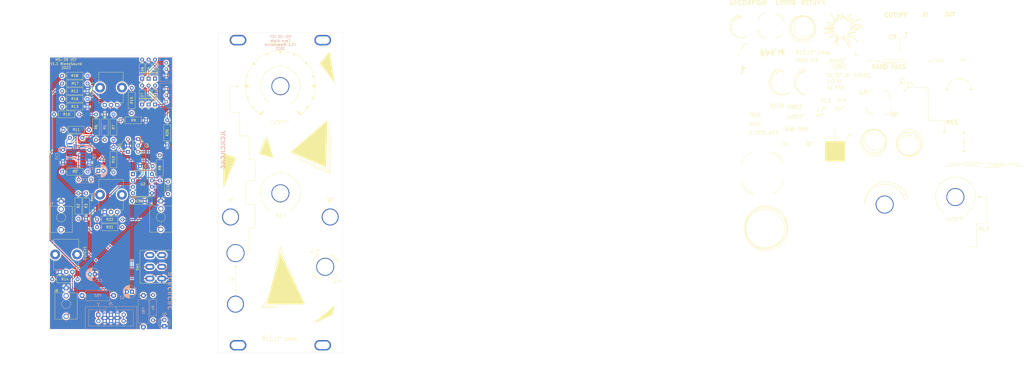
<source format=kicad_pcb>
(kicad_pcb (version 20211014) (generator pcbnew)
  (layers (0 "F.Cu" signal) (31 "B.Cu" signal) (34 "B.Paste" user) (35 "F.Paste" user) (36 "B.SilkS" user "B.Silkscreen") (37 "F.SilkS" user "F.Silkscreen") (38 "B.Mask" user) (39 "F.Mask" user) (44 "Edge.Cuts" user))
  (net 0 "")
  (net 1 "GND")
  (net 2 "+12V")
  (net 3 "-12V")
  (net 4 "Net-(C4-Pad1)")
  (net 5 "Net-(C5-Pad1)")
  (net 6 "Net-(C6-Pad2)")
  (net 7 "Net-(D3-Pad2)")
  (net 8 "Net-(R10-Pad2)")
  (net 9 "Net-(C1-Pad2)")
  (net 10 "Net-(C1-Pad1)")
  (net 11 "Net-(C4-Pad2)")
  (net 12 "/HPass")
  (net 13 "/Out1")
  (net 14 "Net-(R14-Pad2)")
  (net 15 "/CVIn")
  (net 16 "Net-(CUTOFF1-Pad1)")
  (net 17 "Net-(R15-Pad2)")
  (net 18 "Net-(R18-Pad2)")
  (net 19 "Net-(D1-Pad2)")
  (net 20 "Net-(D2-Pad2)")
  (net 21 "Net-(D2-Pad1)")
  (net 22 "Net-(D4-Pad1)")
  (net 23 "Net-(D5-Pad2)")
  (net 24 "Net-(D6-Pad1)")
  (net 25 "Net-(FB1-Pad2)")
  (net 26 "Net-(FB2-Pad2)")
  (net 27 "/LPass")
  (net 28 "/Cutoff")
  (net 29 "/ResOut")
  (net 30 "/FilterIn")
  (net 31 "/JackOut")
  (net 32 "Net-(Q1-Pad1)")
  (net 33 "Net-(Q1-Pad3)")
  (net 34 "Net-(R1-Pad2)")
  (net 35 "Net-(R2-Pad2)")
  (net 36 "Net-(R5-Pad2)")
  (net 37 "Net-(R11-Pad2)")
  (net 38 "Net-(R12-Pad2)")
  (net 39 "Net-(R21-Pad1)")
  (footprint "Capacitor_THT:C_Disc_D7.0mm_W2.5mm_P5.00mm" (layer "F.Cu") (at 82.9 86.8 -90)
    (fp_text reference "C4")
    (fp_text value "1nF")
  )
  (footprint "Synth:Pot-bourns-alpha" (layer "F.Cu") (at 44.5 123.05 90)
    (fp_text reference "CUTCV1")
    (fp_text value "100k")
  )
  (footprint "Synth:Pot-bourns-alpha" (layer "F.Cu") (at 62.5 56.05 90)
    (fp_text reference "CUTOFF1")
    (fp_text value "100k")
  )
  (footprint "Diode_THT:D_DO-35_SOD27_P7.62mm_Horizontal" (layer "F.Cu") (at 77.7 45.46 90)
    (fp_text reference "D2")
    (fp_text value "1N4148")
  )
  (footprint "Diode_THT:D_DO-35_SOD27_P7.62mm_Horizontal" (layer "F.Cu") (at 77.7 55.86 90)
    (fp_text reference "D3")
    (fp_text value "1N4148")
  )
  (footprint "Diode_THT:D_DO-35_SOD27_P7.62mm_Horizontal" (layer "F.Cu") (at 75.1 45.46 90)
    (fp_text reference "D4")
    (fp_text value "1N4148")
  )
  (footprint "Diode_THT:D_DO-35_SOD27_P7.62mm_Horizontal" (layer "F.Cu") (at 75.1 55.86 90)
    (fp_text reference "D5")
    (fp_text value "1N4148")
  )
  (footprint "Diode_THT:D_DO-35_SOD27_P7.62mm_Horizontal" (layer "F.Cu") (at 72.5 45.46 90)
    (fp_text reference "D6")
    (fp_text value "1N4148")
  )
  (footprint "Diode_THT:D_DO-35_SOD27_P7.62mm_Horizontal" (layer "F.Cu") (at 72.5 55.86 90)
    (fp_text reference "D7")
    (fp_text value "1N4148")
  )
  (footprint "Synth:Thonkiconn" (layer "F.Cu") (at 42 129.5)
    (fp_text reference "J6")
    (fp_text value "FilterCV1")
  )
  (footprint "Synth:Thonkiconn" (layer "F.Cu") (at 40 94.72)
    (fp_text reference "J7")
    (fp_text value "FilterIn1")
  )
  (footprint "Synth:Thonkiconn" (layer "F.Cu") (at 80 94.6)
    (fp_text reference "J8")
    (fp_text value "FilterOut1")
  )
  (footprint "Package_TO_SOT_THT:TO-92_Inline_Wide" (layer "F.Cu") (at 66.8 74.84 90)
    (fp_text reference "Q1")
    (fp_text value "BC559")
  )
  (footprint "Package_TO_SOT_THT:TO-92_Inline_Wide" (layer "F.Cu") (at 70.9 69.76 -90)
    (fp_text reference "Q2")
    (fp_text value "BC559")
  )
  (footprint "Resistor_THT:R_Axial_DIN0207_L6.3mm_D2.5mm_P10.16mm_Horizontal" (layer "F.Cu") (at 57.5 59.84 -90)
    (fp_text reference "R1")
    (fp_text value "470")
  )
  (footprint "Resistor_THT:R_Axial_DIN0207_L6.3mm_D2.5mm_P10.16mm_Horizontal" (layer "F.Cu") (at 50 101.66 90)
    (fp_text reference "R3")
    (fp_text value "470")
  )
  (footprint "Resistor_THT:R_Axial_DIN0207_L6.3mm_D2.5mm_P10.16mm_Horizontal" (layer "F.Cu") (at 50.56 82.8 180)
    (fp_text reference "R5")
    (fp_text value "2.2k")
  )
  (footprint "Resistor_THT:R_Axial_DIN0207_L6.3mm_D2.5mm_P10.16mm_Horizontal" (layer "F.Cu") (at 54 70 90)
    (fp_text reference "R6")
    (fp_text value "100k")
  )
  (footprint "Resistor_THT:R_Axial_DIN0207_L6.3mm_D2.5mm_P10.16mm_Horizontal" (layer "F.Cu") (at 61 70 90)
    (fp_text reference "R7")
    (fp_text value "100k")
  )
  (footprint "Resistor_THT:R_Axial_DIN0207_L6.3mm_D2.5mm_P10.16mm_Horizontal" (layer "F.Cu") (at 73.98 62.2 180)
    (fp_text reference "R9")
    (fp_text value "2.2k")
  )
  (footprint "Resistor_THT:R_Axial_DIN0207_L6.3mm_D2.5mm_P10.16mm_Horizontal" (layer "F.Cu") (at 51.08 66 180)
    (fp_text reference "R11")
    (fp_text value "100k")
  )
  (footprint "Resistor_THT:R_Axial_DIN0207_L6.3mm_D2.5mm_P10.16mm_Horizontal" (layer "F.Cu") (at 50.56 50.5 180)
    (fp_text reference "R12")
    (fp_text value "470")
  )
  (footprint "Resistor_THT:R_Axial_DIN0207_L6.3mm_D2.5mm_P10.16mm_Horizontal" (layer "F.Cu") (at 50.56 56.7 180)
    (fp_text reference "R13")
    (fp_text value "470")
  )
  (footprint "Resistor_THT:R_Axial_DIN0207_L6.3mm_D2.5mm_P10.16mm_Horizontal" (layer "F.Cu") (at 46.58 126 180)
    (fp_text reference "R14")
    (fp_text value "82k")
  )
  (footprint "Resistor_THT:R_Axial_DIN0207_L6.3mm_D2.5mm_P10.16mm_Horizontal" (layer "F.Cu") (at 68.3 59.3 90)
    (fp_text reference "R15")
    (fp_text value "100k")
  )
  (footprint "Resistor_THT:R_Axial_DIN0207_L6.3mm_D2.5mm_P10.16mm_Horizontal" (layer "F.Cu") (at 40.4 53.6)
    (fp_text reference "R16")
    (fp_text value "100k")
  )
  (footprint "Resistor_THT:R_Axial_DIN0207_L6.3mm_D2.5mm_P10.16mm_Horizontal" (layer "F.Cu") (at 50.56 47.4 180)
    (fp_text reference "R17")
    (fp_text value "33k")
  )
  (footprint "Resistor_THT:R_Axial_DIN0207_L6.3mm_D2.5mm_P10.16mm_Horizontal" (layer "F.Cu") (at 40.4 44.3)
    (fp_text reference "R18")
    (fp_text value "56k")
  )
  (footprint "Resistor_THT:R_Axial_DIN0207_L6.3mm_D2.5mm_P10.16mm_Horizontal" (layer "F.Cu") (at 82.6 72.28 90)
    (fp_text reference "R20")
    (fp_text value "2.2k")
  )
  (footprint "Resistor_THT:R_Axial_DIN0207_L6.3mm_D2.5mm_P10.16mm_Horizontal" (layer "F.Cu") (at 64.58 105.1 180)
    (fp_text reference "R21")
    (fp_text value "1k")
  )
  (footprint "Resistor_THT:R_Axial_DIN0207_L6.3mm_D2.5mm_P10.16mm_Horizontal" (layer "F.Cu") (at 64.58 102 180)
    (fp_text reference "R22")
    (fp_text value "1k")
  )
  (footprint "Synth:Pot-bourns-alpha" (layer "F.Cu") (at 62.5 99.05 90)
    (fp_text reference "Res1")
    (fp_text value "100k")
  )
  (footprint "Synth:SW_DPDT_Toggle" (layer "F.Cu") (at 78 121 90)
    (fp_text reference "SW1")
    (fp_text value "Hpass/Lpass Switch")
  )
  (footprint "Resistor_THT:R_Axial_DIN0207_L6.3mm_D2.5mm_P10.16mm_Horizontal" (layer "F.Cu") (at 79.6 76.22 -90)
    (fp_text reference "R8")
    (fp_text value "1k")
  )
  (footprint "Package_DIP:DIP-8_W7.62mm_Socket" (layer "F.Cu") (at 68.8 83.8)
    (fp_text reference "U2")
    (fp_text value "TL072")
  )
  (footprint "Synth:Doepfer Mounting hole" (layer "F.Cu") (at 111 30)
    (fp_text reference "H1" hide)
    (fp_text value "MountingHole_Pad")
  )
  (footprint "Synth:Doepfer Mounting hole" (layer "F.Cu") (at 145 30)
    (fp_text reference "H2" hide)
    (fp_text value "MountingHole_Pad")
  )
  (footprint "Synth:Doepfer Mounting hole" (layer "F.Cu") (at 145 152.5)
    (fp_text reference "H3" hide)
    (fp_text value "MountingHole_Pad")
  )
  (footprint "Synth:Doepfer Mounting hole" (layer "F.Cu") (at 111 152.5)
    (fp_text reference "H4" hide)
    (fp_text value "MountingHole_Pad")
  )
  (footprint "Capacitor_THT:C_Disc_D7.0mm_W2.5mm_P5.00mm" (layer "F.Cu") (at 43.5 69.2)
    (fp_text reference "C1")
    (fp_text value "1nF")
  )
  (footprint "Resistor_THT:R_Axial_DIN0207_L6.3mm_D2.5mm_P10.16mm_Horizontal" (layer "F.Cu") (at 46.9 101.66 90)
    (fp_text reference "R2")
    (fp_text value "100k")
  )
  (footprint "Resistor_THT:R_Axial_DIN0207_L6.3mm_D2.5mm_P10.16mm_Horizontal" (layer "F.Cu") (at 37.1 59.8)
    (fp_text reference "R10")
    (fp_text value "1.8k")
  )
  (footprint "Resistor_THT:R_Axial_DIN0207_L6.3mm_D2.5mm_P10.16mm_Horizontal" (layer "F.Cu") (at 61 72.92 -90)
    (fp_text reference "R19")
    (fp_text value "1.8k")
  )
  (footprint "Capacitor_THT:C_Disc_D7.0mm_W2.5mm_P5.00mm" (layer "F.Cu") (at 76.7 80.6 180)
    (fp_text reference "C7")
    (fp_text value "100nF")
  )
  (footprint "Capacitor_THT:C_Disc_D7.0mm_W2.5mm_P5.00mm" (layer "F.Cu") (at 73.5 94.6 180)
    (fp_text reference "C8")
    (fp_text value "100nF")
  )
  (footprint "Capacitor_THT:CP_Radial_D5.0mm_P2.00mm" (layer "B.Cu") (at 68.455112 131 180)
    (fp_text reference "C2")
    (fp_text value "10µ")
  )
  (footprint "Capacitor_THT:CP_Radial_D5.0mm_P2.00mm" (layer "B.Cu") (at 53.5 124 180)
    (fp_text reference "C3")
    (fp_text value "10µ")
  )
  (footprint "Capacitor_THT:CP_Radial_D5.0mm_P2.00mm" (layer "B.Cu") (at 54.944888 82.5)
    (fp_text reference "C6")
    (fp_text value "10µF")
  )
  (footprint "LED_THT:LED_D4.0mm" (layer "B.Cu") (at 81.4 144.875 90)
    (fp_text reference "D1")
    (fp_text value "LED-12V")
  )
  (footprint "Inductor_THT:L_Axial_L9.5mm_D4.0mm_P12.70mm_Horizontal_Fastron_SMCC" (layer "B.Cu") (at 61.05 132.5 180)
    (fp_text reference "FB2")
    (fp_text value "10R")
  )
  (footprint "Connector_IDC:IDC-Header_2x05_P2.54mm_Vertical" (layer "B.Cu") (at 54.925 140.2475 -90)
    (fp_text reference "J5")
    (fp_text value "Power Input")
  )
  (footprint "Potentiometer_THT:Potentiometer_Bourns_3386C_Horizontal" (layer "B.Cu") (at 82.2 44.18)
    (fp_text reference "ResLv1")
    (fp_text value "3.3k")
  )
  (footprint "Potentiometer_THT:Potentiometer_Bourns_3386C_Horizontal" (layer "B.Cu") (at 82.2 54.72)
    (fp_text reference "ResVol1")
    (fp_text value "10k")
  )
  (footprint "Resistor_THT:R_Axial_DIN0207_L6.3mm_D2.5mm_P10.16mm_Horizontal" (layer "B.Cu") (at 76.9 132.32 -90)
    (fp_text reference "R4")
    (fp_text value "2.2k")
  )
  (footprint "Inductor_THT:L_Axial_L9.5mm_D4.0mm_P12.70mm_Horizontal_Fastron_SMCC" (layer "B.Cu") (at 73 132.5 -90)
    (fp_text reference "FB1")
    (fp_text value "10R")
  )
  (footprint "Package_SO:SOIC-16_3.9x9.9mm_P1.27mm" (layer "B.Cu") (at 46 76)
    (fp_text reference "U1")
    (fp_text value "LM13700")
  )
  (footprint "Capacitor_THT:C_Disc_D7.0mm_W2.5mm_P5.00mm" (layer "B.Cu") (at 47 86)
    (fp_text reference "C5")
    (fp_text value "1nF")
  )
  (footprint "Capacitor_THT:C_Disc_D7.0mm_W2.5mm_P5.00mm" (layer "B.Cu") (at 51.3 74.1 -90)
    (fp_text reference "C9")
    (fp_text value "100nF")
  )
  (footprint "Capacitor_THT:C_Disc_D7.0mm_W2.5mm_P5.00mm" (layer "B.Cu") (at 40.7 79.1 90)
    (fp_text reference "C10")
    (fp_text value "100nF")
  )
  (gr_line (start 122.1 149.3) (end 121.1 148.9) (layer "F.SilkS") (width 0.12))
  (gr_line (start 126.9 150.5) (end 127.1 150.7) (layer "F.SilkS") (width 0.12))
  (gr_line (start 131.7 149.5) (end 130.9 149.5) (layer "F.SilkS") (width 0.12))
  (gr_line (start 134.3 149.5) (end 134.7 150.3) (layer "F.SilkS") (width 0.12))
  (gr_arc (start 147.7 116.4) (mid 149.82132 117.27868) (end 150.7 119.4) (layer "F.SilkS") (width 0.12))
  (gr_arc (start 144.2 125.4) (mid 142.07868 124.52132) (end 141.2 122.4) (layer "F.SilkS") (width 0.12))
  (gr_arc (start 151.2 122.9) (mid 150.32132 125.02132) (end 148.2 125.9) (layer "F.SilkS") (width 0.12))
  (gr_arc (start 143.7 125.9) (mid 141.57868 125.02132) (end 140.7 122.9) (layer "F.SilkS") (width 0.12))
  (gr_arc (start 141.2 118.9) (mid 142.07868 116.77868) (end 144.2 115.9) (layer "F.SilkS") (width 0.12))
  (gr_arc (start 148.2 115.9) (mid 150.32132 116.77868) (end 151.2 118.9) (layer "F.SilkS") (width 0.12))
  (gr_line (start 315.490253 31.664932) (end 315.3 31.2) (layer "F.SilkS") (width 0.12))
  (gr_line (start 107.7 93.3) (end 107.5 93.4) (layer "F.SilkS") (width 0.12))
  (gr_line (start 331.6 66) (end 330.8 65.7) (layer "F.SilkS") (width 0.12))
  (gr_line (start 328.45 34.45) (end 328.45 33.65) (layer "F.SilkS") (width 0.12))
  (gr_arc (start 115.999999 78.000001) (mid 115.646446 77.853554) (end 115.499999 77.500001) (layer "F.SilkS") (width 0.12))
  (gr_arc (start 364.15 43.75) (mid 364.267157 43.467157) (end 364.55 43.35) (layer "F.SilkS") (width 0.12))
  (gr_line (start 426.5 80.5) (end 423.5 80.5) (layer "F.SilkS") (width 0.12))
  (gr_line (start 114.83 53.33) (end 115.58 53.05) (layer "F.SilkS") (width 0.12))
  (gr_line (start 343.45 38.15) (end 343.55 38.05) (layer "F.SilkS") (width 0.12))
  (gr_line (start 339.75 15.75) (end 339.05 15.75) (layer "F.SilkS") (width 0.12))
  (gr_line (start 344.6 59.4) (end 344.5 59.4) (layer "F.SilkS") (width 0.12))
  (gr_line (start 349.75 49.85) (end 349.55 50.05) (layer "F.SilkS") (width 0.12))
  (gr_line (start 372.1 28.65) (end 372.7 29.55) (layer "F.SilkS") (width 0.12))
  (gr_line (start 343.05 38.15) (end 343.15 38.05) (layer "F.SilkS") (width 0.12))
  (gr_line (start 131.35 30.75) (end 130.55 32.35) (layer "F.SilkS") (width 0.12))
  (gr_line (start 320.975 62.8) (end 320.875 62.8) (layer "F.SilkS") (width 0.12))
  (gr_line (start 149.55 127.1) (end 150.4 127.1) (layer "F.SilkS") (width 0.12))
  (gr_line (start 327.55 34.25) (end 328.05 36.15) (layer "F.SilkS") (width 0.12))
  (gr_arc (start 332.769006 50.73996) (mid 324.72999 49.155782) (end 327.954039 41.623126) (layer "F.SilkS") (width 0.12))
  (gr_line (start 314.75 14.05) (end 313.75 14.05) (layer "F.SilkS") (width 0.12))
  (gr_line (start 376.25 19.05) (end 376.65 19.65) (layer "F.SilkS") (width 0.12))
  (gr_line (start 375.25 19.25) (end 375.25 19.05) (layer "F.SilkS") (width 0.12))
  (gr_poly (pts (xy 125.25 77.19732) (xy 119.75 75.69732) (xy 122.5 69.44732)) (layer "F.SilkS") (width 0.12) (fill solid))
  (gr_line (start 378.85 41.15) (end 378.65 41.45) (layer "F.SilkS") (width 0.12))
  (gr_line (start 361.9 24.3) (end 356.65 23.8) (layer "F.SilkS") (width 0.12))
  (gr_line (start 341.75 14.05) (end 341.95 14.05) (layer "F.SilkS") (width 0.12))
  (gr_line (start 127.2 31.45) (end 127.2 31.95) (layer "F.SilkS") (width 0.12))
  (gr_line (start 319.95 14.05) (end 319.35 14.85) (layer "F.SilkS") (width 0.12))
  (gr_line (start 336.2 64.9) (end 337.1 65.3) (layer "F.SilkS") (width 0.12))
  (gr_line (start 353.75 39.25) (end 353.95 39.15) (layer "F.SilkS") (width 0.12))
  (gr_line (start 336.85 34.35) (end 336.65 34.55) (layer "F.SilkS") (width 0.12))
  (gr_arc (start 325.268047 74.909208) (mid 328.376838 76.371992) (end 329.982962 79.409208) (layer "F.SilkS") (width 0.12))
  (gr_line (start 349.25 47.25) (end 349.95 47.25) (layer "F.SilkS") (width 0.12))
  (gr_line (start 353.65 48.25) (end 352.75 49.85) (layer "F.SilkS") (width 0.12))
  (gr_line (start 350.35 37.25) (end 350.25 37.25) (layer "F.SilkS") (width 0.12))
  (gr_line (start 129.25 101.4) (end 129.25 101.2) (layer "F.SilkS") (width 0.12))
  (gr_line (start 343.05 38.15) (end 343.45 38.15) (layer "F.SilkS") (width 0.12))
  (gr_line (start 310.95 21.65) (end 309.75 21.25) (layer "F.SilkS") (width 0.12))
  (gr_line (start 379.25 28.25) (end 379.25 27.25) (layer "F.SilkS") (width 0.12))
  (gr_line (start 350.9 27.3) (end 346.15 27.3) (layer "F.SilkS") (width 0.12))
  (gr_line (start 353.45 37.25) (end 353.35 39.25) (layer "F.SilkS") (width 0.12))
  (gr_circle (center 380.75 48) (end 380.25 47) (layer "F.SilkS") (width 0.12) (fill none))
  (gr_line (start 337.15 38.75) (end 336.55 38.75) (layer "F.SilkS") (width 0.12))
  (gr_line (start 110.75 77.25) (end 109.25 80.75) (layer "F.SilkS") (width 0.12))
  (gr_line (start 321.85 36.35) (end 321.95 34.15) (layer "F.SilkS") (width 0.12))
  (gr_line (start 389.75 38.25) (end 387.75 38.25) (layer "F.SilkS") (width 0.12))
  (gr_line (start 398.625 101.15) (end 399.425 101.15) (layer "F.SilkS") (width 0.12))
  (gr_line (start 151.7 126.2) (end 152.6 126.6) (layer "F.SilkS") (width 0.12))
  (gr_line (start 345.9 24.8) (end 350.15 25.55) (layer "F.SilkS") (width 0.12))
  (gr_line (start 130.15 99.7) (end 129.15 100.3) (layer "F.SilkS") (width 0.12))
  (gr_line (start 412.4 105) (end 412.2 104.9) (layer "F.SilkS") (width 0.12))
  (gr_line (start 377.05 19.25) (end 377.25 19.25) (layer "F.SilkS") (width 0.12))
  (gr_line (start 321.25 14.05) (end 321.25 15.75) (layer "F.SilkS") (width 0.12))
  (gr_line (start 328.85 34.95) (end 329.05 34.35) (layer "F.SilkS") (width 0.12))
  (gr_line (start 355.75 43.25) (end 355.75 44.95) (layer "F.SilkS") (width 0.12))
  (gr_line (start 336.15 37.65) (end 336.05 37.55) (layer "F.SilkS") (width 0.12))
  (gr_line (start 356.65 26.3) (end 359.15 23.8) (layer "F.SilkS") (width 0.12))
  (gr_line (start 320.65 14.05) (end 319.65 14.05) (layer "F.SilkS") (width 0.12))
  (gr_line (start 342.05 37.85) (end 341.95 37.75) (layer "F.SilkS") (width 0.12))
  (gr_line (start 333.85 15.45) (end 333.65 15.75) (layer "F.SilkS") (width 0.12))
  (gr_line (start 396.35 20.25) (end 397.15 20.25) (layer "F.SilkS") (width 0.12))
  (gr_line (start 314.55 14.25) (end 313.95 14.25) (layer "F.SilkS") (width 0.12))
  (gr_line (start 367.75 39.75) (end 367.15 41.45) (layer "F.SilkS") (width 0.12))
  (gr_line (start 149.2 127.8) (end 149.1 127.8) (layer "F.SilkS") (width 0.12))
  (gr_line (start 376.65 20.45) (end 376.45 20.75) (layer "F.SilkS") (width 0.12))
  (gr_line (start 338.75 43.15) (end 337.85 41.05) (layer "F.SilkS") (width 0.12))
  (gr_line (start 127.1 150.7) (end 127.1 150.5) (layer "F.SilkS") (width 0.12))
  (gr_line (start 318.9 64.5) (end 318.8 64.5) (layer "F.SilkS") (width 0.12))
  (gr_line (start 317.3 67.4) (end 316.5 68) (layer "F.SilkS") (width 0.12))
  (gr_line (start 128.45 101.3) (end 128.25 101.5) (layer "F.SilkS") (width 0.12))
  (gr_line (start 332.85 14.35) (end 332.85 15.45) (layer "F.SilkS") (width 0.12))
  (gr_line (start 316.5 68) (end 316.5 67.8) (layer "F.SilkS") (width 0.12))
  (gr_line (start 361.15 21.55) (end 356.65 23.3) (layer "F.SilkS") (width 0.12))
  (gr_line (start 131.95 32.4) (end 132.05 32.25) (layer "F.SilkS") (width 0.12))
  (gr_line (start 321.05 14.15) (end 321.25 14.05) (layer "F.SilkS") (width 0.12))
  (gr_line (start 351.75 37.25) (end 351.65 37.25) (layer "F.SilkS") (width 0.12))
  (gr_line (start 351.75 48.25) (end 351.45 48.85) (layer "F.SilkS") (width 0.12))
  (gr_line (start 351.05 48.25) (end 350.35 49.85) (layer "F.SilkS") (width 0.12))
  (gr_line (start 128.5 149.3) (end 127.1 149.7) (layer "F.SilkS") (width 0.12))
  (gr_line (start 338.05 35.75) (end 339.25 35.75) (layer "F.SilkS") (width 0.12))
  (gr_line (start 337.55 14.05) (end 337.55 15.75) (layer "F.SilkS") (width 0.12))
  (gr_line (start 335.25 33.95) (end 335.25 35.75) (layer "F.SilkS") (width 0.12))
  (gr_line (start 349.15 43.25) (end 348.75 44.95) (layer "F.SilkS") (width 0.12))
  (gr_arc (start 370.25 50.05) (mid 372.37132 50.92868) (end 373.25 53.05) (layer "F.SilkS") (width 0.12))
  (gr_line (start 374 27.85) (end 374.7 29.55) (layer "F.SilkS") (width 0.12))
  (gr_line (start 132.5 98) (end 132.95 98.61) (layer "F.SilkS") (width 0.12))
  (gr_line (start 377.05 19.05) (end 377.25 19.05) (layer "F.SilkS") (width 0.12))
  (gr_line (start 314.75 41.25) (end 313.95 41.95) (layer "F.SilkS") (width 0.12))
  (gr_line (start 335.35 14.65) (end 334.35 15.05) (layer "F.SilkS") (width 0.12))
  (gr_line (start 311.55 14.85) (end 312.15 15.75) (layer "F.SilkS") (width 0.12))
  (gr_line (start 373.55 41.45) (end 373.55 39.75) (layer "F.SilkS") (width 0.12))
  (gr_line (start 335.25 49.65) (end 335.55 49.45) (layer "F.SilkS") (width 0.12))
  (gr_poly (pts (xy 149.5 46.5) (xy 144 39.5) (xy 147.75 34.75)) (layer "F.SilkS") (width 0.12) (fill solid))
  (gr_line (start 148.1 93.3) (end 147.8 95) (layer "F.SilkS") (width 0.12))
  (gr_line (start 338.65 38.15) (end 338.75 38.05) (layer "F.SilkS") (width 0.12))
  (gr_line (start 316.3 63.6) (end 316.8 64.5) (layer "F.SilkS") (width 0.12))
  (gr_line (start 349 53.4) (end 348 54) (layer "F.SilkS") (width 0.12))
  (gr_line (start 340.65 14.05) (end 340.15 14.05) (layer "F.SilkS") (width 0.12))
  (gr_line (start 354.65 37.25) (end 353.75 39.25) (layer "F.SilkS") (width 0.12))
  (gr_line (start 340.65 15.75) (end 340.85 15.75) (layer "F.SilkS") (width 0.12))
  (gr_line (start 364.15 44.15) (end 364.45 44.15) (layer "F.SilkS") (width 0.12))
  (gr_line (start 127.625 62.15) (end 128.425 62.15) (layer "F.SilkS") (width 0.12))
  (gr_line (start 126.1 30.65) (end 126.1 30.85) (layer "F.SilkS") (width 0.12))
  (gr_line (start 123.8 30.65) (end 123.8 32.35) (layer "F.SilkS") (width 0.12))
  (gr_line (start 409.3 106.1) (end 409.1 106.6) (layer "F.SilkS") (width 0.12))
  (gr_line (start 374.55 19.25) (end 374.75 19.25) (layer "F.SilkS") (width 0.12))
  (gr_line (start 117.5 86.5) (end 114.5 86.5) (layer "F.SilkS") (width 0.12))
  (gr_line (start 351.9 53.4) (end 351.8 55) (layer "F.SilkS") (width 0.12))
  (gr_arc (start 120 60) (mid 128.066778 34.359916) (end 135.889781 60.075425) (layer "F.SilkS") (width 0.12))
  (gr_line (start 352.65 47.25) (end 352.85 47.15) (layer "F.SilkS") (width 0.12))
  (gr_line (start 363.5 91.7) (end 363.6 91.9) (layer "F.SilkS") (width 0.12))
  (gr_line (start 369.75 41.45) (end 369.75 40.65) (layer "F.SilkS") (width 0.12))
  (gr_line (start 346.55 15.65) (end 346.55 15.35) (layer "F.SilkS") (width 0.12))
  (gr_line (start 336.15 50.35) (end 335.95 50.55) (layer "F.SilkS") (width 0.12))
  (gr_line (start 111.153553 59) (end 108.153553 59) (layer "F.SilkS") (width 0.12))
  (gr_line (start 349.65 43.25) (end 349.25 44.95) (layer "F.SilkS") (width 0.12))
  (gr_line (start 319.25 66.3) (end 318.95 68) (layer "F.SilkS") (width 0.12))
  (gr_line (start 395.225 102.1) (end 395.725 102.85) (layer "F.SilkS") (width 0.12))
  (gr_line (start 399.25 63.05) (end 399.15 62.85) (layer "F.SilkS") (width 0.12))
  (gr_line (start 318.1 62.7) (end 318 64.5) (layer "F.SilkS") (width 0.12))
  (gr_line (start 334.45 61.7) (end 334.7 60) (layer "F.SilkS") (width 0.12))
  (gr_line (start 346 57) (end 346.9 57.4) (layer "F.SilkS") (width 0.12))
  (gr_arc (start 123.5 55) (mid 128 40.462851) (end 132.5 55) (layer "F.SilkS") (width 0.12))
  (gr_line (start 337.15 37.55) (end 337.05 37.45) (layer "F.SilkS") (width 0.12))
  (gr_line (start 397.55 63.75) (end 398.15 63.75) (layer "F.SilkS") (width 0.12))
  (gr_line (start 125.2 32.35) (end 125.4 32.35) (layer "F.SilkS") (width 0.12))
  (gr_line (start 379.35 19.85) (end 379.35 19.65) (layer "F.SilkS") (width 0.12))
  (gr_line (start 122.5 68.19732) (end 124.5 73.69732) (layer "F.SilkS") (width 0.12))
  (gr_line (start 336.55 38.75) (end 336.45 38.65) (layer "F.SilkS") (width 0.12))
  (gr_line (start 371.85 19.25) (end 372.05 19.05) (layer "F.SilkS") (width 0.12))
  (gr_line (start 408.7 93) (end 411.113389 93) (layer "F.SilkS") (width 0.12))
  (gr_line (start 398.85 18.75) (end 398.35 18.75) (layer "F.SilkS") (width 0.12))
  (gr_line (start 338.55 14.75) (end 337.55 15.05) (layer "F.SilkS") (width 0.12))
  (gr_arc (start 314.088868 32.414931) (mid 314.564928 31.620202) (end 315.490253 31.664932) (layer "F.SilkS") (width 0.12))
  (gr_line (start 365.85 39.75) (end 366.05 39.75) (layer "F.SilkS") (width 0.12))
  (gr_line (start 328.1 56.4) (end 328.1 56.9) (layer "F.SilkS") (width 0.12))
  (gr_line (start 335.5 56.2) (end 334.9 55.9) (layer "F.SilkS") (width 0.12))
  (gr_line (start 378.65 41.25) (end 378.25 40.75) (layer "F.SilkS") (width 0.12))
  (gr_circle (center 337.55 25.55) (end 339.55 30.55) (layer "F.SilkS") (width 0.12) (fill none))
  (gr_line (start 315.05 14.95) (end 314.45 14.05) (layer "F.SilkS") (width 0.12))
  (gr_line (start 141.45 44.35) (end 140.67 44.59) (layer "F.SilkS") (width 0.12))
  (gr_line (start 351.75 49.85) (end 351.75 49.65) (layer "F.SilkS") (width 0.12))
  (gr_line (start 110.453553 48.5) (end 108.153553 48.5) (layer "F.SilkS") (width 0.12))
  (gr_line (start 311.95 21.15) (end 310.95 20.45) (layer "F.SilkS") (width 0.12))
  (gr_line (start 312.15 14.05) (end 311.55 14.85) (layer "F.SilkS") (width 0.12))
  (gr_line (start 344.65 34.55) (end 343.65 34.75) (layer "F.SilkS") (width 0.12))
  (gr_line (start 378.65 19.05) (end 378.85 19.05) (layer "F.SilkS") (width 0.12))
  (gr_line (start 135.8 51.3) (end 135.49 51.19) (layer "F.SilkS") (width 0.12))
  (gr_line (start 129.15 100.3) (end 130.05 100.8) (layer "F.SilkS") (width 0.12))
  (gr_line (start 334.95 47.25) (end 334.35 47.25) (layer "F.SilkS") (width 0.12))
  (gr_line (start 338.35 14.45) (end 338.35 14.55) (layer "F.SilkS") (width 0.12))
  (gr_line (start 124.725 63.85) (end 124.825 63.75) (layer "F.SilkS") (width 0.12))
  (gr_line (start 318.95 68) (end 319.95 66.3) (layer "F.SilkS") (width 0.12))
  (gr_line (start 396.075 101.15) (end 395.225 102.1) (layer "F.SilkS") (width 0.12))
  (gr_line (start 378.65 41.25) (end 377.85 41.25) (layer "F.SilkS") (width 0.12))
  (gr_line (start 373.55 41.45) (end 373.75 41.45) (layer "F.SilkS") (width 0.12))
  (gr_line (start 329.55 15.75) (end 329.55 14.05) (layer "F.SilkS") (width 0.12))
  (gr_line (start 376.45 41.25) (end 376.55 41.45) (layer "F.SilkS") (width 0.12))
  (gr_line (start 315.85 14.55) (end 315.85 15.25) (layer "F.SilkS") (width 0.12))
  (gr_line (start 374.95 60.65) (end 375.15 60.65) (layer "F.SilkS") (width 0.12))
  (gr_line (start 146.9 93.3) (end 147.8 93.3) (layer "F.SilkS") (width 0.12))
  (gr_poly (pts (xy 404.87 49.74) (xy 405.87 49.74) (xy 405.37 50.24)) (layer "F.SilkS") (width 0.1) (fill solid))
  (gr_line (start 326.75 33.45) (end 327.55 34.25) (layer "F.SilkS") (width 0.12))
  (gr_line (start 347.85 43.25) (end 347.75 43.25) (layer "F.SilkS") (width 0.12))
  (gr_line (start 122.72 35.4) (end 123.03 36.16) (layer "F.SilkS") (width 0.12))
  (gr_line (start 355 53.4) (end 354.9 53.4) (layer "F.SilkS") (width 0.12))
  (gr_line (start 317.55 59.15) (end 318.35 59.15) (layer "F.SilkS") (width 0.12))
  (gr_arc (start 338.855395 51.926051) (mid 335.026544 47.343156) (end 338.45 42.45) (layer "F.SilkS") (width 0.12))
  (gr_line (start 355.75 44.95) (end 356.55 43.25) (layer "F.SilkS") (width 0.12))
  (gr_line (start 133.3 149.5) (end 132.5 150.7) (layer "F.SilkS") (width 0.12))
  (gr_line (start 124.3 148.5) (end 125.1 148.5) (layer "F.SilkS") (width 0.12))
  (gr_line (start 320.75 36.45) (end 321.05 33.25) (layer "F.SilkS") (width 0.12))
  (gr_line (start 335.25 38.75) (end 335.15 38.65) (layer "F.SilkS") (width 0.12))
  (gr_poly (pts (xy 141.6 44.9) (xy 140.67 44.59) (xy 141.35 44.15)) (layer "F.SilkS") (width 0.12) (fill solid))
  (gr_line (start 342.95 15.25) (end 342.75 15.75) (layer "F.SilkS") (width 0.12))
  (gr_line (start 341.75 15.25) (end 341.95 15.75) (layer "F.SilkS") (width 0.12))
  (gr_line (start 316.5 68) (end 316.7 68) (layer "F.SilkS") (width 0.12))
  (gr_line (start 325.6 55.6) (end 325.4 55.5) (layer "F.SilkS") (width 0.12))
  (gr_arc (start 332.75 50.75) (mid 325.294471 48.62054) (end 329.954039 42.423126) (layer "F.SilkS") (width 0.12))
  (gr_line (start 376.15 59.45) (end 376.15 59.55) (layer "F.SilkS") (width 0.12))
  (gr_line (start 339.65 72.5) (end 339.15 70.8) (layer "F.SilkS") (width 0.12))
  (gr_line (start 112.153553 68.5) (end 115 68.5) (layer "F.SilkS") (width 0.12))
  (gr_line (start 343.65 35.75) (end 343.65 35.55) (layer "F.SilkS") (width 0.12))
  (gr_line (start 325.6 55.6) (end 325.2 56.3) (layer "F.SilkS") (width 0.12))
  (gr_line (start 371.95 40.65) (end 371.35 39.75) (layer "F.SilkS") (width 0.12))
  (gr_line (start 337.95 14.95) (end 338.45 15.75) (layer "F.SilkS") (width 0.12))
  (gr_line (start 371.05 19.05) (end 370.45 19.85) (layer "F.SilkS") (width 0.12))
  (gr_line (start 124.225 63.1) (end 124.725 63.85) (layer "F.SilkS") (width 0.12))
  (gr_line (start 373.35 58.95) (end 373.35 60.65) (layer "F.SilkS") (width 0.12))
  (gr_line (start 320.7 60.9) (end 320.5 61.1) (layer "F.SilkS") (width 0.12))
  (gr_line (start 117.1 57.3) (end 117.72 56.8) (layer "F.SilkS") (width 0.12))
  (gr_line (start 316.75 15.55) (end 316.85 15.75) (layer "F.SilkS") (width 0.12))
  (gr_line (start 340.85 14.25) (end 341.35 14.25) (layer "F.SilkS") (width 0.12))
  (gr_line (start 117.346446 105.500001) (end 116 105.500001) (layer "F.SilkS") (width 0.12))
  (gr_line (start 349 53.4) (end 349 53.6) (layer "F.SilkS") (width 0.12))
  (gr_line (start 358.15 21.05) (end 355.65 22.05) (layer "F.SilkS") (width 0.12))
  (gr_line (start 416.5 81) (end 410.5 81) (layer "F.SilkS") (width 0.12))
  (gr_line (start 133.9 149.5) (end 133.7 149.5) (layer "F.SilkS") (width 0.12))
  (gr_line (start 376.55 39.75) (end 376.35 40.05) (layer "F.SilkS") (width 0.12))
  (gr_line (start 395.55 63.75) (end 395.55 62.05) (layer "F.SilkS") (width 0.12))
  (gr_line (start 394.85 19.05) (end 395.05 18.75) (layer "F.SilkS") (width 0.12))
  (gr_line (start 399.85 63.45) (end 399.45 62.95) (layer "F.SilkS") (width 0.12))
  (gr_circle (center 380.669886 71.25) (end 378.669886 66.25) (layer "F.SilkS") (width 0.12) (fill none))
  (gr_line (start 324.35 34.75) (end 324.45 35.55) (layer "F.SilkS") (width 0.12))
  (gr_line (start 332.45 64.9) (end 331.65 66.5) (layer "F.SilkS") (width 0.12))
  (gr_line (start 323.45 36.35) (end 323.25 33.85) (layer "F.SilkS") (width 0.12))
  (gr_line (start 339 66.5) (end 339.2 66.5) (layer "F.SilkS") (width 0.12))
  (gr_line (start 339.85 34.55) (end 339.85 35.75) (layer "F.SilkS") (width 0.12))
  (gr_line (start 319.85 15.55) (end 320.45 15.55) (layer "F.SilkS") (width 0.12))
  (gr_line (start 127.2 31.95) (end 128 32.35) (layer "F.SilkS") (width 0.12))
  (gr_line (start 313.25 20.95) (end 312.136612 20.021173) (layer "F.SilkS") (width 0.12))
  (gr_arc (start 324.768047 75.453558) (mid 327.876838 76.916342) (end 329.482962 79.953558) (layer "F.SilkS") (width 0.12))
  (gr_line (start 359.25 43.25) (end 359.25 43.45) (layer "F.SilkS") (width 0.12))
  (gr_line (start 316.8 64.5) (end 317.15 64) (layer "F.SilkS") (width 0.12))
  (gr_line (start 333.6 66.5) (end 334.7 66) (layer "F.SilkS") (width 0.12))
  (gr_line (start 340.85 14.05) (end 340.85 15.75) (layer "F.SilkS") (width 0.12))
  (gr_line (start 125.2 32.35) (end 125.2 32.15) (layer "F.SilkS") (width 0.12))
  (gr_line (start 336 55.9) (end 335.9 55.9) (layer "F.SilkS") (width 0.12))
  (gr_line (start 107.9 125.2) (end 107.1 126.1) (layer "F.SilkS") (width 0.12))
  (gr_line (start 141.2 53.3) (end 140.43 53.02) (layer "F.SilkS") (width 0.12))
  (gr_line (start 331.9 55.9) (end 331.5 57.6) (layer "F.SilkS") (width 0.12))
  (gr_line (start 354.3 53.4) (end 354.2 53.4) (layer "F.SilkS") (width 0.12))
  (gr_line (start 329.95 72.5) (end 330.75 70.8) (layer "F.SilkS") (width 0.12))
  (gr_line (start 410.5 105) (end 410.9 105) (layer "F.SilkS") (width 0.12))
  (gr_arc (start 118 86) (mid 117.853553 86.353553) (end 117.5 86.5) (layer "F.SilkS") (width 0.12))
  (gr_line (start 312.35 15.55) (end 312.95 15.55) (layer "F.SilkS") (width 0.12))
  (gr_line (start 351.75 49.85) (end 351.95 49.75) (layer "F.SilkS") (width 0.12))
  (gr_line (start 338.9 65.4) (end 339.8 65.9) (layer "F.SilkS") (width 0.12))
  (gr_line (start 328.669006 42.53996) (end 327.169006 41.93996) (layer "F.SilkS") (width 0.12))
  (gr_circle (center 322.727312 105.442093) (end 326.927312 112.842093) (layer "F.SilkS") (width 0.12) (fill none))
  (gr_line (start 345.3 58.6) (end 345.2 58.4) (layer "F.SilkS") (width 0.12))
  (gr_line (start 334.15 14.05) (end 334.35 14.05) (layer "F.SilkS") (width 0.12))
  (gr_arc (start 315.810738 28.022885) (mid 308.740704 26.424839) (end 312.136612 20.021173) (layer "F.SilkS") (width 0.12))
  (gr_line (start 318.65 14.05) (end 317.65 14.05) (layer "F.SilkS") (width 0.12))
  (gr_poly (pts (xy 354.75 78.625) (xy 346.75 78.625) (xy 346.75 70.625) (xy 354.75 70.625)) (layer "F.SilkS") (width 0.1) (fill solid))
  (gr_line (start 337.1 55.9) (end 337.5 55.9) (layer "F.SilkS") (width 0.12))
  (gr_line (start 351.25 39.65) (end 350.35 41.65) (layer "F.SilkS") (width 0.12))
  (gr_line (start 340.65 14.25) (end 340.85 14.25) (layer "F.SilkS") (width 0.12))
  (gr_line (start 338.95 15.55) (end 339.05 15.75) (layer "F.SilkS") (width 0.12))
  (gr_line (start 150 126.2) (end 149.9 126.2) (layer "F.SilkS") (width 0.12))
  (gr_line (start 127.05 100.8) (end 126.85 101.3) (layer "F.SilkS") (width 0.12))
  (gr_line (start 329.969006 42.43996) (end 327.954039 41.623126) (layer "F.SilkS") (width 0.12))
  (gr_line (start 336.2 64.9) (end 335.5 66.5) (layer "F.SilkS") (width 0.12))
  (gr_line (start 129.325 62.8) (end 129.425 62.7) (layer "F.SilkS") (width 0.12))
  (gr_line (start 352.15 39.65) (end 352.05 39.65) (layer "F.SilkS") (width 0.12))
  (gr_line (start 403.25 38.25) (end 400.75 38.25) (layer "F.SilkS") (width 0.12))
  (gr_line (start 348.05 34.55) (end 347.85 34.55) (layer "F.SilkS") (width 0.12))
  (gr_line (start 133.1 150.7) (end 133.9 149.5) (layer "F.SilkS") (width 0.12))
  (gr_line (start 324.05 35.35) (end 324.35 34.75) (layer "F.SilkS") (width 0.12))
  (gr_line (start 327 55.6) (end 326 56.2) (layer "F.SilkS") (width 0.12))
  (gr_line (start 122.7 150.7) (end 123.3 150.7) (layer "F.SilkS") (width 0.12))
  (gr_line (start 129.225 62.15) (end 128.225 63.85) (layer "F.SilkS") (width 0.12))
  (gr_line (start 362.75 44.25) (end 363.25 44.55) (layer "F.SilkS") (width 0.12))
  (gr_line (start 394.85 19.35) (end 395.25 18.75) (layer "F.SilkS") (width 0.12))
  (gr_line (start 398.15 63.05) (end 397.25 63.05) (layer "F.SilkS") (width 0.12))
  (gr_line (start 128 34.4) (end 128 35.4) (layer "F.SilkS") (width 0.12))
  (gr_line (start 411.6 93.5) (end 411.6 103) (layer "F.SilkS") (width 0.12))
  (gr_line (start 358.75 36.25) (end 358.75 34.75) (layer "F.SilkS") (width 0.12))
  (gr_line (start 350.35 39.65) (end 350.35 39.85) (layer "F.SilkS") (width 0.12))
  (gr_line (start 343.65 14.05) (end 344.05 15.15) (layer "F.SilkS") (width 0.12))
  (gr_line (start 336.55 37.55) (end 336.55 38.15) (layer "F.SilkS") (width 0.12))
  (gr_line (start 342.55 37.55) (end 342.45 37.45) (layer "F.SilkS") (width 0.12))
  (gr_line (start 339.25 35.75) (end 339.05 35.95) (layer "F.SilkS") (width 0.12))
  (gr_line (start 351.4 22.05) (end 351.65 19.3) (layer "F.SilkS") (width 0.12))
  (gr_line (start 343.85 37.55) (end 343.95 37.45) (layer "F.SilkS") (width 0.12))
  (gr_arc (start 373.25 57.05) (mid 372.37132 59.17132) (end 370.25 60.05) (layer "F.SilkS") (width 0.12))
  (gr_line (start 363.25 44.55) (end 363.25 44.95) (layer "F.SilkS") (width 0.12))
  (gr_line (start 114.57 44.34) (end 115.34 44.58) (layer "F.SilkS") (width 0.12))
  (gr_line (start 128.45 101.3) (end 128.25 101.1) (layer "F.SilkS") (width 0.12))
  (gr_line (start 337.15 38.15) (end 337.15 38.75) (layer "F.SilkS") (width 0.12))
  (gr_line (start 315.85 15.25) (end 316.25 15.75) (layer "F.SilkS") (width 0.12))
  (gr_line (start 147.4 95) (end 146.9 93.3) (layer "F.SilkS") (width 0.12))
  (gr_line (start 387.45 20.55) (end 387.45 19.75) (layer "F.SilkS") (width 0.12))
  (gr_line (start 115.999999 78.000001) (end 117.5 78.000001) (layer "F.SilkS") (width 0.12))
  (gr_line (start 337.55 14.25) (end 338.35 14.45) (layer "F.SilkS") (width 0.12))
  (gr_line (start 148 65) (end 147.5 83) (layer "F.SilkS") (width 0.12))
  (gr_line (start 336.3 60) (end 337.35 60) (layer "F.SilkS") (width 0.12))
  (gr_line (start 340.35 70.8) (end 340.05 72.5) (layer "F.SilkS") (width 0.12))
  (gr_line (start 378.25 19.05) (end 377.25 19.05) (layer "F.SilkS") (width 0.12))
  (gr_line (start 324.269006 47.93996) (end 325.069006 47.83996) (layer "F.SilkS") (width 0.12))
  (gr_line (start 371.25 19.25) (end 371.85 19.25) (layer "F.SilkS") (width 0.12))
  (gr_line (start 338.05 38.15) (end 338.65 38.15) (layer "F.SilkS") (width 0.12))
  (gr_line (start 418.5 80.5) (end 414.5 80.5) (layer "F.SilkS") (width 0.12))
  (gr_line (start 330.75 72.5) (end 331.55 70.8) (layer "F.SilkS") (width 0.12))
  (gr_arc (start 400.95 45.45) (mid 404.06395 46.668738) (end 405.363118 49.75) (layer "F.SilkS") (width 0.12))
  (gr_line (start 333.05 15.75) (end 332.85 15.45) (layer "F.SilkS") (width 0.12))
  (gr_line (start 308.95 14.65) (end 308.55 15.75) (layer "F.SilkS") (width 0.12))
  (gr_line (start 339.85 14.05) (end 339.05 14.05) (layer "F.SilkS") (width 0.12))
  (gr_line (start 328.75 15.75) (end 328.95 15.75) (layer "F.SilkS") (width 0.12))
  (gr_line (start 324.4 67.2) (end 325.2 66.8) (layer "F.SilkS") (width 0.12))
  (gr_line (start 372.65 19.05) (end 372.65 20.75) (layer "F.SilkS") (width 0.12))
  (gr_line (start 352.65 48.25) (end 351.75 49.85) (layer "F.SilkS") (width 0.12))
  (gr_line (start 407.1 90.5) (end 406.64 90.64) (layer "F.SilkS") (width 0.12))
  (gr_line (start 397.55 62.05) (end 398.15 62.05) (layer "F.SilkS") (width 0.12))
  (gr_line (start 354.45 40.45) (end 354.85 40.45) (layer "F.SilkS") (width 0.12))
  (gr_line (start 354.15 48.25) (end 353.25 49.85) (layer "F.SilkS") (width 0.12))
  (gr_line (start 333.7 64.9) (end 333.2 66.5) (layer "F.SilkS") (width 0.12))
  (gr_line (start 369.95 41.45) (end 369.75 41.45) (layer "F.SilkS") (width 0.12))
  (gr_line (start 350.65 21.3) (end 350.4 23.3) (layer "F.SilkS") (width 0.12))
  (gr_line (start 124.7 30.65) (end 124.5 30.55) (layer "F.SilkS") (width 0.12))
  (gr_line (start 121.75 136.75) (end 128.5 136.75) (layer "F.SilkS") (width 0.12))
  (gr_line (start 316.75 14.25) (end 316.85 14.05) (layer "F.SilkS") (width 0.12))
  (gr_line (start 141.1 113.8) (end 140.4 115.5) (layer "F.SilkS") (width 0.12))
  (gr_line (start 322.85 15.75) (end 323.05 15.75) (layer "F.SilkS") (width 0.12))
  (gr_line (start 319.95 59.2) (end 319.85 59.2) (layer "F.SilkS") (width 0.12))
  (gr_line (start 125.7 149.5) (end 126.5 149.5) (layer "F.SilkS") (width 0.12))
  (gr_line (start 397.675 101.15) (end 398.375 101.15) (layer "F.SilkS") (width 0.12))
  (gr_line (start 356.9 32.3) (end 355.15 28.05) (layer "F.SilkS") (width 0.12))
  (gr_line (start 329.55 15.75) (end 329.75 15.75) (layer "F.SilkS") (width 0.12))
  (gr_line (start 399 84.961611) (end 399 84) (layer "F.SilkS") (width 0.12))
  (gr_line (start 346.3 59.8) (end 345.1 60.1) (layer "F.SilkS") (width 0.12))
  (gr_line (start 375.85 19.05) (end 376.45 19.05) (layer "F.SilkS") (width 0.12))
  (gr_line (start 318.35 59.15) (end 317.3 60.9) (layer "F.SilkS") (width 0.12))
  (gr_line (start 338.9 64.9) (end 337.9 65.4) (layer "F.SilkS") (width 0.12))
  (gr_circle (center 380.219886 72.25) (end 377.619886 69.25) (layer "F.SilkS") (width 0.12) (fill none))
  (gr_line (start 375.25 19.05) (end 374.75 19.05) (layer "F.SilkS") (width 0.12))
  (gr_line (start 377.75 40.05) (end 378.15 40.55) (layer "F.SilkS") (width 0.12))
  (gr_line (start 340.65 15.75) (end 340.65 14.05) (layer "F.SilkS") (width 0.12))
  (gr_line (start 349.15 41.65) (end 349.15 41.45) (layer "F.SilkS") (width 0.12))
  (gr_line (start 397.75 62.05) (end 397.15 62.85) (layer "F.SilkS") (width 0.12))
  (gr_line (start 355.65 27.8) (end 359.9 30.55) (layer "F.SilkS") (width 0.12))
  (gr_line (start 370.75 19.85) (end 371.35 20.75) (layer "F.SilkS") (width 0.12))
  (gr_line (start 391.1 95.9) (end 391.54 95.74) (layer "F.SilkS") (width 0.12))
  (gr_line (start 312.35 14.25) (end 312.95 14.25) (layer "F.SilkS") (width 0.12))
  (gr_line (start 376.15 59.55) (end 375.15 59.95) (layer "F.SilkS") (width 0.12))
  (gr_line (start 127.2 30.65) (end 128 30.75) (layer "F.SilkS") (width 0.12))
  (gr_line (start 147.5 83) (end 135 77.5) (layer "F.SilkS") (width 0.12))
  (gr_line (start 339.15 37.55) (end 339.15 38.75) (layer "F.SilkS") (width 0.12))
  (gr_line (start 349.85 45.65) (end 350.25 45.65) (layer "F.SilkS") (width 0.12))
  (gr_line (start 343.05 38.75) (end 343.15 38.65) (layer "F.SilkS") (width 0.12))
  (gr_line (start 322.05 15.75) (end 322.05 14.05) (layer "F.SilkS") (width 0.12))
  (gr_line (start 326.1 57.3) (end 326.3 57.3) (layer "F.SilkS") (width 0.12))
  (gr_line (start 369.75 40.65) (end 369.75 39.75) (layer "F.SilkS") (width 0.12))
  (gr_line (start 319.85 14.25) (end 320.45 14.25) (layer "F.SilkS") (width 0.12))
  (gr_line (start 134.3 149.5) (end 133.7 150.7) (layer "F.SilkS") (width 0.12))
  (gr_line (start 321.05 15.65) (end 321.05 14.15) (layer "F.SilkS") (width 0.12))
  (gr_line (start 373 27.85) (end 372.4 28.65) (layer "F.SilkS") (width 0.12))
  (gr_line (start 118 86) (end 118 78.500001) (layer "F.SilkS") (width 0.12))
  (gr_line (start 309.35 24.05) (end 308.45 23.85) (layer "F.SilkS") (width 0.12))
  (gr_line (start 398.15 20.45) (end 398.15 18.75) (layer "F.SilkS") (width 0.12))
  (gr_line (start 353.7 56.8) (end 352.7 58.45) (layer "F.SilkS") (width 0.12))
  (gr_line (start 341.35 38.75) (end 340.85 37.55) (layer "F.SilkS") (width 0.12))
  (gr_line (start 119.9 89) (end 120.36 89.14) (layer "F.SilkS") (width 0.12))
  (gr_line (start 364 38.25) (end 368.75 38.25) (layer "F.SilkS") (width 0.12))
  (gr_line (start 310.65 14.85) (end 311.25 14.35) (layer "F.SilkS") (width 0.12))
  (gr_line (start 328.75 14.05) (end 328.95 14.05) (layer "F.SilkS") (width 0.12))
  (gr_line (start 394.85 19.05) (end 394.85 20.15) (layer "F.SilkS") (width 0.12))
  (gr_line (start 327.2 66.4) (end 327.5 68) (layer "F.SilkS") (width 0.12))
  (gr_line (start 315.85 14.55) (end 316.25 14.05) (layer "F.SilkS") (width 0.12))
  (gr_line (start 378.25 50.5) (end 378.75 50.5) (layer "F.SilkS") (width 0.12))
  (gr_line (start 320.65 15.05) (end 320.25 15.05) (layer "F.SilkS") (width 0.12))
  (gr_line (start 353.5 53.4) (end 353.6 53.5) (layer "F.SilkS") (width 0.12))
  (gr_line (start 355.15 70.025) (end 355.45 70.025) (layer "F.SilkS") (width 0.12))
  (gr_line (start 374.55 20.75) (end 374.75 20.75) (layer "F.SilkS") (width 0.12))
  (gr_line (start 107.6 95) (end 107.5 95) (layer "F.SilkS") (width 0.12))
  (gr_line (start 335.7 66.4) (end 335.5 66.5) (layer "F.SilkS") (width 0.12))
  (gr_line (start 125.5 122.75) (end 128 114) (layer "F.SilkS") (width 0.12))
  (gr_line (start 125.775 62.15) (end 125.475 63.85) (layer "F.SilkS") (width 0.12))
  (gr_line (start 127.375 63.85) (end 127.625 62.15) (layer "F.SilkS") (width 0.12))
  (gr_line (start 412.4 105) (end 411.4 105.6) (layer "F.SilkS") (width 0.12))
  (gr_line (start 309.75 22.95) (end 308.75 22.65) (layer "F.SilkS") (width 0.12))
  (gr_line (start 322.05 15.75) (end 322.25 15.65) (layer "F.SilkS") (width 0.12))
  (gr_arc (start 326.45 19.65) (mid 328.57132 20.52868) (end 329.45 22.65) (layer "F.SilkS") (width 0.12))
  (gr_line (start 322.75 33.25) (end 323.45 36.35) (layer "F.SilkS") (width 0.12))
  (gr_line (start 320.45 14.25) (end 320.65 14.05) (layer "F.SilkS") (width 0.12))
  (gr_line (start 357.15 19.55) (end 355.65 22.3) (layer "F.SilkS") (width 0.12))
  (gr_line (start 363.95 44.95) (end 364.65 44.95) (layer "F.SilkS") (width 0.12))
  (gr_line (start 319.35 14.85) (end 319.95 15.75) (layer "F.SilkS") (width 0.12))
  (gr_line (start 409 80.5) (end 402.5 80.5) (layer "F.SilkS") (width 0.12))
  (gr_line (start 396.45 63.75) (end 395.85 63.05) (layer "F.SilkS") (width 0.12))
  (gr_line (start 327.8 66.4) (end 326.75 68) (layer "F.SilkS") (width 0.12))
  (gr_line (start 342.05 38.45) (end 341.95 38.35) (layer "F.SilkS") (width 0.12))
  (gr_line (start 320.55 66.3) (end 319.7 68) (layer "F.SilkS") (width 0.12))
  (gr_line (start 130.05 100.8) (end 129.25 101.4) (layer "F.SilkS") (width 0.12))
  (gr_line (start 353.4 57.4) (end 353.825 57.4) (layer "F.SilkS") (width 0.12))
  (gr_line (start 395.75 62.25) (end 396.55 62.45) (layer "F.SilkS") (width 0.12))
  (gr_arc (start 379.25 28.25) (mid 379.103553 28.603553) (end 378.75 28.75) (layer "F.SilkS") (width 0.12))
  (gr_line (start 387.65 18.85) (end 387.65 20.55) (layer "F.SilkS") (width 0.12))
  (gr_arc (start 115.5 115) (mid 115.353553 115.353553) (end 115 115.5) (layer "F.SilkS") (width 0.12))
  (gr_line (start 372.45 19.05) (end 372.65 19.05) (layer "F.SilkS") (width 0.12))
  (gr_line (start 330.35 14.05) (end 330.55 14.05) (layer "F.SilkS") (width 0.12))
  (gr_line (start 327.25 15.75) (end 328.25 15.75) (layer "F.SilkS") (width 0.12))
  (gr_line (start 148 83.5) (end 147.99 83.77) (layer "F.SilkS") (width 0.12))
  (gr_line (start 335.3 57.6) (end 336.1 57.6) (layer "F.SilkS") (width 0.12))
  (gr_line (start 349.45 46.05) (end 349.25 47.25) (layer "F.SilkS") (width 0.12))
  (gr_line (start 398 80) (end 401 80) (layer "F.SilkS") (width 0.12))
  (gr_line (start 337.3 57.6) (end 337.1 57.8) (layer "F.SilkS") (width 0.12))
  (gr_line (start 347.25 35.75) (end 348.05 34.55) (layer "F.SilkS") (width 0.12))
  (gr_line (start 316.45 14.05) (end 315.85 14.85) (layer "F.SilkS") (width 0.12))
  (gr_line (start 374.75 40.25) (end 374.75 40.35) (layer "F.SilkS") (width 0.12))
  (gr_line (start 322.05 14.85) (end 321.25 14.85) (layer "F.SilkS") (width 0.12))
  (gr_line (start 353.05 46.55) (end 353.05 45.65) (layer "F.SilkS") (width 0.12))
  (gr_line (start 120.5 137.5) (end 121 136) (layer "F.SilkS") (width 0.12))
  (gr_line (start 351.45 48.85) (end 350.65 48.85) (layer "F.SilkS") (width 0.12))
  (gr_line (start 362.55 51.65) (end 362.75 51.65) (layer "F.SilkS") (width 0.12))
  (gr_line (start 387.45 18.85) (end 387.65 18.85) (layer "F.SilkS") (width 0.12))
  (gr_circle (center 366.05 71.15) (end 368.05 76.15) (layer "F.SilkS") (width 0.12) (fill none))
  (gr_line (start 371.35 41.45) (end 371.95 40.65) (layer "F.SilkS") (width 0.12))
  (gr_line (start 314.55 15.55) (end 313.95 15.55) (layer "F.SilkS") (width 0.12))
  (gr_line (start 127.15 100.2) (end 126.45 100.3) (layer "F.SilkS") (width 0.12))
  (gr_line (start 330.55 14.05) (end 330.55 15.75) (layer "F.SilkS") (width 0.12))
  (gr_arc (start 360.25 36.25) (mid 359.18934 35.81066) (end 358.75 34.75) (layer "F.SilkS") (width 0.12))
  (gr_line (start 107.6 126.8) (end 107.7 126.7) (layer "F.SilkS") (width 0.12))
  (gr_line (start 399.9 101.7) (end 400.425 101.7) (layer "F.SilkS") (width 0.12))
  (gr_line (start 333.7 64.9) (end 333.6 64.9) (layer "F.SilkS") (width 0.12))
  (gr_line (start 108.7 125.2) (end 108.6 126.8) (layer "F.SilkS") (width 0.12))
  (gr_line (start 345.4 59.4) (end 346.3 59.8) (layer "F.SilkS") (width 0.12))
  (gr_line (start 402 80) (end 407 80) (layer "F.SilkS") (width 0.12))
  (gr_arc (start 363.25 53.05) (mid 364.12868 50.92868) (end 366.25 50.05) (layer "F.SilkS") (width 0.12))
  (gr_line (start 373.7 27.85) (end 372.7 27.85) (layer "F.SilkS") (width 0.12))
  (gr_line (start 338.9 64.9) (end 338.7 64.8) (layer "F.SilkS") (width 0.12))
  (gr_line (start 314.05 41.65) (end 313.75 41.75) (layer "F.SilkS") (width 0.12))
  (gr_line (start 322.85 14.05) (end 323.05 14.05) (layer "F.SilkS") (width 0.12))
  (gr_line (start 352.7 54.3) (end 353.2 55) (layer "F.SilkS") (width 0.12))
  (gr_line (start 352.9 21.55) (end 353.9 20.3) (layer "F.SilkS") (width 0.12))
  (gr_line (start 337.75 38.15) (end 337.65 38.05) (layer "F.SilkS") (width 0.12))
  (gr_line (start 409 104.9) (end 409.4 105.5) (layer "F.SilkS") (width 0.12))
  (gr_line (start 343.05 38.75) (end 343.05 37.55) (layer "F.SilkS") (width 0.12))
  (gr_line (start 380.25 48.5) (end 378.25 50.5) (layer "F.SilkS") (width 0.12))
  (gr_line (start 378.75 39.75) (end 378.65 39.95) (layer "F.SilkS") (width 0.12))
  (gr_line (start 313.75 41.95) (end 314.05 41.65) (layer "F.SilkS") (width 0.12))
  (gr_line (start 341.95 15.75) (end 342.75 15.75) (layer "F.SilkS") (width 0.12))
  (gr_line (start 336.55 38.15) (end 336.45 38.05) (layer "F.SilkS") (width 0.12))
  (gr_line (start 378.65 20.75) (end 378.65 19.05) (layer "F.SilkS") (width 0.12))
  (gr_line (start 356.9 26.8) (end 359.15 26.8) (layer "F.SilkS") (width 0.12))
  (gr_line (start 350.9 27.55) (end 351.65 32.55) (layer "F.SilkS") (width 0.12))
  (gr_line (start 338.35 14.55) (end 337.55 14.75) (layer "F.SilkS") (width 0.12))
  (gr_line (start 331.3 60.95) (end 331.8 61.7) (layer "F.SilkS") (width 0.12))
  (gr_line (start 397.65 18.75) (end 397.65 18.95) (layer "F.SilkS") (width 0.12))
  (gr_line (start 315.490253 31.664932) (end 315.025321 31.855185) (layer "F.SilkS") (width 0.12))
  (gr_line (start 327 55.6) (end 326.8 55.5) (layer "F.SilkS") (width 0.12))
  (gr_line (start 338.05 38.75) (end 338.65 38.75) (layer "F.SilkS") (width 0.12))
  (gr_line (start 353.15 21.55) (end 352.4 19.55) (layer "F.SilkS") (width 0.12))
  (gr_line (start 354.25 41.65) (end 355.15 41.65) (layer "F.SilkS") (width 0.12))
  (gr_line (start 353.4 28.55) (end 349.65 31.55) (layer "F.SilkS") (width 0.12))
  (gr_line (start 313.85 41.05) (end 314.15 40.95) (layer "F.SilkS") (width 0.12))
  (gr_line (start 333.2 64.9) (end 332.7 66.5) (layer "F.SilkS") (width 0.12))
  (gr_line (start 374.1 88.8) (end 374.5 87.5) (layer "F.SilkS") (width 0.12))
  (gr_line (start 317.875 60.9) (end 317.775 60.9) (layer "F.SilkS") (width 0.12))
  (gr_line (start 313.55 41.25) (end 313.55 41.85) (layer "F.SilkS") (width 0.12))
  (gr_line (start 334.7 60) (end 335.5 60) (layer "F.SilkS") (width 0.12))
  (gr_line (start 398.15 18.75) (end 398.35 18.75) (layer "F.SilkS") (width 0.12))
  (gr_line (start 358.25 43.85) (end 359.25 44.25) (layer "F.SilkS") (width 0.12))
  (gr_line (start 130.15 99.7) (end 130.15 99.9) (layer "F.SilkS") (width 0.12))
  (gr_line (start 122.7 149.3) (end 122.7 150.7) (layer "F.SilkS") (width 0.12))
  (gr_line (start 399.85 63.45) (end 399.65 63.75) (layer "F.SilkS") (width 0.12))
  (gr_line (start 373.75 39.75) (end 374.75 40.25) (layer "F.SilkS") (width 0.12))
  (gr_line (start 373.75 39.75) (end 373.75 41.45) (layer "F.SilkS") (width 0.12))
  (gr_line (start 395.65 18.75) (end 395.85 19.05) (layer "F.SilkS") (width 0.12))
  (gr_line (start 343.25 60.3) (end 344.1 60.3) (layer "F.SilkS") (width 0.12))
  (gr_line (start 317.3 60.9) (end 317.55 59.15) (layer "F.SilkS") (width 0.12))
  (gr_line (start 332.35 65.7) (end 332.05 65.7) (layer "F.SilkS") (width 0.12))
  (gr_line (start 313.95 14.25) (end 313.95 15.55) (layer "F.SilkS") (width 0.12))
  (gr_line (start 149 93.3) (end 149.7 93.3) (layer "F.SilkS") (width 0.12))
  (gr_poly (pts (xy 137.75 136) (xy 122.5 136) (xy 128 115.5)) (layer "F.SilkS") (width 0.12) (fill solid))
  (gr_line (start 355.15 70.025) (end 355.15 69.725) (layer "F.SilkS") (width 0.12))
  (gr_line (start 345.85 34.55) (end 345.05 34.55) (layer "F.SilkS") (width 0.12))
  (gr_line (start 356.15 22.8) (end 358.15 21.05) (layer "F.SilkS") (width 0.12))
  (gr_line (start 351.9 22.05) (end 348.65 19.3) (layer "F.SilkS") (width 0.12))
  (gr_line (start 333.8 55.9) (end 333.5 57.6) (layer "F.SilkS") (width 0.12))
  (gr_line (start 114 87) (end 114 95.5) (layer "F.SilkS") (width 0.12))
  (gr_line (start 409 104.9) (end 408.2 106.6) (layer "F.SilkS") (width 0.12))
  (gr_line (start 353.15 19.05) (end 354.4 21.8) (layer "F.SilkS") (width 0.12))
  (gr_line (start 337.6 64.9) (end 336.8 66.5) (layer "F.SilkS") (width 0.12))
  (gr_line (start 374.05 19.25) (end 374.55 19.25) (layer "F.SilkS") (width 0.12))
  (gr_line (start 310.35 14.05) (end 310.35 15.75) (layer "F.SilkS") (width 0.12))
  (gr_line (start 121 137.25) (end 122.25 133.5) (layer "F.SilkS") (width 0.12))
  (gr_line (start 138.96 57.24) (end 138.31 56.73) (layer "F.SilkS") (width 0.12))
  (gr_line (start 394.25 37.75) (end 389.75 37.75) (layer "F.SilkS") (width 0.12))
  (gr_line (start 344.45 35.35) (end 343.65 35.75) (layer "F.SilkS") (width 0.12))
  (gr_line (start 310.35 27.75) (end 310.05 28.05) (layer "F.SilkS") (width 0.12))
  (gr_line (start 124.7 30.65) (end 124.3 31.35) (layer "F.SilkS") (width 0.12))
  (gr_line (start 353.45 37.25) (end 352.55 39.25) (layer "F.SilkS") (width 0.12))
  (gr_line (start 313.55 40.85) (end 313.95 40.55) (layer "F.SilkS") (width 0.12))
  (gr_line (start 412.4 105) (end 412.4 105.2) (layer "F.SilkS") (width 0.12))
  (gr_line (start 352.35 38.25) (end 352.85 37.25) (layer "F.SilkS") (width 0.12))
  (gr_line (start 333.65 15.75) (end 333.05 15.75) (layer "F.SilkS") (width 0.12))
  (gr_line (start 361.45 43.85) (end 360.75 43.95) (layer "F.SilkS") (width 0.12))
  (gr_line (start 331.15 14.05) (end 331.35 14.05) (layer "F.SilkS") (width 0.12))
  (gr_line (start 358.25 44.95) (end 358.45 44.95) (layer "F.SilkS") (width 0.12))
  (gr_line (start 378.75 28.75) (end 377.25 28.75) (layer "F.SilkS") (width 0.12))
  (gr_line (start 336.85 34.35) (end 336.85 35.75) (layer "F.SilkS") (width 0.12))
  (gr_line (start 353.725 57.5) (end 353.825 57.4) (layer "F.SilkS") (width 0.12))
  (gr_line (start 338.65 38.15) (end 338.65 37.55) (layer "F.SilkS") (width 0.12))
  (gr_line (start 377.05 20.75) (end 377.25 20.75) (layer "F.SilkS") (width 0.12))
  (gr_line (start 316.4 66.9) (end 317.3 67.4) (layer "F.SilkS") (width 0.12))
  (gr_line (start 387.65 20.55) (end 387.45 20.55) (layer "F.SilkS") (width 0.12))
  (gr_line (start 405.43 98.14) (end 405.19 97.94) (layer "F.SilkS") (width 0.12))
  (gr_line (start 325.95 34.05) (end 326.05 35.85) (layer "F.SilkS") (width 0.12))
  (gr_line (start 339.9 64.9) (end 338.9 65.4) (layer "F.SilkS") (width 0.12))
  (gr_line (start 312.45 14.05) (end 311.85 14.85) (layer "F.SilkS") (width 0.12))
  (gr_line (start 329.95 72.5) (end 329.85 72.5) (layer "F.SilkS") (width 0.12))
  (gr_line (start 374.15 60.65) (end 374.15 58.95) (layer "F.SilkS") (width 0.12))
  (gr_line (start 378.65 39.95) (end 377.95 39.95) (layer "F.SilkS") (width 0.12))
  (gr_line (start 142.75 142) (end 141.25 143.5) (layer "F.SilkS") (width 0.12))
  (gr_line (start 335.1 57) (end 334.5 56.6) (layer "F.SilkS") (width 0.12))
  (gr_line (start 354.4 28.3) (end 353.9 30.05) (layer "F.SilkS") (width 0.12))
  (gr_line (start 329.05 34.35) (end 329.15 34.85) (layer "F.SilkS") (width 0.12))
  (gr_arc (start 313.560618 42.549242) (mid 313.475023 43.144278) (end 313.149999 43.649999) (layer "F.SilkS") (width 0.12))
  (gr_line (start 120.1 51.4) (end 120.54 51.24) (layer "F.SilkS") (width 0.12))
  (gr_line (start 313.85 41.45) (end 313.65 41.65) (layer "F.SilkS") (width 0.12))
  (gr_line (start 347.05 43.25) (end 347.85 44.95) (layer "F.SilkS") (width 0.12))
  (gr_line (start 373.15 59.05) (end 373.35 58.95) (layer "F.SilkS") (width 0.12))
  (gr_line (start 377.5 46.75) (end 377.5 47.25) (layer "F.SilkS") (width 0.12))
  (gr_line (start 349.25 40.25) (end 350.15 40.85) (layer "F.SilkS") (width 0.12))
  (gr_line (start 123.9 148.9) (end 123.9 150.7) (layer "F.SilkS") (width 0.12))
  (gr_line (start 374.7 29.55) (end 375.3 27.85) (layer "F.SilkS") (width 0.12))
  (gr_line (start 333.85 15.45) (end 333.85 14.35) (layer "F.SilkS") (width 0.12))
  (gr_line (start 395.55 63.75) (end 395.75 63.75) (layer "F.SilkS") (width 0.12))
  (gr_line (start 312.95 14.25) (end 313.15 14.05) (layer "F.SilkS") (width 0.12))
  (gr_line (start 349.45 46.45) (end 349.75 46.45) (layer "F.SilkS") (width 0.12))
  (gr_line (start 350.35 39.65) (end 349.25 40.25) (layer "F.SilkS") (width 0.12))
  (gr_line (start 313.95 15.55) (end 313.75 15.75) (layer "F.SilkS") (width 0.12))
  (gr_line (start 321.8 66.3) (end 321.9 66.5) (layer "F.SilkS") (width 0.12))
  (gr_line (start 313.95 42.15) (end 313.55 42.55) (layer "F.SilkS") (width 0.12))
  (gr_line (start 346.7 54.2) (end 347 54.2) (layer "F.SilkS") (width 0.12))
  (gr_line (start 364.75 44.95) (end 364.55 44.75) (layer "F.SilkS") (width 0.12))
  (gr_line (start 364.55 43.35) (end 364.95 43.35) (layer "F.SilkS") (width 0.12))
  (gr_line (start 353.15 39.65) (end 353.85 40.35) (layer "F.SilkS") (width 0.12))
  (gr_line (start 313.65 41.65) (end 313.55 41.25) (layer "F.SilkS") (width 0.12))
  (gr_line (start 350.4 23.55) (end 347.9 24.3) (layer "F.SilkS") (width 0.12))
  (gr_line (start 318.2 66.3) (end 318.9 66.3) (layer "F.SilkS") (width 0.12))
  (gr_line (start 334.7 66) (end 334 64.9) (layer "F.SilkS") (width 0.12))
  (gr_line (start 360.95 49.95) (end 360.95 51.65) (layer "F.SilkS") (width 0.12))
  (gr_line (start 134.39 42.9) (end 134.04 43.22) (layer "F.SilkS") (width 0.12))
  (gr_line (start 328.05 36.15) (end 328.05 34.05) (layer "F.SilkS") (width 0.12))
  (gr_line (start 314.75 15.75) (end 315.35 14.95) (layer "F.SilkS") (width 0.12))
  (gr_line (start 370.55 41.25) (end 370.35 41.45) (layer "F.SilkS") (width 0.12))
  (gr_line (start 319.95 62.75) (end 319.925 64.5) (layer "F.SilkS") (width 0.12))
  (gr_line (start 310.15 15.75) (end 310.15 14.05) (layer "F.SilkS") (width 0.12))
  (gr_line (start 369.05 39.75) (end 369.75 40.65) (layer "F.SilkS") (width 0.12))
  (gr_line (start 368.85 39.75) (end 369.05 39.75) (layer "F.SilkS") (width 0.12))
  (gr_line (start 366.05 39.75) (end 366.05 41.45) (layer "F.SilkS") (width 0.12))
  (gr_line (start 377.25 41.45) (end 376.55 41.45) (layer "F.SilkS") (width 0.12))
  (gr_line (start 333.75 60) (end 334.45 60) (layer "F.SilkS") (width 0.12))
  (gr_line (start 334.15 60) (end 333.15 61.7) (layer "F.SilkS") (width 0.12))
  (gr_line (start 126.75 99.6) (end 127.15 100.2) (layer "F.SilkS") (width 0.12))
  (gr_line (start 375.15 58.95) (end 376.15 59.45) (layer "F.SilkS") (width 0.12))
  (gr_line (start 376.45 20.75) (end 375.85 20.75) (layer "F.SilkS") (width 0.12))
  (gr_line (start 337.15 38.75) (end 337.05 38.65) (layer "F.SilkS") (width 0.12))
  (gr_line (start 318.15 14.85) (end 318.15 14.65) (layer "F.SilkS") (width 0.12))
  (gr_line (start 371.05 41.45) (end 371.65 40.65) (layer "F.SilkS") (width 0.12))
  (gr_line (start 353.9 30.05) (end 353.9 28.05) (layer "F.SilkS") (width 0.12))
  (gr_line (start 335.25 34.75) (end 336.25 34.35) (layer "F.SilkS") (width 0.12))
  (gr_line (start 356.55 43.25) (end 356.45 43.25) (layer "F.SilkS") (width 0.12))
  (gr_line (start 317.45 15.75) (end 317.65 15.75) (layer "F.SilkS") (width 0.12))
  (gr_line (start 342.05 37.85) (end 342.05 38.45) (layer "F.SilkS") (width 0.12))
  (gr_line (start 372.05 19.05) (end 371.05 19.05) (layer "F.SilkS") (width 0.12))
  (gr_line (start 334.15 15.75) (end 334.35 15.75) (layer "F.SilkS") (width 0.12))
  (gr_line (start 338.05 34.55) (end 338.45 34.55) (layer "F.SilkS") (width 0.12))
  (gr_line (start 374.35 59.05) (end 374.35 60.55) (layer "F.SilkS") (width 0.12))
  (gr_line (start 345.4 59.4) (end 344.7 61) (layer "F.SilkS") (width 0.12))
  (gr_line (start 353.05 49.05) (end 353.85 49.05) (layer "F.SilkS") (width 0.12))
  (gr_line (start 129.225 62.15) (end 130.275 62.15) (layer "F.SilkS") (width 0.12))
  (gr_line (start 131.7 150.7) (end 132.9 149.5) (layer "F.SilkS") (width 0.12))
  (gr_line (start 373.15 60.55) (end 373.15 59.05) (layer "F.SilkS") (width 0.12))
  (gr_arc (start 329.982962 86.409208) (mid 328.527312 89.624123) (end 325.482962 91.409208) (layer "F.SilkS") (width 0.12))
  (gr_line (start 342.55 38.75) (end 342.45 38.65) (layer "F.SilkS") (width 0.12))
  (gr_line (start 353.05 40.45) (end 353.75 40.95) (layer "F.SilkS") (width 0.12))
  (gr_line (start 349.75 49.85) (end 349.55 49.65) (layer "F.SilkS") (width 0.12))
  (gr_line (start 328.05 34.05) (end 328.35 35.15) (layer "F.SilkS") (width 0.12))
  (gr_line (start 356.65 68.125) (end 355.15 70.025) (layer "F.SilkS") (width 0.12))
  (gr_line (start 316.6 59.15) (end 317.3 59.15) (layer "F.SilkS") (width 0.12))
  (gr_line (start 340.15 14.05) (end 340.15 14.25) (layer "F.SilkS") (width 0.12))
  (gr_line (start 349.65 31.55) (end 352.4 28.3) (layer "F.SilkS") (width 0.12))
  (gr_line (start 332.85 14.35) (end 333.05 14.05) (layer "F.SilkS") (width 0.12))
  (gr_line (start 129.5 149.7) (end 130.3 150.3) (layer "F.SilkS") (width 0.12))
  (gr_line (start 352.55 39.65) (end 352.45 41.65) (layer "F.SilkS") (width 0.12))
  (gr_line (start 142.25 143.5) (end 145 142.25) (layer "F.SilkS") (width 0.12))
  (gr_line (start 124.3 31.35) (end 123.8 30.65) (layer "F.SilkS") (width 0.12))
  (gr_line (start 110 132.5) (end 110 121) (layer "F.SilkS") (width 0.12))
  (gr_line (start 316.85 14.95) (end 316.85 15.05) (layer "F.SilkS") (width 0.12))
  (gr_line (start 327.1 66.4) (end 327.2 66.4) (layer "F.SilkS") (width 0.12))
  (gr_line (start 328.25 15.75) (end 328.05 15.55) (layer "F.SilkS") (width 0.12))
  (gr_line (start 411.1 103.5) (end 408.1 103.5) (layer "F.SilkS") (width 0.12))
  (gr_line (start 345.05 34.55) (end 345.05 35.75) (layer "F.SilkS") (width 0.12))
  (gr_line (start 322.05 14.05) (end 322.25 14.15) (layer "F.SilkS") (width 0.12))
  (gr_line (start 352.6 53.4) (end 352.5 53.4) (layer "F.SilkS") (width 0.12))
  (gr_line (start 373.65 20.25) (end 373.45 20.75) (layer "F.SilkS") (width 0.12))
  (gr_line (start 134.43 96.64) (end 134.19 96.44) (layer "F.SilkS") (width 0.12))
  (gr_line (start 336.15 38.75) (end 336.05 38.65) (layer "F.SilkS") (width 0.12))
  (gr_line (start 333.5 57.6) (end 334.5 55.9) (layer "F.SilkS") (width 0.12))
  (gr_circle (center 323.127312 104.842093) (end 326.927312 112.342093) (layer "F.SilkS") (width 0.12) (fill none))
  (gr_arc (start 313.041535 43.216138) (mid 313.198799 43.205456) (end 313.35 43.25) (layer "F.SilkS") (width 0.12))
  (gr_arc (start 362.5 96) (mid 369.633536 88.068285) (end 378.5 94) (layer "F.SilkS") (width 0.12))
  (gr_line (start 332.25 15.75) (end 332.05 15.75) (layer "F.SilkS") (width 0.12))
  (gr_line (start 344.3 56.9) (end 343.6 58.6) (layer "F.SilkS") (width 0.12))
  (gr_line (start 347.85 35.75) (end 348.85 35.35) (layer "F.SilkS") (width 0.12))
  (gr_line (start 392.5 98.3) (end 392.85 98.01) (layer "F.SilkS") (width 0.12))
  (gr_line (start 334.35 14.05) (end 334.35 15.75) (layer "F.SilkS") (width 0.12))
  (gr_line (start 328.1 56.9) (end 328.9 57.3) (layer "F.SilkS") (width 0.12))
  (gr_line (start 325.45 33.35) (end 325.45 36.35) (layer "F.SilkS") (width 0.12))
  (gr_line (start 115.499999 77.500001) (end 115.499999 69.000001) (layer "F.SilkS") (width 0.12))
  (gr_line (start 362.75 49.95) (end 362.75 51.65) (layer "F.SilkS") (width 0.12))
  (gr_line (start 122.75 133.5) (end 121.75 136.75) (layer "F.SilkS") (width 0.12))
  (gr_line (start 365.85 41.45) (end 366.05 41.45) (layer "F.SilkS") (width 0.12))
  (gr_line (start 117.846446 105.000001) (end 117.846446 96.500001) (layer "F.SilkS") (width 0.12))
  (gr_line (start 320.35 66.3) (end 321.25 66.3) (layer "F.SilkS") (width 0.12))
  (gr_line (start 329.55 14.05) (end 329.75 14.05) (layer "F.SilkS") (width 0.12))
  (gr_line (start 345.65 13.95) (end 346.55 15.35) (layer "F.SilkS") (width 0.12))
  (gr_line (start 409.4 105.5) (end 408.7 105.6) (layer "F.SilkS") (width 0.12))
  (gr_line (start 128 83.461611) (end 128 82.5) (layer "F.SilkS") (width 0.12))
  (gr_line (start 377.75 19.65) (end 377.05 19.65) (layer "F.SilkS") (width 0.12))
  (gr_line (start 374.55 20.75) (end 374.55 19.05) (layer "F.SilkS") (width 0.12))
  (gr_line (start 132.5 150.7) (end 132.7 150.7) (layer "F.SilkS") (width 0.12))
  (gr_line (start 328.95 14.05) (end 328.95 15.75) (layer "F.SilkS") (width 0.12))
  (gr_line (start 371.25 20.55) (end 371.85 20.55) (layer "F.SilkS") (width 0.12))
  (gr_line (start 313.25 42.45) (end 313.25 41.85) (layer "F.SilkS") (width 0.12))
  (gr_line (start 351.75 43.25) (end 351.35 44.95) (layer "F.SilkS") (width 0.12))
  (gr_arc (start 115 68.5) (mid 115.353553 68.646447) (end 115.5 69) (layer "F.SilkS") (width 0.12))
  (gr_line (start 347.9 26.3) (end 350.15 26.55) (layer "F.SilkS") (width 0.12))
  (gr_line (start 374.05 19.05) (end 374.05 19.25) (layer "F.SilkS") (width 0.12))
  (gr_line (start 361.05 43.25) (end 360.25 44.95) (layer "F.SilkS") (width 0.12))
  (gr_line (start 399.45 62.95) (end 399.35 62.75) (layer "F.SilkS") (width 0.12))
  (gr_line (start 339.95 15.45) (end 339.75 15.75) (layer "F.SilkS") (width 0.12))
  (gr_line (start 338.55 14.25) (end 338.55 14.75) (layer "F.SilkS") (width 0.12))
  (gr_line (start 351.95 39.25) (end 351.85 39.25) (layer "F.SilkS") (width 0.12))
  (gr_line (start 365.85 41.45) (end 365.85 39.75) (layer "F.SilkS") (width 0.12))
  (gr_line (start 124.7 30.65) (end 124.7 32.35) (layer "F.SilkS") (width 0.12))
  (gr_line (start 132.9 149.5) (end 132.7 149.5) (layer "F.SilkS") (width 0.12))
  (gr_line (start 353.05 46.55) (end 352.65 47.25) (layer "F.SilkS") (width 0.12))
  (gr_line (start 108.4 95) (end 109.2 93.3) (layer "F.SilkS") (width 0.12))
  (gr_poly (pts (xy 115.34 44.58) (xy 114.5 44.5) (xy 114.65 44.05)) (layer "F.SilkS") (width 0.12) (fill solid))
  (gr_line (start 395.05 18.75) (end 395.65 18.75) (layer "F.SilkS") (width 0.12))
  (gr_line (start 339.55 14.95) (end 339.45 14.75) (layer "F.SilkS") (width 0.12))
  (gr_line (start 362.75 49.95) (end 363.75 50.45) (layer "F.SilkS") (width 0.12))
  (gr_line (start 348.45 34.55) (end 347.85 35.75) (layer "F.SilkS") (width 0.12))
  (gr_line (start 335.35 14.55) (end 335.35 14.65) (layer "F.SilkS") (width 0.12))
  (gr_line (start 352.55 39.65) (end 351.65 41.65) (layer "F.SilkS") (width 0.12))
  (gr_line (start 339.75 37.55) (end 339.85 37.45) (layer "F.SilkS") (width 0.12))
  (gr_line (start 353.35 38.25) (end 353.05 38.25) (layer "F.SilkS") (width 0.12))
  (gr_line (start 398.85 18.95) (end 398.85 18.75) (layer "F.SilkS") (width 0.12))
  (gr_line (start 335.15 48.35) (end 334.55 48.35) (layer "F.SilkS") (width 0.12))
  (gr_arc (start 395.751488 49.863118) (mid 396.969707 46.749701) (end 400.05 45.45) (layer "F.SilkS") (width 0.12))
  (gr_line (start 346.15 27.3) (end 350.4 26.55) (layer "F.SilkS") (width 0.12))
  (gr_line (start 127.1 150.7) (end 127.3 150.5) (layer "F.SilkS") (width 0.12))
  (gr_line (start 339.85 35.15) (end 340.05 35.15) (layer "F.SilkS") (width 0.12))
  (gr_line (start 352.45 40.65) (end 352.15 40.65) (layer "F.SilkS") (width 0.12))
  (gr_line (start 331.35 14.05) (end 331.35 15.75) (layer "F.SilkS") (width 0.12))
  (gr_poly (pts (xy 138.75 57.5) (xy 138.31 56.73) (xy 139.35 56.7)) (layer "F.SilkS") (width 0.12) (fill solid))
  (gr_poly (pts (xy 403 67.5) (xy 402 67.5) (xy 402.5 67)) (layer "F.SilkS") (width 0.1) (fill solid))
  (gr_line (start 330.8 64.9) (end 330.8 66.5) (layer "F.SilkS") (width 0.12))
  (gr_line (start 370.55 39.95) (end 370.55 41.25) (layer "F.SilkS") (width 0.12))
  (gr_line (start 407 113) (end 404.153553 113) (layer "F.SilkS") (width 0.12))
  (gr_line (start 126.75 99.6) (end 125.95 101.3) (layer "F.SilkS") (width 0.12))
  (gr_line (start 348.1 55.1) (end 348.1 54.9) (layer "F.SilkS") (width 0.12))
  (gr_line (start 320.45 15.55) (end 320.65 15.75) (layer "F.SilkS") (width 0.12))
  (gr_line (start 336.85 35.75) (end 337.45 35.75) (layer "F.SilkS") (width 0.12))
  (gr_line (start 364.15 43.75) (end 363.95 44.95) (layer "F.SilkS") (width 0.12))
  (gr_line (start 349.65 43.25) (end 349.55 43.25) (layer "F.SilkS") (width 0.12))
  (gr_line (start 348.25 43.25) (end 349.15 43.25) (layer "F.SilkS") (width 0.12))
  (gr_arc (start 322.45 29.15) (mid 320.32868 28.27132) (end 319.45 26.15) (layer "F.SilkS") (width 0.12))
  (gr_line (start 351 56.8) (end 350.9 56.8) (layer "F.SilkS") (width 0.12))
  (gr_line (start 350.05 47.25) (end 349.85 47.05) (layer "F.SilkS") (width 0.12))
  (gr_line (start 386.05 20.55) (end 386.05 18.85) (layer "F.SilkS") (width 0.12))
  (gr_line (start 336 55.9) (end 335.3 57.6) (layer "F.SilkS") (width 0.12))
  (gr_line (start 376.05 41.45) (end 375.35 39.75) (layer "F.SilkS") (width 0.12))
  (gr_line (start 327 55.6) (end 327 55.8) (layer "F.SilkS") (width 0.12))
  (gr_line (start 373.15 60.55) (end 373.35 60.65) (layer "F.SilkS") (width 0.12))
  (gr_line (start 367.15 41.45) (end 368.45 41.45) (layer "F.SilkS") (width 0.12))
  (gr_line (start 348.25 39.25) (end 348.15 39.25) (layer "F.SilkS") (width 0.12))
  (gr_line (start 150 126.2) (end 149.2 127.8) (layer "F.SilkS") (width 0.12))
  (gr_line (start 338.85 14.35) (end 339.25 14.85) (layer "F.SilkS") (width 0.12))
  (gr_line (start 345.6 53.3) (end 346 53.9) (layer "F.SilkS") (width 0.12))
  (gr_line (start 397.35 18.75) (end 397.35 19.95) (layer "F.SilkS") (width 0.12))
  (gr_line (start 400.325 101.8) (end 400.425 101.7) (layer "F.SilkS") (width 0.12))
  (gr_line (start 123.5 55) (end 123.04 55.59) (layer "F.SilkS") (width 0.12))
  (gr_line (start 359.25 43.25) (end 358.25 43.85) (layer "F.SilkS") (width 0.12))
  (gr_line (start 120.1 94.4) (end 120.54 94.24) (layer "F.SilkS") (width 0.12))
  (gr_line (start 345.65 13.95) (end 345.65 14.25) (layer "F.SilkS") (width 0.12))
  (gr_line (start 352.35 38.25) (end 351.95 39.25) (layer "F.SilkS") (width 0.12))
  (gr_line (start 320.65 15.75) (end 320.65 15.05) (layer "F.SilkS") (width 0.12))
  (gr_line (start 115.5 106.000001) (end 115.5 115) (layer "F.SilkS") (width 0.12))
  (gr_line (start 134.43 53.64) (end 134.19 53.44) (layer "F.SilkS") (width 0.12))
  (gr_line (start 149.5 44) (end 150 47.5) (layer "F.SilkS") (width 0.12))
  (gr_line (start 332.7 66.5) (end 332.6 66.5) (layer "F.SilkS") (width 0.12))
  (gr_line (start 125.5 137.5) (end 120.5 137.5) (layer "F.SilkS") (width 0.12))
  (gr_line (start 151 127.8) (end 150.9 127.6) (layer "F.SilkS") (width 0.12))
  (gr_line (start 362.35 44.95) (end 363.15 43.25) (layer "F.SilkS") (width 0.12))
  (gr_line (start 125.075 62.15) (end 125.175 62.25) (layer "F.SilkS") (width 0.12))
  (gr_line (start 351.25 45.65) (end 350.45 46.55) (layer "F.SilkS") (width 0.12))
  (gr_line (start 122.25 68.44732) (end 119.25 75.19732) (layer "F.SilkS") (width 0.12))
  (gr_line (start 133.375 31.45) (end 133.475 31.35) (layer "F.SilkS") (width 0.12))
  (gr_line (start 121.5 96.8) (end 121.85 96.51) (layer "F.SilkS") (width 0.12))
  (gr_line (start 370.35 41.45) (end 371.35 41.45) (layer "F.SilkS") (width 0.12))
  (gr_line (start 329.75 14.05) (end 330.35 14.65) (layer "F.SilkS") (width 0.12))
  (gr_line (start 366.35 40.55) (end 366.95 40.05) (layer "F.SilkS") (width 0.12))
  (gr_line (start 378.25 50.5) (end 378.25 50) (layer "F.SilkS") (width 0.12))
  (gr_line (start 394.85 19.85) (end 395.25 20.45) (layer "F.SilkS") (width 0.12))
  (gr_line (start 332.85 14.65) (end 333.25 14.05) (layer "F.SilkS") (width 0.12))
  (gr_poly (pts (xy 402.5 75) (xy 402 74.5) (xy 403 74.5)) (layer "F.SilkS") (width 0.1) (fill solid))
  (gr_line (start 402.5375 101.25) (end 402.6375 101.15) (layer "F.SilkS") (width 0.12))
  (gr_line (start 400.75 37.25) (end 402.75 37.25) (layer "F.SilkS") (width 0.12))
  (gr_line (start 346.9 57.4) (end 345.7 57.7) (layer "F.SilkS") (width 0.12))
  (gr_line (start 386.25 18.85) (end 386.25 20.55) (layer "F.SilkS") (width 0.12))
  (gr_line (start 338.45 33.55) (end 339.25 33.55) (layer "F.SilkS") (width 0.12))
  (gr_line (start 376.45 19.05) (end 376.65 19.35) (layer "F.SilkS") (width 0.12))
  (gr_line (start 345.5 58.5) (end 345.3 58.6) (layer "F.SilkS") (width 0.12))
  (gr_line (start 119.29 48.5) (end 120.061612 48.5) (layer "F.SilkS") (width 0.12))
  (gr_line (start 131.3 40.7) (end 131.14 41.08) (layer "F.SilkS") (width 0.12))
  (gr_line (start 398.95 62.25) (end 399.35 62.75) (layer "F.SilkS") (width 0.12))
  (gr_line (start 335.65 44.65) (end 334.95 44.25) (layer "F.SilkS") (width 0.12))
  (gr_line (start 108.4 93.3) (end 108.4 95) (layer "F.SilkS") (width 0.12))
  (gr_line (start 328.75 15.75) (end 328.75 14.05) (layer "F.SilkS") (width 0.12))
  (gr_line (start 119.9 46) (end 120.36 46.14) (layer "F.SilkS") (width 0.12))
  (gr_line (start 375.15 58.95) (end 375.15 60.65) (layer "F.SilkS") (width 0.12))
  (gr_line (start 377.05 40.65) (end 376.95 40.45) (layer "F.SilkS") (width 0.12))
  (gr_line (start 338.05 38.75) (end 338.05 38.15) (layer "F.SilkS") (width 0.12))
  (gr_arc (start 114.5 96) (mid 114.146447 95.853553) (end 114 95.5) (layer "F.SilkS") (width 0.12))
  (gr_line (start 406.944194 93) (end 407.715806 93) (layer "F.SilkS") (width 0.12))
  (gr_line (start 375.65 20.15) (end 376.05 20.75) (layer "F.SilkS") (width 0.12))
  (gr_line (start 352.05 46.45) (end 351.75 46.45) (layer "F.SilkS") (width 0.12))
  (gr_poly (pts (xy 142.05 49) (xy 140.5 48.5) (xy 142.05 47.95)) (layer "F.SilkS") (width 0.12) (fill solid))
  (gr_line (start 396.35 20.45) (end 397.15 20.45) (layer "F.SilkS") (width 0.12))
  (gr_line (start 372.9 28.05) (end 373.5 28.05) (layer "F.SilkS") (width 0.12))
  (gr_line (start 338 66.5) (end 338 66.3) (layer "F.SilkS") (width 0.12))
  (gr_line (start 328.45 33.65) (end 328.75 35.15) (layer "F.SilkS") (width 0.12))
  (gr_line (start 339 66.5) (end 339 66.3) (layer "F.SilkS") (width 0.12))
  (gr_line (start 136.1 46) (end 135.64 46.14) (layer "F.SilkS") (width 0.12))
  (gr_line (start 150 47.5) (end 147.25 44) (layer "F.SilkS") (width 0.12))
  (gr_line (start 321.25 66.3) (end 320.95 66.9) (layer "F.SilkS") (width 0.12))
  (gr_line (start 397.15 63.25) (end 397.55 63.75) (layer "F.SilkS") (width 0.12))
  (gr_line (start 402.5 71.5) (end 402.5 74.5) (layer "F.SilkS") (width 0.12))
  (gr_line (start 130.65 30.75) (end 130.55 30.75) (layer "F.SilkS") (width 0.12))
  (gr_line (start 351.15 27.8) (end 348.4 29.3) (layer "F.SilkS") (width 0.12))
  (gr_line (start 343.35 14.05) (end 344.05 15.75) (layer "F.SilkS") (width 0.12))
  (gr_line (start 319.95 59.2) (end 318.9 60.9) (layer "F.SilkS") (width 0.12))
  (gr_line (start 339.15 38.75) (end 339.25 38.65) (layer "F.SilkS") (width 0.12))
  (gr_line (start 347.45 34.55) (end 347.25 35.75) (layer "F.SilkS") (width 0.12))
  (gr_line (start 340.05 72.5) (end 341.05 70.8) (layer "F.SilkS") (width 0.12))
  (gr_line (start 397.25 62.75) (end 397.95 62.75) (layer "F.SilkS") (width 0.12))
  (gr_line (start 341.35 38.75) (end 341.65 37.55) (layer "F.SilkS") (width 0.12))
  (gr_line (start 377.5 47.25) (end 377 46.75) (layer "F.SilkS") (width 0.12))
  (gr_line (start 396.15 62.95) (end 396.65 63.75) (layer "F.SilkS") (width 0.12))
  (gr_arc (start 117.5 78.000001) (mid 117.853553 78.146448) (end 118 78.500001) (layer "F.SilkS") (width 0.12))
  (gr_line (start 337.35 14.05) (end 337.55 14.05) (layer "F.SilkS") (width 0.12))
  (gr_line (start 324.05 34.25) (end 324.05 35.35) (layer "F.SilkS") (width 0.12))
  (gr_line (start 411.5 106.7) (end 411.5 106.5) (layer "F.SilkS") (width 0.12))
  (gr_line (start 325.283973 45.656794) (end 324.369006 45.33996) (layer "F.SilkS") (width 0.12))
  (gr_line (start 122.7 149.3) (end 122.9 149.5) (layer "F.SilkS") (width 0.12))
  (gr_line (start 121.1 148.9) (end 121.1 150.7) (layer "F.SilkS") (width 0.12))
  (gr_line (start 401.2625 101.7) (end 401.7875 101.7) (layer "F.SilkS") (width 0.12))
  (gr_line (start 121.1 150.7) (end 122.1 150.1) (layer "F.SilkS") (width 0.12))
  (gr_line (start 331.15 15.75) (end 331.15 14.05) (layer "F.SilkS") (width 0.12))
  (gr_line (start 360.75 51.65) (end 360.95 51.65) (layer "F.SilkS") (width 0.12))
  (gr_line (start 339.75 14.25) (end 339.05 14.25) (layer "F.SilkS") (width 0.12))
  (gr_line (start 375.75 39.25) (end 369.75 39.25) (layer "F.SilkS") (width 0.12))
  (gr_line (start 346.25 34.55) (end 345.85 35.75) (layer "F.SilkS") (width 0.12))
  (gr_line (start 351.25 38.25) (end 352.35 38.25) (layer "F.SilkS") (width 0.12))
  (gr_line (start 325.069006 46.73996) (end 324.169006 46.63996) (layer "F.SilkS") (width 0.12))
  (gr_line (start 310.15 15.75) (end 310.35 15.75) (layer "F.SilkS") (width 0.12))
  (gr_arc (start 315.810738 28.022885) (mid 309.488914 26.311701) (end 313.25 20.95) (layer "F.SilkS") (width 0.12))
  (gr_line (start 329.45 36.05) (end 329.75 33.55) (layer "F.SilkS") (width 0.12))
  (gr_line (start 131.45 31.65) (end 131.95 32.4) (layer "F.SilkS") (width 0.12))
  (gr_arc (start 108.153553 59) (mid 107.8 58.853553) (end 107.653553 58.5) (layer "F.SilkS") (width 0.12))
  (gr_line (start 363.75 50.55) (end 362.75 50.95) (layer "F.SilkS") (width 0.12))
  (gr_line (start 317.45 15.75) (end 317.45 14.05) (layer "F.SilkS") (width 0.12))
  (gr_line (start 311.45 21.35) (end 310.45 20.75) (layer "F.SilkS") (width 0.12))
  (gr_line (start 317.4 66.3) (end 317.4 66.5) (layer "F.SilkS") (width 0.12))
  (gr_line (start 362.45 43.25) (end 362.25 43.35) (layer "F.SilkS") (width 0.12))
  (gr_line (start 360.35 43.25) (end 359.35 44.95) (layer "F.SilkS") (width 0.12))
  (gr_line (start 336.5 57.6) (end 337.2 57.6) (layer "F.SilkS") (width 0.12))
  (gr_line (start 336.3 60) (end 335.3 61.7) (layer "F.SilkS") (width 0.12))
  (gr_line (start 350.85 48.25) (end 351.75 48.25) (layer "F.SilkS") (width 0.12))
  (gr_line (start 314.05 41.35) (end 314.55 41.05) (layer "F.SilkS") (width 0.12))
  (gr_line (start 378.65 19.25) (end 378.85 19.25) (layer "F.SilkS") (width 0.12))
  (gr_line (start 338.05 33.95) (end 338.05 35.75) (layer "F.SilkS") (width 0.12))
  (gr_line (start 107.7 93.3) (end 107.8 93.5) (layer "F.SilkS") (width 0.12))
  (gr_circle (center 380.469886 71.65) (end 378.669886 67.05) (layer "F.SilkS") (width 0.12) (fill none))
  (gr_line (start 397.65 62.25) (end 398.05 62.25) (layer "F.SilkS") (width 0.12))
  (gr_line (start 377.05 19.85) (end 377.75 19.85) (layer "F.SilkS") (width 0.12))
  (gr_line (start 354.25 41.65) (end 354.55 39.65) (layer "F.SilkS") (width 0.12))
  (gr_line (start 354.65 37.25) (end 354.05 37.25) (layer "F.SilkS") (width 0.12))
  (gr_line (start 405.39 87.4) (end 405.04 87.72) (layer "F.SilkS") (width 0.12))
  (gr_line (start 363.75 50.45) (end 363.75 50.55) (layer "F.SilkS") (width 0.12))
  (gr_poly (pts (xy 123.03 36.16) (xy 122.5 35.5) (xy 122.95 35.3)) (layer "F.SilkS") (width 0.12) (fill solid))
  (gr_line (start 350.95 37.25) (end 350.05 39.25) (layer "F.SilkS") (width 0.12))
  (gr_line (start 313.75 41.75) (end 313.85 41.45) (layer "F.SilkS") (width 0.12))
  (gr_line (start 350.05 47.25) (end 349.85 47.45) (layer "F.SilkS") (width 0.12))
  (gr_arc (start 111.153553 59) (mid 111.507106 59.146447) (end 111.653553 59.5) (layer "F.SilkS") (width 0.12))
  (gr_line (start 331.15 15.75) (end 331.35 15.75) (layer "F.SilkS") (width 0.12))
  (gr_line (start 341.95 14.05) (end 341.95 15.75) (layer "F.SilkS") (width 0.12))
  (gr_poly (pts (xy 138.7 39.3) (xy 138 39.73) (xy 138.25 38.85)) (layer "F.SilkS") (width 0.12) (fill solid))
  (gr_line (start 313.75 15.75) (end 314.75 15.75) (layer "F.SilkS") (width 0.12))
  (gr_arc (start 107.653553 49) (mid 107.8 48.646447) (end 108.153553 48.5) (layer "F.SilkS") (width 0.12))
  (gr_line (start 369.75 37.75) (end 379 37.75) (layer "F.SilkS") (width 0.12))
  (gr_line (start 353.7 56.8) (end 354.75 56.8) (layer "F.SilkS") (width 0.12))
  (gr_line (start 343.05 37.55) (end 343.15 37.45) (layer "F.SilkS") (width 0.12))
  (gr_line (start 312.95 15.55) (end 313.15 15.75) (layer "F.SilkS") (width 0.12))
  (gr_line (start 322.85 15.75) (end 322.85 14.05) (layer "F.SilkS") (width 0.12))
  (gr_arc (start 318.197877 91.409208) (mid 315.089086 89.946424) (end 313.482962 86.909208) (layer "F.SilkS") (width 0.12))
  (gr_line (start 333.1 57.6) (end 332.6 55.9) (layer "F.SilkS") (width 0.12))
  (gr_line (start 378.45 40.65) (end 378.35 40.45) (layer "F.SilkS") (width 0.12))
  (gr_line (start 354.65 56.9) (end 354.75 56.8) (layer "F.SilkS") (width 0.12))
  (gr_arc (start 329.95 26.15) (mid 329.07132 28.27132) (end 326.95 29.15) (layer "F.SilkS") (width 0.12))
  (gr_line (start 337.3375 60.55) (end 337.8625 60.55) (layer "F.SilkS") (width 0.12))
  (gr_line (start 133.35 30.75) (end 134.4 30.75) (layer "F.SilkS") (width 0.12))
  (gr_line (start 147.8 95) (end 148.8 93.3) (layer "F.SilkS") (width 0.12))
  (gr_line (start 395.45 18.75) (end 395.85 19.35) (layer "F.SilkS") (width 0.12))
  (gr_line (start 394.05 62.15) (end 388.55 62.15) (layer "F.SilkS") (width 0.12))
  (gr_line (start 316.65 14.75) (end 316.85 14.75) (layer "F.SilkS") (width 0.12))
  (gr_line (start 339.85 35.75) (end 340.65 35.75) (layer "F.SilkS") (width 0.12))
  (gr_line (start 317 59.15) (end 316 60.9) (layer "F.SilkS") (width 0.12))
  (gr_arc (start 349.15 48.65) (mid 349.267157 48.367157) (end 349.55 48.25) (layer "F.SilkS") (width 0.12))
  (gr_line (start 131.35 30.75) (end 131.25 30.75) (layer "F.SilkS") (width 0.12))
  (gr_line (start 329.95 34.45) (end 330.35 35.95) (layer "F.SilkS") (width 0.12))
  (gr_line (start 396.075 101.15) (end 396.175 101.25) (layer "F.SilkS") (width 0.12))
  (gr_line (start 373.5 28.05) (end 373.7 27.85) (layer "F.SilkS") (width 0.12))
  (gr_line (start 320.7 60.9) (end 320.5 60.7) (layer "F.SilkS") (width 0.12))
  (gr_line (start 352.15 39.65) (end 351.25 41.65) (layer "F.SilkS") (width 0.12))
  (gr_line (start 410.1 105.4) (end 409.9 106.6) (layer "F.SilkS") (width 0.12))
  (gr_line (start 326.069006 44.13996) (end 325.169006 43.63996) (layer "F.SilkS") (width 0.12))
  (gr_line (start 375.65 19.35) (end 375.85 19.05) (layer "F.SilkS") (width 0.12))
  (gr_line (start 332.85 60) (end 332.55 61.7) (layer "F.SilkS") (width 0.12))
  (gr_line (start 401.5875 101.15) (end 402.6375 101.15) (layer "F.SilkS") (width 0.12))
  (gr_line (start 338.05 38.75) (end 338.15 38.65) (layer "F.SilkS") (width 0.12))
  (gr_line (start 339.35 15.05) (end 339.25 14.85) (layer "F.SilkS") (width 0.12))
  (gr_line (start 377.05 20.75) (end 377.05 19.05) (layer "F.SilkS") (width 0.12))
  (gr_line (start 375.3 27.85) (end 374 27.85) (layer "F.SilkS") (width 0.12))
  (gr_line (start 316.35 14.25) (end 316.75 14.25) (layer "F.SilkS") (width 0.12))
  (gr_line (start 349 53.4) (end 348.8 53.3) (layer "F.SilkS") (width 0.12))
  (gr_line (start 372.65 20.55) (end 373.45 20.55) (layer "F.SilkS") (width 0.12))
  (gr_line (start 401.6875 101.8) (end 401.7875 101.7) (layer "F.SilkS") (width 0.12))
  (gr_line (start 368.15 41.45) (end 367.75 40.35) (layer "F.SilkS") (width 0.12))
  (gr_line (start 343.7 59.4) (end 342.9 61) (layer "F.SilkS") (width 0.12))
  (gr_line (start 322.25 14.15) (end 322.25 15.65) (layer "F.SilkS") (width 0.12))
  (gr_arc (start 365.75 60.05) (mid 363.62868 59.17132) (end 362.75 57.05) (layer "F.SilkS") (width 0.12))
  (gr_line (start 130.65 30.75) (end 130.55 32.35) (layer "F.SilkS") (width 0.12))
  (gr_line (start 359.25 44.25) (end 358.25 44.95) (layer "F.SilkS") (width 0.12))
  (gr_line (start 323.25 33.85) (end 323.75 36.55) (layer "F.SilkS") (width 0.12))
  (gr_line (start 150.9 126.2) (end 150.8 126.2) (layer "F.SilkS") (width 0.12))
  (gr_line (start 366.05 41.45) (end 366.85 41.15) (layer "F.SilkS") (width 0.12))
  (gr_line (start 360.75 43.95) (end 361.35 44.45) (layer "F.SilkS") (width 0.12))
  (gr_line (start 408.5 79) (end 402.5 79) (layer "F.SilkS") (width 0.12))
  (gr_line (start 119.29 91.5) (end 120.061612 91.5) (layer "F.SilkS") (width 0.12))
  (gr_line (start 351.7 56.8) (end 351.6 56.8) (layer "F.SilkS") (width 0.12))
  (gr_line (start 148.5 68.5) (end 148 83.5) (layer "F.SilkS") (width 0.12))
  (gr_line (start 353.9 20.3) (end 353.65 21.8) (layer "F.SilkS") (width 0.12))
  (gr_line (start 346.55 13.95) (end 345.65 15.65) (layer "F.SilkS") (width 0.12))
  (gr_arc (start 123.9 148.9) (mid 124.017157 148.617157) (end 124.3 148.5) (layer "F.SilkS") (width 0.12))
  (gr_line (start 341.65 70.8) (end 340.65 72.5) (layer "F.SilkS") (width 0.12))
  (gr_line (start 398.375 102.85) (end 398.625 101.15) (layer "F.SilkS") (width 0.12))
  (gr_line (start 324.45 35.55) (end 324.65 34.85) (layer "F.SilkS") (width 0.12))
  (gr_line (start 359.15 26.8) (end 355.65 27.55) (layer "F.SilkS") (width 0.12))
  (gr_line (start 325.8 66.4) (end 326.6 66.4) (layer "F.SilkS") (width 0.12))
  (gr_line (start 411.5 106.7) (end 411.7 106.7) (layer "F.SilkS") (width 0.12))
  (gr_line (start 125.75 121) (end 128 113) (layer "F.SilkS") (width 0.12))
  (gr_poly (pts (xy 117.98 39.89) (xy 116.95 39.75) (xy 117.45 39.15)) (layer "F.SilkS") (width 0.12) (fill solid))
  (gr_line (start 362.55 51.65) (end 362.55 49.95) (layer "F.SilkS") (width 0.12))
  (gr_line (start 338 66.5) (end 338.2 66.5) (layer "F.SilkS") (width 0.12))
  (gr_line (start 374.55 19.05) (end 374.05 19.05) (layer "F.SilkS") (width 0.12))
  (gr_line (start 329.4 55.6) (end 330 55.6) (layer "F.SilkS") (width 0.12))
  (gr_line (start 125.7 150.7) (end 126.5 150.7) (layer "F.SilkS") (width 0.12))
  (gr_line (start 353.2 55) (end 353.3 54.9) (layer "F.SilkS") (width 0.12))
  (gr_line (start 335.25 37.65) (end 335.15 37.55) (layer "F.SilkS") (width 0.12))
  (gr_line (start 321.25 36.45) (end 321.55 34.35) (layer "F.SilkS") (width 0.12))
  (gr_line (start 387.55 49.15) (end 382.55 49.15) (layer "F.SilkS") (width 0.12))
  (gr_line (start 346.25 34.55) (end 346.05 34.55) (layer "F.SilkS") (width 0.12))
  (gr_line (start 409.9 106.6) (end 410.6 106.6) (layer "F.SilkS") (width 0.12))
  (gr_line (start 325.6 55.6) (end 325.6 57.3) (layer "F.SilkS") (width 0.12))
  (gr_line (start 127.65 101.3) (end 128.35 101.3) (layer "F.SilkS") (width 0.12))
  (gr_poly (pts (xy 379.75 27.25) (xy 378.75 27.25) (xy 379.25 26.75)) (layer "F.SilkS") (width 0.1) (fill solid))
  (gr_line (start 314.35 41.35) (end 314.75 41.25) (layer "F.SilkS") (width 0.12))
  (gr_line (start 318.4 64.5) (end 319.2 62.7) (layer "F.SilkS") (width 0.12))
  (gr_line (start 371.15 39.95) (end 370.55 39.95) (layer "F.SilkS") (width 0.12))
  (gr_line (start 351.25 45.65) (end 351.35 45.75) (layer "F.SilkS") (width 0.12))
  (gr_line (start 142.1 115.5) (end 142 115.3) (layer "F.SilkS") (width 0.12))
  (gr_line (start 353.15 39.65) (end 352.85 41.65) (layer "F.SilkS") (width 0.12))
  (gr_line (start 348.75 38.25) (end 349.85 38.25) (layer "F.SilkS") (width 0.12))
  (gr_line (start 328.05 15.55) (end 327.25 15.55) (layer "F.SilkS") (width 0.12))
  (gr_line (start 324.4 66.4) (end 324.4 68) (layer "F.SilkS") (width 0.12))
  (gr_line (start 329.3 57.3) (end 329.4 55.6) (layer "F.SilkS") (width 0.12))
  (gr_line (start 341.05 35.55) (end 341.25 35.75) (layer "F.SilkS") (width 0.12))
  (gr_line (start 349.25 37.25) (end 348.25 39.25) (layer "F.SilkS") (width 0.12))
  (gr_line (start 397.15 62.55) (end 397.15 63.25) (layer "F.SilkS") (width 0.12))
  (gr_line (start 129.5 150.7) (end 129.5 150.5) (layer "F.SilkS") (width 0.12))
  (gr_line (start 336.85 34.35) (end 337.05 34.55) (layer "F.SilkS") (width 0.12))
  (gr_line (start 349.25 37.25) (end 349.15 37.25) (layer "F.SilkS") (width 0.12))
  (gr_line (start 410.7 106.6) (end 410.5 106.4) (layer "F.SilkS") (width 0.12))
  (gr_line (start 348.95 49.85) (end 349.65 49.85) (layer "F.SilkS") (width 0.12))
  (gr_line (start 326.9 56.7) (end 326.1 57.3) (layer "F.SilkS") (width 0.12))
  (gr_line (start 345.65 14.25) (end 346.55 15.65) (layer "F.SilkS") (width 0.12))
  (gr_line (start 341.25 35.75) (end 341.25 35.55) (layer "F.SilkS") (width 0.12))
  (gr_line (start 340.65 14.05) (end 340.85 14.05) (layer "F.SilkS") (width 0.12))
  (gr_line (start 333.65 14.05) (end 333.85 14.35) (layer "F.SilkS") (width 0.12))
  (gr_circle (center 402.5 71) (end 403 71) (layer "F.SilkS") (width 0.15) (fill none))
  (gr_line (start 317.65 14.05) (end 317.65 15.75) (layer "F.SilkS") (width 0.12))
  (gr_line (start 312.15 15.75) (end 313.15 15.75) (layer "F.SilkS") (width 0.12))
  (gr_line (start 337.1 65.3) (end 335.9 65.6) (layer "F.SilkS") (width 0.12))
  (gr_line (start 374.95 60.65) (end 374.95 58.95) (layer "F.SilkS") (width 0.12))
  (gr_line (start 398.75 62.35) (end 399.15 62.85) (layer "F.SilkS") (width 0.12))
  (gr_line (start 403 79.5) (end 396 79.5) (layer "F.SilkS") (width 0.12))
  (gr_line (start 338.65 38.75) (end 338.75 38.65) (layer "F.SilkS") (width 0.12))
  (gr_line (start 309.65 15.75) (end 308.95 14.05) (layer "F.SilkS") (width 0.12))
  (gr_line (start 377.75 19.85) (end 377.75 19.65) (layer "F.SilkS") (width 0.12))
  (gr_line (start 147 82) (end 132 75.5) (layer "F.SilkS") (width 0.12))
  (gr_line (start 353.85 40.35) (end 353.05 40.45) (layer "F.SilkS") (width 0.12))
  (gr_line (start 354.4 21.8) (end 357.15 19.55) (layer "F.SilkS") (width 0.12))
  (gr_line (start 347.9 24.3) (end 350.15 24.8) (layer "F.SilkS") (width 0.12))
  (gr_line (start 343.7 59.4) (end 343.6 59.4) (layer "F.SilkS") (width 0.12))
  (gr_line (start 355.05 43.25) (end 355.15 43.45) (layer "F.SilkS") (width 0.12))
  (gr_line (start 367.1 88.8) (end 366.8 88.2) (layer "F.SilkS") (width 0.12))
  (gr_line (start 370.45 19.85) (end 371.05 20.75) (layer "F.SilkS") (width 0.12))
  (gr_line (start 377.25 19.05) (end 377.25 20.75) (layer "F.SilkS") (width 0.12))
  (gr_line (start 114.5 96) (end 117.346447 96) (layer "F.SilkS") (width 0.12))
  (gr_line (start 354.25 44.95) (end 355.05 43.25) (layer "F.SilkS") (width 0.12))
  (gr_line (start 352.85 37.25) (end 352.75 37.25) (layer "F.SilkS") (width 0.12))
  (gr_line (start 348.75 44.95) (end 348.25 43.25) (layer "F.SilkS") (width 0.12))
  (gr_line (start 335.5 66.5) (end 335.4 66.3) (layer "F.SilkS") (width 0.12))
  (gr_line (start 403.5 99.5) (end 403.95 100.11) (layer "F.SilkS") (width 0.12))
  (gr_line (start 314.55 41.05) (end 314.35 41.35) (layer "F.SilkS") (width 0.12))
  (gr_line (start 356.9 26.05) (end 360.4 25.55) (layer "F.SilkS") (width 0.12))
  (gr_line (start 332.15 60) (end 331.3 60.95) (layer "F.SilkS") (width 0.12))
  (gr_arc (start 336.7 56.3) (mid 336.817157 56.017157) (end 337.1 55.9) (layer "F.SilkS") (width 0.12))
  (gr_line (start 341.25 33.95) (end 341.25 35.75) (layer "F.SilkS") (width 0.12))
  (gr_line (start 337.6625 60) (end 338.7125 60) (layer "F.SilkS") (width 0.12))
  (gr_line (start 142.05 48.5) (end 140.5 48.5) (layer "F.SilkS") (width 0.12))
  (gr_line (start 379.35 19.65) (end 378.65 19.65) (layer "F.SilkS") (width 0.12))
  (gr_line (start 321.05 15.65) (end 321.25 15.75) (layer "F.SilkS") (width 0.12))
  (gr_line (start 130.2625 62.7) (end 130.7875 62.7) (layer "F.SilkS") (width 0.12))
  (gr_line (start 321.55 34.35) (end 321.85 36.35) (layer "F.SilkS") (width 0.12))
  (gr_line (start 335.25 37.65) (end 335.25 38.75) (layer "F.SilkS") (width 0.12))
  (gr_line (start 327.05 15.75) (end 327.05 14.05) (layer "F.SilkS") (width 0.12))
  (gr_line (start 132.1 149.5) (end 131.9 149.5) (layer "F.SilkS") (width 0.12))
  (gr_line (start 395.85 20.15) (end 395.85 19.05) (layer "F.SilkS") (width 0.12))
  (gr_line (start 130.6875 62.8) (end 130.7875 62.7) (layer "F.SilkS") (width 0.12))
  (gr_line (start 134.3 30.85) (end 134.4 30.75) (layer "F.SilkS") (width 0.12))
  (gr_line (start 368.45 41.45) (end 367.75 39.75) (layer "F.SilkS") (width 0.12))
  (gr_line (start 377.25 41.25) (end 376.85 40.75) (layer "F.SilkS") (width 0.12))
  (gr_line (start 323 67.4) (end 322.3 66.3) (layer "F.SilkS") (width 0.12))
  (gr_line (start 125.7 149.5) (end 125.7 150.7) (layer "F.SilkS") (width 0.12))
  (gr_line (start 410.1 105.8) (end 410.4 105.8) (layer "F.SilkS") (width 0.12))
  (gr_line (start 123.5 98) (end 123.04 98.59) (layer "F.SilkS") (width 0.12))
  (gr_line (start 133.05 31.35) (end 133.475 31.35) (layer "F.SilkS") (width 0.12))
  (gr_line (start 325.45 36.35) (end 325.95 34.05) (layer "F.SilkS") (width 0.12))
  (gr_line (start 123.9 150.7) (end 125.1 150.7) (layer "F.SilkS") (width 0.12))
  (gr_line (start 318 63.7) (end 317.7 63.7) (layer "F.SilkS") (width 0.12))
  (gr_line (start 386.55 18.85) (end 386.75 18.85) (layer "F.SilkS") (width 0.12))
  (gr_line (start 339.05 14.05) (end 338.85 14.35) (layer "F.SilkS") (width 0.12))
  (gr_line (start 330.05 70.8) (end 330.15 71) (layer "F.SilkS") (width 0.12))
  (gr_line (start 150.1 127.8) (end 150 127.8) (layer "F.SilkS") (width 0.12))
  (gr_line (start 346.65 35.75) (end 346.85 35.75) (layer "F.SilkS") (width 0.12))
  (gr_line (start 339.75 38.75) (end 339.85 38.65) (layer "F.SilkS") (width 0.12))
  (gr_line (start 395.85 19.85) (end 395.45 20.45) (layer "F.SilkS") (width 0.12))
  (gr_line (start 335.25 35.75) (end 336.25 35.15) (layer "F.SilkS") (width 0.12))
  (gr_line (start 339.9 64.9) (end 339.7 64.8) (layer "F.SilkS") (width 0.12))
  (gr_line (start 320.5 59.2) (end 320.9 59.2) (layer "F.SilkS") (width 0.12))
  (gr_line (start 315.95 14.75) (end 316.65 14.75) (layer "F.SilkS") (width 0.12))
  (gr_line (start 152.6 126.6) (end 151.4 126.9) (layer "F.SilkS") (width 0.12))
  (gr_line (start 325.569006 44.83996) (end 324.669006 44.43996) (layer "F.SilkS") (width 0.12))
  (gr_line (start 330.8 66.5) (end 331.6 66) (layer "F.SilkS") (width 0.12))
  (gr_line (start 328.75 35.15) (end 328.85 34.25) (layer "F.SilkS") (width 0.12))
  (gr_line (start 371.35 19.05) (end 370.75 19.85) (layer "F.SilkS") (width 0.12))
  (gr_line (start 333.2 64.9) (end 333.2 66.5) (layer "F.SilkS") (width 0.12))
  (gr_line (start 319.95 62.75) (end 318.9 64.5) (layer "F.SilkS") (width 0.12))
  (gr_line (start 347.85 48.25) (end 347.45 49.85) (layer "F.SilkS") (width 0.12))
  (gr_line (start 350.15 40.85) (end 349.15 41.65) (layer "F.SilkS") (width 0.12))
  (gr_line (start 321.9 68) (end 323 67.4) (layer "F.SilkS") (width 0.12))
  (gr_line (start 346.7 53.8) (end 346.5 55) (layer "F.SilkS") (width 0.12))
  (gr_arc (start 313.328109 33.212778) (mid 313.592866 32.703607) (end 314.088868 32.414931) (layer "F.SilkS") (width 0.12))
  (gr_line (start 354.95 44.95) (end 355.75 43.25) (layer "F.SilkS") (width 0.12))
  (gr_line (start 330.35 15.75) (end 330.35 14.05) (layer "F.SilkS") (width 0.12))
  (gr_line (start 325.2 56.3) (end 324.7 55.6) (layer "F.SilkS") (width 0.12))
  (gr_line (start 126.25 137.25) (end 121 137.25) (layer "F.SilkS") (width 0.12))
  (gr_line (start 130.3 150.3) (end 129.5 150.7) (layer "F.SilkS") (width 0.12))
  (gr_line (start 107.9 125.2) (end 108 125.3) (layer "F.SilkS") (width 0.12))
  (gr_line (start 340.05 70.8) (end 339.65 72.5) (layer "F.SilkS") (width 0.12))
  (gr_line (start 316.45 15.75) (end 315.85 14.95) (layer "F.SilkS") (width 0.12))
  (gr_line (start 349.15 48.65) (end 348.95 49.85) (layer "F.SilkS") (width 0.12))
  (gr_line (start 339.75 38.75) (end 339.75 37.55) (layer "F.SilkS") (width 0.12))
  (gr_line (start 321.95 34.15) (end 322.55 36.55) (layer "F.SilkS") (width 0.12))
  (gr_arc (start 410.1 105.4) (mid 410.217157 105.117157) (end 410.5 105) (layer "F.SilkS") (width 0.12))
  (gr_line (start 317.4 66.3) (end 316.4 66.9) (layer "F.SilkS") (width 0.12))
  (gr_line (start 345.05 35.75) (end 345.85 34.55) (layer "F.SilkS") (width 0.12))
  (gr_line (start 319.9 60.9) (end 320.6 60.9) (layer "F.SilkS") (width 0.12))
  (gr_line (start 311.85 14.85) (end 312.45 15.75) (layer "F.SilkS") (width 0.12))
  (gr_line (start 338.9 64.9) (end 338.9 65.1) (layer "F.SilkS") (width 0.12))
  (gr_line (start 339.85 34.55) (end 340.65 34.55) (layer "F.SilkS") (width 0.12))
  (gr_circle (center 338.15 24.55) (end 340.75 27.55) (layer "F.SilkS") (width 0.12) (fill none))
  (gr_line (start 143.7 114.3) (end 142.5 114.6) (layer "F.SilkS") (width 0.12))
  (gr_arc (start 394.05 62.15) (mid 394.403553 62.296447) (end 394.55 62.65) (layer "F.SilkS") (width 0.12))
  (gr_line (start 373.45 19.05) (end 373.65 19.05) (layer "F.SilkS") (width 0.12))
  (gr_line (start 122.7 149.3) (end 122.5 149.5) (layer "F.SilkS") (width 0.12))
  (gr_line (start 343.6 58.6) (end 344.7 58.6) (layer "F.SilkS") (width 0.12))
  (gr_line (start 138.6 39.19) (end 138 39.73) (layer "F.SilkS") (width 0.12))
  (gr_line (start 391.75 38.25) (end 394.75 38.25) (layer "F.SilkS") (width 0.12))
  (gr_circle (center 380.269886 71.85) (end 377.269886 68.25) (layer "F.SilkS") (width 0.12) (fill none))
  (gr_line (start 107.1 126.1) (end 107.6 126.8) (layer "F.SilkS") (width 0.12))
  (gr_line (start 313.95 40.55) (end 313.85 41.05) (layer "F.SilkS") (width 0.12))
  (gr_poly (pts (xy 134.05 35.75) (xy 133.19 36.24) (xy 133.35 35.45)) (layer "F.SilkS") (width 0.12) (fill solid))
  (gr_line (start 377.25 41.25) (end 376.45 41.25) (layer "F.SilkS") (width 0.12))
  (gr_line (start 354.65 37.25) (end 355.15 37.25) (layer "F.SilkS") (width 0.12))
  (gr_line (start 343.65 34.75) (end 344.45 35.35) (layer "F.SilkS") (width 0.12))
  (gr_line (start 141.1 113.8) (end 141 113.8) (layer "F.SilkS") (width 0.12))
  (gr_line (start 395.8 85.1) (end 395.99 85.55) (layer "F.SilkS") (width 0.12))
  (gr_line (start 131.3 83.7) (end 131.14 84.08) (layer "F.SilkS") (width 0.12))
  (gr_line (start 348.55 49.35) (end 347.85 48.25) (layer "F.SilkS") (width 0.12))
  (gr_line (start 344.9 60.9) (end 344.7 61) (layer "F.SilkS") (width 0.12))
  (gr_line (start 342.05 38.45) (end 342.55 38.75) (layer "F.SilkS") (width 0.12))
  (gr_line (start 398.05 62.25) (end 398.15 62.05) (layer "F.SilkS") (width 0.12))
  (gr_arc (start 117.846446 105.000001) (mid 117.699999 105.353554) (end 117.346446 105.500001) (layer "F.SilkS") (width 0.12))
  (gr_line (start 127.1 148.9) (end 127.1 150.7) (layer "F.SilkS") (width 0.12))
  (gr_line (start 326.669006 43.53996) (end 325.669006 43.03996) (layer "F.SilkS") (width 0.12))
  (gr_line (start 320.1 59.6) (end 319.9 60.9) (layer "F.SilkS") (width 0.12))
  (gr_line (start 317.45 14.05) (end 317.65 14.05) (layer "F.SilkS") (width 0.12))
  (gr_line (start 348.4 29.3) (end 350.65 27.05) (layer "F.SilkS") (width 0.12))
  (gr_line (start 359.95 43.25) (end 360.65 43.25) (layer "F.SilkS") (width 0.12))
  (gr_poly (pts (xy 394.55 67.15) (xy 394.05 66.65) (xy 395.05 66.65)) (layer "F.SilkS") (width 0.1) (fill solid))
  (gr_line (start 312.85 20.95) (end 311.75 20.15) (layer "F.SilkS") (width 0.12))
  (gr_line (start 132.5 55) (end 132.91 55.6) (layer "F.SilkS") (width 0.12))
  (gr_line (start 396.15 19.95) (end 396.15 18.75) (layer "F.SilkS") (width 0.12))
  (gr_line (start 310.35 15.75) (end 311.15 15.45) (layer "F.SilkS") (width 0.12))
  (gr_line (start 125.075 62.15) (end 124.225 63.1) (layer "F.SilkS") (width 0.12))
  (gr_line (start 133.5 35.5) (end 133.19 36.24) (layer "F.SilkS") (width 0.12))
  (gr_line (start 336.05 44.05) (end 335.45 43.55) (layer "F.SilkS") (width 0.12))
  (gr_line (start 125.475 63.85) (end 126.475 62.15) (layer "F.SilkS") (width 0.12))
  (gr_line (start 328.9 55.7) (end 328.9 56.2) (layer "F.SilkS") (width 0.12))
  (gr_poly (pts (xy 136.4 59.7) (xy 135.889781 60.075425) (xy 134.6 58.5)) (layer "F.SilkS") (width 0.12) (fill solid))
  (gr_line (start 377.95 39.75) (end 377.75 40.05) (layer "F.SilkS") (width 0.12))
  (gr_line (start 377.45 41.15) (end 377.25 41.45) (layer "F.SilkS") (width 0.12))
  (gr_line (start 380 93.5) (end 378.5 94) (layer "F.SilkS") (width 0.12))
  (gr_line (start 334.5 56.6) (end 335.5 56.2) (layer "F.SilkS") (width 0.12))
  (gr_arc (start 123.5 98) (mid 128 83.462851) (end 132.5 98) (layer "F.SilkS") (width 0.12))
  (gr_line (start 328.35 35.15) (end 328.45 34.45) (layer "F.SilkS") (width 0.12))
  (gr_line (start 336.95 51.05) (end 336.85 51.15) (layer "F.SilkS") (width 0.12))
  (gr_line (start 317.1 62.7) (end 317.2 62.8) (layer "F.SilkS") (width 0.12))
  (gr_circle (center 323.127312 106) (end 320.927312 114.342093) (layer "F.SilkS") (width 0.12) (fill none))
  (gr_line (start 129.1 30.65) (end 129 32.35) (layer "F.SilkS") (width 0.12))
  (gr_line (start 327.4 68) (end 327.5 68) (layer "F.SilkS") (width 0.12))
  (gr_line (start 337.05 43.15) (end 336.55 42.45) (layer "F.SilkS") (width 0.12))
  (gr_line (start 376.65 20.15) (end 376.25 20.75) (layer "F.SilkS") (width 0.12))
  (gr_line (start 140.5 80.5) (end 147.99 83.77) (layer "F.SilkS") (width 0.12))
  (gr_line (start 395.75 62.05) (end 396.75 62.25) (layer "F.SilkS") (width 0.12))
  (gr_line (start 125.7 150.1) (end 125.9 150.1) (layer "F.SilkS") (width 0.12))
  (gr_line (start 312.45 21.05) (end 311.35 20.25) (layer "F.SilkS") (width 0.12))
  (gr_line (start 130.9 149.5) (end 130.9 150.7) (layer "F.SilkS") (width 0.12))
  (gr_line (start 344.65 14.05) (end 343.35 14.05) (layer "F.SilkS") (width 0.12))
  (gr_arc (start 114 87) (mid 114.146447 86.646447) (end 114.5 86.5) (layer "F.SilkS") (width 0.12))
  (gr_line (start 326 56.2) (end 326.9 56.7) (layer "F.SilkS") (width 0.12))
  (gr_line (start 397.75 63.75) (end 397.15 62.95) (layer "F.SilkS") (width 0.12))
  (gr_line (start 361.75 51.45) (end 360.95 51.45) (layer "F.SilkS") (width 0.12))
  (gr_line (start 126 31.75) (end 125.2 32.35) (layer "F.SilkS") (width 0.12))
  (gr_line (start 341.65 37.55) (end 341.75 37.45) (layer "F.SilkS") (width 0.12))
  (gr_line (start 359.15 23.8) (end 356.65 25.3) (layer "F.SilkS") (width 0.12))
  (gr_line (start 318.65 14.25) (end 318.65 14.05) (layer "F.SilkS") (width 0.12))
  (gr_arc (start 117.346447 96) (mid 117.699998 96.146448) (end 117.846447 96.5) (layer "F.SilkS") (width 0.12))
  (gr_line (start 353.65 28.3) (end 356.4 33.05) (layer "F.SilkS") (width 0.12))
  (gr_line (start 371.05 20.75) (end 372.05 20.75) (layer "F.SilkS") (width 0.12))
  (gr_line (start 313.35 41.75) (end 313.35 40.35) (layer "F.SilkS") (width 0.12))
  (gr_line (start 130.15 99.7) (end 129.95 99.6) (layer "F.SilkS") (width 0.12))
  (gr_line (start 336.55 37.55) (end 336.45 37.45) (layer "F.SilkS") (width 0.12))
  (gr_line (start 109.4 125.2) (end 109.3 125.2) (layer "F.SilkS") (width 0.12))
  (gr_line (start 377.27 91.4) (end 378.5 90.5) (layer "F.SilkS") (width 0.12))
  (gr_line (start 349.85 38.25) (end 349.45 39.25) (layer "F.SilkS") (width 0.12))
  (gr_line (start 334 64.9) (end 333.6 66.5) (layer "F.SilkS") (width 0.12))
  (gr_line (start 374.3 27.85) (end 374.7 28.95) (layer "F.SilkS") (width 0.12))
  (gr_line (start 398.15 62.95) (end 398.15 63.05) (layer "F.SilkS") (width 0.12))
  (gr_line (start 320.975 62.8) (end 319.925 64.5) (layer "F.SilkS") (width 0.12))
  (gr_line (start 325.15 35.75) (end 325.45 33.35) (layer "F.SilkS") (width 0.12))
  (gr_line (start 351.8 57.7) (end 352.3 58.45) (layer "F.SilkS") (width 0.12))
  (gr_line (start 398.95 62.05) (end 398.75 62.35) (layer "F.SilkS") (width 0.12))
  (gr_line (start 400.05 45.25) (end 400.95 45.25) (layer "F.SilkS") (width 0.12))
  (gr_poly (pts (xy 148.75 140.25) (xy 142 143.25) (xy 149.5 136.75)) (layer "F.SilkS") (width 0.12) (fill solid))
  (gr_line (start 353.75 39.25) (end 353.65 39.05) (layer "F.SilkS") (width 0.12))
  (gr_line (start 360.75 50.05) (end 360.95 49.95) (layer "F.SilkS") (width 0.12))
  (gr_line (start 356.4 33.05) (end 354.4 28.3) (layer "F.SilkS") (width 0.12))
  (gr_line (start 359.25 43.25) (end 359.05 43.25) (layer "F.SilkS") (width 0.12))
  (gr_line (start 402.75 37.75) (end 403.25 37.75) (layer "F.SilkS") (width 0.12))
  (gr_line (start 379.85 19.05) (end 378.85 19.05) (layer "F.SilkS") (width 0.12))
  (gr_line (start 376.35 40.05) (end 376.75 40.55) (layer "F.SilkS") (width 0.12))
  (gr_line (start 376.65 20.45) (end 376.65 19.35) (layer "F.SilkS") (width 0.12))
  (gr_line (start 350.75 47.25) (end 350.85 47.15) (layer "F.SilkS") (width 0.12))
  (gr_line (start 313.95 14.25) (end 313.75 14.05) (layer "F.SilkS") (width 0.12))
  (gr_line (start 317.4 66.3) (end 317.2 66.2) (layer "F.SilkS") (width 0.12))
  (gr_line (start 395.75 62.05) (end 395.75 63.75) (layer "F.SilkS") (width 0.12))
  (gr_line (start 314.15 40.95) (end 314.05 41.35) (layer "F.SilkS") (width 0.12))
  (gr_line (start 399.65 63.55) (end 398.85 63.55) (layer "F.SilkS") (width 0.12))
  (gr_line (start 374.95 58.95) (end 375.15 58.95) (layer "F.SilkS") (width 0.12))
  (gr_line (start 350.4 26.3) (end 345.9 24.8) (layer "F.SilkS") (width 0.12))
  (gr_line (start 361.05 43.25) (end 361.45 43.85) (layer "F.SilkS") (width 0.12))
  (gr_line (start 397.15 20.45) (end 397.15 18.75) (layer "F.SilkS") (width 0.12))
  (gr_line (start 397.15 62.55) (end 397.55 62.05) (layer "F.SilkS") (width 0.12))
  (gr_line (start 134.6 58.5) (end 135.889781 60.075425) (layer "F.SilkS") (width 0.12))
  (gr_line (start 338.45 15.75) (end 338.25 15.75) (layer "F.SilkS") (width 0.12))
  (gr_line (start 352.6 56.8) (end 352.7 56.9) (layer "F.SilkS") (width 0.12))
  (gr_line (start 128 31.25) (end 127.2 31.45) (layer "F.SilkS") (width 0.12))
  (gr_line (start 342.9 61) (end 342.8 61) (layer "F.SilkS") (width 0.12))
  (gr_line (start 347.3 55) (end 347.1 54.8) (layer "F.SilkS") (width 0.12))
  (gr_line (start 334.15 15.75) (end 334.15 14.05) (layer "F.SilkS") (width 0.12))
  (gr_line (start 316.25 14.05) (end 316.85 14.05) (layer "F.SilkS") (width 0.12))
  (gr_line (start 317.45 14.25) (end 317.65 14.25) (layer "F.SilkS") (width 0.12))
  (gr_line (start 361.9 25.05) (end 356.9 25.3) (layer "F.SilkS") (width 0.12))
  (gr_line (start 140.4 115.5) (end 141.5 115.5) (layer "F.SilkS") (width 0.12))
  (gr_line (start 313.125 43.675) (end 313.149999 43.649999) (layer "F.SilkS") (width 0.12))
  (gr_line (start 349.85 38.25) (end 350.35 37.25) (layer "F.SilkS") (width 0.12))
  (gr_line (start 406.5 79.5) (end 418.5 79.5) (layer "F.SilkS") (width 0.12))
  (gr_line (start 367.75 40.35) (end 367.35 41.45) (layer "F.SilkS") (width 0.12))
  (gr_line (start 369.1 88.1) (end 368.8 87.3) (layer "F.SilkS") (width 0.12))
  (gr_line (start 331.6 65.3) (end 330.8 64.9) (layer "F.SilkS") (width 0.12))
  (gr_line (start 394.55 66.65) (end 394.55 62.65) (layer "F.SilkS") (width 0.12))
  (gr_line (start 374.15 59.75) (end 373.35 59.75) (layer "F.SilkS") (width 0.12))
  (gr_line (start 335.95 42.95) (end 336.45 43.65) (layer "F.SilkS") (width 0.12))
  (gr_line (start 398.35 18.95) (end 398.85 18.95) (layer "F.SilkS") (width 0.12))
  (gr_poly (pts (xy 408.2 93) (xy 408.7 92.5) (xy 408.7 93.5)) (layer "F.SilkS") (width 0.1) (fill solid))
  (gr_line (start 346.9 22.8) (end 350.15 23.8) (layer "F.SilkS") (width 0.12))
  (gr_line (start 348.9 54.5) (end 348.1 55.1) (layer "F.SilkS") (width 0.12))
  (gr_line (start 392.5 87.4) (end 392.91 87.75) (layer "F.SilkS") (width 0.12))
  (gr_line (start 352.4 19.55) (end 351.4 22.55) (layer "F.SilkS") (width 0.12))
  (gr_line (start 368.85 41.45) (end 368.85 39.75) (layer "F.SilkS") (width 0.12))
  (gr_line (start 337.7625 60.65) (end 337.8625 60.55) (layer "F.SilkS") (width 0.12))
  (gr_line (start 394.25 38.75) (end 388.25 38.75) (layer "F.SilkS") (width 0.12))
  (gr_line (start 326.6 66.4) (end 325.55 68) (layer "F.SilkS") (width 0.12))
  (gr_poly (pts (xy 110.953553 48.5) (xy 110.453553 49) (xy 110.453553 48)) (layer "F.SilkS") (width 0.1) (fill solid))
  (gr_line (start 313.75 14.05) (end 313.75 15.75) (layer "F.SilkS") (width 0.12))
  (gr_poly (pts (xy 141.25 53.05) (xy 141.05 53.65) (xy 140.43 53.02)) (layer "F.SilkS") (width 0.12) (fill solid))
  (gr_line (start 351.65 19.3) (end 352.4 21.8) (layer "F.SilkS") (width 0.12))
  (gr_line (start 127.1 148.9) (end 128.5 149.3) (layer "F.SilkS") (width 0.12))
  (gr_line (start 349.15 41.65) (end 349.35 41.65) (layer "F.SilkS") (width 0.12))
  (gr_line (start 127.85 100.5) (end 128.15 100.5) (layer "F.SilkS") (width 0.12))
  (gr_line (start 308.35 15.75) (end 309.65 15.75) (layer "F.SilkS") (width 0.12))
  (gr_line (start 342.55 37.55) (end 342.05 37.85) (layer "F.SilkS") (width 0.12))
  (gr_line (start 360.4 25.55) (end 356.65 27.3) (layer "F.SilkS") (width 0.12))
  (gr_line (start 328.85 34.25) (end 328.85 34.95) (layer "F.SilkS") (width 0.12))
  (gr_line (start 126.1 30.65) (end 125.1 31.25) (layer "F.SilkS") (width 0.12))
  (gr_line (start 333.5 55.9) (end 333.1 57.6) (layer "F.SilkS") (width 0.12))
  (gr_arc (start 322.95 28.65) (mid 320.82868 27.77132) (end 319.95 25.65) (layer "F.SilkS") (width 0.12))
  (gr_line (start 121.5 42.9) (end 121.91 43.25) (layer "F.SilkS") (width 0.12))
  (gr_line (start 372.45 20.25) (end 372.65 20.75) (layer "F.SilkS") (width 0.12))
  (gr_line (start 330.05 70.8) (end 329.85 70.9) (layer "F.SilkS") (width 0.12))
  (gr_line (start 347.85 44.95) (end 347.85 43.25) (layer "F.SilkS") (width 0.12))
  (gr_line (start 309.25 25.55) (end 308.55 25.75) (layer "F.SilkS") (width 0.12))
  (gr_line (start 369.95 39.75) (end 369.95 41.45) (layer "F.SilkS") (width 0.12))
  (gr_arc (start 338.05 33.95) (mid 338.167157 33.667157) (end 338.45 33.55) (layer "F.SilkS") (width 0.12))
  (gr_arc (start 366.25 59.55) (mid 364.12868 58.67132) (end 363.25 56.55) (layer "F.SilkS") (width 0.12))
  (gr_line (start 328.9 56.2) (end 328.1 56.4) (layer "F.SilkS") (width 0.12))
  (gr_line (start 338.8 65.9) (end 338 66.5) (layer "F.SilkS") (width 0.12))
  (gr_line (start 372.7 29.55) (end 373.7 29.55) (layer "F.SilkS") (width 0.12))
  (gr_line (start 127.075 62.15) (end 126.075 63.85) (layer "F.SilkS") (width 0.12))
  (gr_line (start 375.35 39.75) (end 374.75 41.45) (layer "F.SilkS") (width 0.12))
  (gr_line (start 339.05 14.25) (end 339.45 14.75) (layer "F.SilkS") (width 0.12))
  (gr_line (start 356.15 27.3) (end 356.9 32.3) (layer "F.SilkS") (width 0.12))
  (gr_line (start 397.15 18.75) (end 397.35 18.75) (layer "F.SilkS") (width 0.12))
  (gr_line (start 147.8 93.3) (end 147.4 95) (layer "F.SilkS") (width 0.12))
  (gr_line (start 341.75 15.25) (end 341.75 14.05) (layer "F.SilkS") (width 0.12))
  (gr_line (start 135.944194 48.5) (end 136.715806 48.5) (layer "F.SilkS") (width 0.12))
  (gr_line (start 319.65 15.75) (end 320.65 15.75) (layer "F.SilkS") (width 0.12))
  (gr_line (start 333.45 14.05) (end 333.85 14.65) (layer "F.SilkS") (width 0.12))
  (gr_line (start 318.15 14.65) (end 317.45 14.65) (layer "F.SilkS") (width 0.12))
  (gr_line (start 372.7 27.85) (end 372.1 28.65) (layer "F.SilkS") (width 0.12))
  (gr_line (start 124.8 40.6) (end 124.99 41.05) (layer "F.SilkS") (width 0.12))
  (gr_line (start 377.5 46.75) (end 377 46.75) (layer "F.SilkS") (width 0.12))
  (gr_line (start 350.45 46.55) (end 350.75 47.25) (layer "F.SilkS") (width 0.12))
  (gr_line (start 332.05 15.75) (end 332.05 14.95) (layer "F.SilkS") (width 0.12))
  (gr_line (start 128 30.75) (end 128 31.25) (layer "F.SilkS") (width 0.12))
  (gr_line (start 128 113) (end 129.5 116.25) (layer "F.SilkS") (width 0.12))
  (gr_line (start 347.45 34.55) (end 346.65 35.75) (layer "F.SilkS") (width 0.12))
  (gr_line (start 338.05 37.55) (end 338.15 37.45) (layer "F.SilkS") (width 0.12))
  (gr_line (start 340.15 14.25) (end 340.65 14.25) (layer "F.SilkS") (width 0.12))
  (gr_line (start 401.75 37.75) (end 402.75 37.75) (layer "F.SilkS") (width 0.12))
  (gr_line (start 339.95 15.45) (end 339.55 14.95) (layer "F.SilkS") (width 0.12))
  (gr_line (start 367.5 38.75) (end 380 38.75) (layer "F.SilkS") (width 0.12))
  (gr_line (start 347.05 34.55) (end 346.85 34.55) (layer "F.SilkS") (width 0.12))
  (gr_line (start 329.75 14.05) (end 329.75 15.75) (layer "F.SilkS") (width 0.12))
  (gr_line (start 332.6 57) (end 331.9 55.9) (layer "F.SilkS") (width 0.12))
  (gr_arc (start 338.852142 51.949767) (mid 334.293032 47.114765) (end 338.05 41.633166) (layer "F.SilkS") (width 0.12))
  (gr_line (start 375.65 19.65) (end 376.05 19.05) (layer "F.SilkS") (width 0.12))
  (gr_line (start 126.675 62.15) (end 127.375 62.15) (layer "F.SilkS") (width 0.12))
  (gr_line (start 377.85 41.25) (end 377.95 41.45) (layer "F.SilkS") (width 0.12))
  (gr_line (start 366.95 40.05) (end 366.05 39.75) (layer "F.SilkS") (width 0.12))
  (gr_line (start 342.75 15.75) (end 342.75 14.05) (layer "F.SilkS") (width 0.12))
  (gr_line (start 398.05 63.55) (end 398.15 63.75) (layer "F.SilkS") (width 0.12))
  (gr_line (start 375.75 41.45) (end 375.35 40.35) (layer "F.SilkS") (width 0.12))
  (gr_line (start 371.35 39.75) (end 370.35 39.75) (layer "F.SilkS") (width 0.12))
  (gr_line (start 387.45 19.75) (end 387.45 18.85) (layer "F.SilkS") (width 0.12))
  (gr_line (start 128.25 99.7) (end 128.65 99.7) (layer "F.SilkS") (width 0.12))
  (gr_line (start 330.8 65.7) (end 331.6 65.3) (layer "F.SilkS") (width 0.12))
  (gr_line (start 345.85 35.75) (end 347.05 34.55) (layer "F.SilkS") (width 0.12))
  (gr_line (start 353.75 40.95) (end 353.65 41.65) (layer "F.SilkS") (width 0.12))
  (gr_line (start 322.3 66.3) (end 321.9 68) (layer "F.SilkS") (width 0.12))
  (gr_line (start 321.05 33.25) (end 321.25 36.45) (layer "F.SilkS") (width 0.12))
  (gr_line (start 126.5 31.65) (end 126.9 31.65) (layer "F.SilkS") (width 0.12))
  (gr_line (start 373.5 29.35) (end 373.7 29.55) (layer "F.SilkS") (width 0.12))
  (gr_line (start 323.05 14.05) (end 323.05 15.75) (layer "F.SilkS") (width 0.12))
  (gr_line (start 327.05 15.75) (end 327.25 15.75) (layer "F.SilkS") (width 0.12))
  (gr_line (start 395.65 20.45) (end 395.05 20.45) (layer "F.SilkS") (width 0.12))
  (gr_line (start 373.45 20.75) (end 373.45 19.05) (layer "F.SilkS") (width 0.12))
  (gr_line (start 408.7 105.6) (end 409.3 106.1) (layer "F.SilkS") (width 0.12))
  (gr_line (start 341.95 15.55) (end 342.75 15.55) (layer "F.SilkS") (width 0.12))
  (gr_line (start 345.3 54) (end 345.9 54.5) (layer "F.SilkS") (width 0.12))
  (gr_line (start 377.94 92.47) (end 379.3 91.8) (layer "F.SilkS") (width 0.12))
  (gr_line (start 135.944194 91.5) (end 136.715806 91.5) (layer "F.SilkS") (width 0.12))
  (gr_line (start 337.15 37.55) (end 336.55 37.55) (layer "F.SilkS") (width 0.12))
  (gr_line (start 351.9 53.4) (end 351.8 53.4) (layer "F.SilkS") (width 0.12))
  (gr_line (start 350.75 71.375) (end 350.75 65.125) (layer "F.SilkS") (width 0.12))
  (gr_line (start 339.15 41.65) (end 338.75 43.15) (layer "F.SilkS") (width 0.12))
  (gr_line (start 130.5 149.5) (end 129.5 149.7) (layer "F.SilkS") (width 0.12))
  (gr_line (start 364.7 89.9) (end 364.9 90.3) (layer "F.SilkS") (width 0.12))
  (gr_line (start 316.35 15.55) (end 316.75 15.55) (layer "F.SilkS") (width 0.12))
  (gr_line (start 347.75 47.25) (end 348.85 46.75) (layer "F.SilkS") (width 0.12))
  (gr_line (start 314.45 15.75) (end 315.05 14.95) (layer "F.SilkS") (width 0.12))
  (gr_line (start 131.5375 62.25) (end 131.6375 62.15) (layer "F.SilkS") (width 0.12))
  (gr_line (start 338.65 37.55) (end 338.05 37.55) (layer "F.SilkS") (width 0.12))
  (gr_line (start 315.35 14.95) (end 314.75 14.05) (layer "F.SilkS") (width 0.12))
  (gr_line (start 372.6 88.2) (end 372.7 87) (layer "F.SilkS") (width 0.12))
  (gr_line (start 320.1 60.1) (end 320.4 60.1) (layer "F.SilkS") (width 0.12))
  (gr_arc (start 376.75 29.25) (mid 376.896447 28.896447) (end 377.25 28.75) (layer "F.SilkS") (width 0.12))
  (gr_line (start 395.55 62.05) (end 395.75 62.05) (layer "F.SilkS") (width 0.12))
  (gr_line (start 355.65 22.3) (end 353.15 19.05) (layer "F.SilkS") (width 0.12))
  (gr_line (start 350.65 23.05) (end 346.9 22.8) (layer "F.SilkS") (width 0.12))
  (gr_line (start 128.9 62.7) (end 129.425 62.7) (layer "F.SilkS") (width 0.12))
  (gr_line (start 129.25 101.4) (end 129.45 101.4) (layer "F.SilkS") (width 0.12))
  (gr_line (start 127.85 100.1) (end 127.65 101.3) (layer "F.SilkS") (width 0.12))
  (gr_line (start 332.55 61.7) (end 333.55 60) (layer "F.SilkS") (width 0.12))
  (gr_circle (center 337.75 25.15) (end 339.55 29.75) (layer "F.SilkS") (width 0.12) (fill none))
  (gr_line (start 336.25 34.35) (end 335.25 33.95) (layer "F.SilkS") (width 0.12))
  (gr_line (start 376.85 40.75) (end 376.75 40.55) (layer "F.SilkS") (width 0.12))
  (gr_line (start 107.6 95) (end 108.4 93.3) (layer "F.SilkS") (width 0.12))
  (gr_line (start 425 79.5) (end 421 79.5) (layer "F.SilkS") (width 0.12))
  (gr_line (start 375.5 48.75) (end 377.5 46.75) (layer "F.SilkS") (width 0.12))
  (gr_line (start 378.65 20.75) (end 378.85 20.75) (layer "F.SilkS") (width 0.12))
  (gr_line (start 358.25 44.95) (end 358.25 44.75) (layer "F.SilkS") (width 0.12))
  (gr_line (start 396.15 19.95) (end 396.35 20.45) (layer "F.SilkS") (width 0.12))
  (gr_line (start 130.5 149.5) (end 130.5 149.7) (layer "F.SilkS") (width 0.12))
  (gr_line (start 410.7 106.6) (end 410.5 106.8) (layer "F.SilkS") (width 0.12))
  (gr_line (start 339.75 37.55) (end 339.15 37.55) (layer "F.SilkS") (width 0.12))
  (gr_line (start 329.15 34.85) (end 329.45 33.25) (layer "F.SilkS") (width 0.12))
  (gr_line (start 352.15 45.65) (end 351.35 47.25) (layer "F.SilkS") (width 0.12))
  (gr_line (start 325.2 67.5) (end 324.4 67.2) (layer "F.SilkS") (width 0.12))
  (gr_poly (pts (xy 115.63 53.05) (xy 114.9 53.45) (xy 114.7 52.85)) (layer "F.SilkS") (width 0.12) (fill solid))
  (gr_line (start 343.8 61) (end 343.7 61) (layer "F.SilkS") (width 0.12))
  (gr_line (start 340.85 37.55) (end 340.95 37.45) (layer "F.SilkS") (width 0.12))
  (gr_poly (pts (xy 117.25 57.5) (xy 116.85 57) (xy 117.72 56.8)) (layer "F.SilkS") (width 0.12) (fill solid))
  (gr_line (start 128 40.461611) (end 128 39.5) (layer "F.SilkS") (width 0.12))
  (gr_poly (pts (xy 110 77.5) (xy 105.25 89) (xy 105 75.25)) (layer "F.SilkS") (width 0.12) (fill solid))
  (gr_line (start 378.25 50) (end 378.75 50.5) (layer "F.SilkS") (width 0.12))
  (gr_line (start 318.925 59.15) (end 318.9 60.9) (layer "F.SilkS") (width 0.12))
  (gr_circle (center 322.527312 105.842093) (end 325.927312 112.842093) (layer "F.SilkS") (width 0.12) (fill none))
  (gr_line (start 390.9 90.5) (end 391.36 90.64) (layer "F.SilkS") (width 0.12))
  (gr_arc (start 388.55 62.15) (mid 388.196447 62.003553) (end 388.05 61.65) (layer "F.SilkS") (width 0.12))
  (gr_line (start 412.3 106.1) (end 411.5 106.7) (layer "F.SilkS") (width 0.12))
  (gr_poly (pts (xy 110.5 121) (xy 109.5 121) (xy 110 120.5)) (layer "F.SilkS") (width 0.1) (fill solid))
  (gr_line (start 398.075 101.15) (end 397.075 102.85) (layer "F.SilkS") (width 0.12))
  (gr_line (start 386.05 18.85) (end 386.25 18.85) (layer "F.SilkS") (width 0.12))
  (gr_line (start 397.65 18.95) (end 398.15 18.95) (layer "F.SilkS") (width 0.12))
  (gr_line (start 351.65 32.55) (end 351.65 27.8) (layer "F.SilkS") (width 0.12))
  (gr_line (start 344.05 15.15) (end 344.45 14.05) (layer "F.SilkS") (width 0.12))
  (gr_line (start 344.65 34.55) (end 344.65 34.75) (layer "F.SilkS") (width 0.12))
  (gr_line (start 356.9 24.55) (end 361.9 25.05) (layer "F.SilkS") (width 0.12))
  (gr_line (start 386.75 18.85) (end 386.75 20.55) (layer "F.SilkS") (width 0.12))
  (gr_line (start 339.15 70.8) (end 340.05 70.8) (layer "F.SilkS") (width 0.12))
  (gr_line (start 398.35 18.75) (end 398.35 20.45) (layer "F.SilkS") (width 0.12))
  (gr_line (start 326.05 35.85) (end 326.75 33.45) (layer "F.SilkS") (width 0.12))
  (gr_line (start 332.45 64.9) (end 332.35 66.5) (layer "F.SilkS") (width 0.12))
  (gr_line (start 348.85 46.75) (end 348.15 45.65) (layer "F.SilkS") (width 0.12))
  (gr_line (start 378.85 19.05) (end 378.85 20.75) (layer "F.SilkS") (width 0.12))
  (gr_line (start 341.35 14.05) (end 340.85 14.05) (layer "F.SilkS") (width 0.12))
  (gr_line (start 330.35 35.95) (end 330.25 33.75) (layer "F.SilkS") (width 0.12))
  (gr_line (start 349.45 39.25) (end 349.35 39.25) (layer "F.SilkS") (width 0.12))
  (gr_line (start 377.35 39.75) (end 377.25 39.95) (layer "F.SilkS") (width 0.12))
  (gr_line (start 149.75 136.75) (end 149 140.25) (layer "F.SilkS") (width 0.12))
  (gr_circle (center 356.65 68.125) (end 356.65 68.375) (layer "F.SilkS") (width 0.12) (fill none))
  (gr_line (start 332.05 14.95) (end 332.05 14.05) (layer "F.SilkS") (width 0.12))
  (gr_line (start 348 54) (end 348.9 54.5) (layer "F.SilkS") (width 0.12))
  (gr_line (start 310.15 14.05) (end 310.35 14.05) (layer "F.SilkS") (width 0.12))
  (gr_line (start 351.15 22.8) (end 350.65 21.3) (layer "F.SilkS") (width 0.12))
  (gr_line (start 128.5 30.65) (end 129.1 30.65) (layer "F.SilkS") (width 0.12))
  (gr_arc (start 326.95 19.15) (mid 329.07132 20.02868) (end 329.95 22.15) (layer "F.SilkS") (width 0.12))
  (gr_line (start 339.15 38.75) (end 339.75 38.75) (layer "F.SilkS") (width 0.12))
  (gr_line (start 398.85 63.55) (end 398.95 63.75) (layer "F.SilkS") (width 0.12))
  (gr_line (start 335.5 60) (end 334.45 61.7) (layer "F.SilkS") (width 0.12))
  (gr_line (start 350.35 39.65) (end 350.15 39.55) (layer "F.SilkS") (width 0.12))
  (gr_line (start 132.25 30.75) (end 132.35 30.85) (layer "F.SilkS") (width 0.12))
  (gr_line (start 354.95 44.95) (end 354.85 44.95) (layer "F.SilkS") (width 0.12))
  (gr_line (start 125.1 31.25) (end 126 31.75) (layer "F.SilkS") (width 0.12))
  (gr_line (start 350.85 43.25) (end 351.75 43.25) (layer "F.SilkS") (width 0.12))
  (gr_line (start 398.15 18.75) (end 397.65 18.75) (layer "F.SilkS") (width 0.12))
  (gr_line (start 360.75 51.65) (end 360.75 50.05) (layer "F.SilkS") (width 0.12))
  (gr_line (start 341.25 35.75) (end 341.45 35.55) (layer "F.SilkS") (width 0.12))
  (gr_line (start 352.95 43.25) (end 353.65 43.25) (layer "F.SilkS") (width 0.12))
  (gr_line (start 107.75 76) (end 110.75 77.25) (layer "F.SilkS") (width 0.12))
  (gr_line (start 327.4 56.6) (end 327.8 56.6) (layer "F.SilkS") (width 0.12))
  (gr_line (start 356.65 22.3) (end 361.15 21.55) (layer "F.SilkS") (width 0.12))
  (gr_line (start 372.9 29.35) (end 373.5 29.35) (layer "F.SilkS") (width 0.12))
  (gr_line (start 395.05 20.45) (end 394.85 20.15) (layer "F.SilkS") (width 0.12))
  (gr_line (start 328.95 14.05) (end 329.55 14.65) (layer "F.SilkS") (width 0.12))
  (gr_line (start 321 68) (end 321.8 66.3) (layer "F.SilkS") (width 0.12))
  (gr_line (start 134.39 85.9) (end 134.04 86.22) (layer "F.SilkS") (width 0.12))
  (gr_line (start 375.85 20.75) (end 375.65 20.45) (layer "F.SilkS") (width 0.12))
  (gr_line (start 337.25 60.1) (end 337.35 60) (layer "F.SilkS") (width 0.12))
  (gr_line (start 311.15 15.45) (end 310.65 14.85) (layer "F.SilkS") (width 0.12))
  (gr_line (start 360.95 51.65) (end 361.95 51.65) (layer "F.SilkS") (width 0.12))
  (gr_line (start 339.8 65.9) (end 339 66.5) (layer "F.SilkS") (width 0.12))
  (gr_line (start 115 115.5) (end 113.653554 115.5) (layer "F.SilkS") (width 0.12))
  (gr_line (start 336.4 60.65) (end 336.5 60.55) (layer "F.SilkS") (width 0.12))
  (gr_line (start 318.6 66.3) (end 317.6 68) (layer "F.SilkS") (width 0.12))
  (gr_line (start 331.55 70.8) (end 331.45 70.8) (layer "F.SilkS") (width 0.12))
  (gr_line (start 374.75 19.25) (end 375.25 19.25) (layer "F.SilkS") (width 0.12))
  (gr_line (start 135.8 94.3) (end 135.49 94.19) (layer "F.SilkS") (width 0.12))
  (gr_line (start 337.45 38.15) (end 337.75 38.15) (layer "F.SilkS") (width 0.12))
  (gr_arc (start 387.55 49.15) (mid 387.903553 49.296447) (end 388.05 49.65) (layer "F.SilkS") (width 0.12))
  (gr_line (start 338.05 38.15) (end 338.15 38.05) (layer "F.SilkS") (width 0.12))
  (gr_line (start 316.85 15.05) (end 315.95 15.05) (layer "F.SilkS") (width 0.12))
  (gr_line (start 398.15 62.75) (end 398.15 62.95) (layer "F.SilkS") (width 0.12))
  (gr_line (start 324.7 55.6) (end 324.7 57.3) (layer "F.SilkS") (width 0.12))
  (gr_line (start 368.85 41.45) (end 369.05 41.45) (layer "F.SilkS") (width 0.12))
  (gr_line (start 147.5 62.5) (end 147 81) (layer "F.SilkS") (width 0.12))
  (gr_line (start 401.175 101.25) (end 401.275 101.15) (layer "F.SilkS") (width 0.12))
  (gr_line (start 348.65 19.3) (end 350.9 22.8) (layer "F.SilkS") (width 0.12))
  (gr_line (start 399.425 101.15) (end 398.375 102.85) (layer "F.SilkS") (width 0.12))
  (gr_line (start 308.95 14.05) (end 308.35 15.75) (layer "F.SilkS") (width 0.12))
  (gr_line (start 402.3 85.2) (end 402.14 85.58) (layer "F.SilkS") (width 0.12))
  (gr_line (start 396.55 62.55) (end 395.75 62.75) (layer "F.SilkS") (width 0.12))
  (gr_line (start 341.25 33.95) (end 342.65 34.35) (layer "F.SilkS") (width 0.12))
  (gr_arc (start 319.95 22.15) (mid 320.82868 20.02868) (end 322.95 19.15) (layer "F.SilkS") (width 0.12))
  (gr_poly (pts (xy 115.5 48.5) (xy 113.95 49) (xy 113.95 47.9)) (layer "F.SilkS") (width 0.12) (fill solid))
  (gr_line (start 399.75 62.05) (end 398.95 62.05) (layer "F.SilkS") (width 0.12))
  (gr_line (start 128.4 32.35) (end 128.5 30.65) (layer "F.SilkS") (width 0.12))
  (gr_line (start 107.653553 49) (end 107.653553 58.5) (layer "F.SilkS") (width 0.12))
  (gr_line (start 320.95 66.9) (end 320.15 66.9) (layer "F.SilkS") (width 0.12))
  (gr_line (start 342.75 14.05) (end 342.95 14.05) (layer "F.SilkS") (width 0.12))
  (gr_line (start 326.1 57.3) (end 326.1 57.1) (layer "F.SilkS") (width 0.12))
  (gr_line (start 333.9 57.6) (end 335.1 57) (layer "F.SilkS") (width 0.12))
  (gr_line (start 336.55 38.15) (end 337.15 38.15) (layer "F.SilkS") (width 0.12))
  (gr_line (start 133.35 30.75) (end 132.35 32.4) (layer "F.SilkS") (width 0.12))
  (gr_line (start 335.05 46.25) (end 334.35 46.15) (layer "F.SilkS") (width 0.12))
  (gr_line (start 149.4 93.3) (end 148.4 95) (layer "F.SilkS") (width 0.12))
  (gr_line (start 317.05 63.9) (end 317.15 64) (layer "F.SilkS") (width 0.12))
  (gr_arc (start 407.5 104) (mid 407.646447 103.646447) (end 408 103.5) (layer "F.SilkS") (width 0.12))
  (gr_poly (pts (xy 146.258621 80.896552) (xy 132.258621 74.896552) (xy 146.758621 62.396552)) (layer "F.SilkS") (width 0.12) (fill solid))
  (gr_line (start 113.95 48.5) (end 115.5 48.5) (layer "F.SilkS") (width 0.12))
  (gr_line (start 377.95 39.95) (end 378.35 40.45) (layer "F.SilkS") (width 0.12))
  (gr_line (start 312.75 28.95) (end 312.75 29.05) (layer "F.SilkS") (width 0.12))
  (gr_line (start 337.35 41.95) (end 337.65 42.75) (layer "F.SilkS") (width 0.12))
  (gr_line (start 356.4 23.05) (end 361.9 24.3) (layer "F.SilkS") (width 0.12))
  (gr_line (start 337.35 15.75) (end 337.55 15.75) (layer "F.SilkS") (width 0.12))
  (gr_line (start 376.55 39.95) (end 376.95 40.45) (layer "F.SilkS") (width 0.12))
  (gr_line (start 132.25 30.75) (end 131.45 31.65) (layer "F.SilkS") (width 0.12))
  (gr_line (start 327.25 14.05) (end 327.25 15.75) (layer "F.SilkS") (width 0.12))
  (gr_line (start 330.75 70.8) (end 330.75 72.5) (layer "F.SilkS") (width 0.12))
  (gr_arc (start 411.1 93) (mid 411.453552 93.146448) (end 411.6 93.5) (layer "F.SilkS") (width 0.12))
  (gr_line (start 362.55 49.95) (end 362.75 49.95) (layer "F.SilkS") (width 0.12))
  (gr_line (start 376.75 34.25) (end 376.75 29.25) (layer "F.SilkS") (width 0.12))
  (gr_line (start 313.15 14.05) (end 312.15 14.05) (layer "F.SilkS") (width 0.12))
  (gr_line (start 370.35 39.75) (end 370.35 41.45) (layer "F.SilkS") (width 0.12))
  (gr_line (start 378.85 19.25) (end 379.85 19.25) (layer "F.SilkS") (width 0.12))
  (gr_line (start 374.15 60.65) (end 374.35 60.55) (layer "F.SilkS") (width 0.12))
  (gr_line (start 132.1 149.5) (end 131.7 150.7) (layer "F.SilkS") (width 0.12))
  (gr_line (start 339.25 35.75) (end 339.05 35.55) (layer "F.SilkS") (width 0.12))
  (gr_arc (start 320.1 59.6) (mid 320.217157 59.317157) (end 320.5 59.2) (layer "F.SilkS") (width 0.12))
  (gr_line (start 402.5 70.5) (end 402.5 67.5) (layer "F.SilkS") (width 0.12))
  (gr_line (start 350.15 24.55) (end 346.15 25.8) (layer "F.SilkS") (width 0.12))
  (gr_line (start 353.5 53.4) (end 352.7 54.3) (layer "F.SilkS") (width 0.12))
  (gr_line (start 319.2 62.7) (end 319.3 62.9) (layer "F.SilkS") (width 0.12))
  (gr_line (start 336.7 56.7) (end 337 56.7) (layer "F.SilkS") (width 0.12))
  (gr_line (start 378.25 40.75) (end 378.15 40.55) (layer "F.SilkS") (width 0.12))
  (gr_line (start 339.15 37.55) (end 339.25 37.45) (layer "F.SilkS") (width 0.12))
  (gr_line (start 319.65 14.05) (end 319.05 14.85) (layer "F.SilkS") (width 0.12))
  (gr_line (start 336.15 37.65) (end 336.15 38.75) (layer "F.SilkS") (width 0.12))
  (gr_line (start 151.7 126.2) (end 151 127.8) (layer "F.SilkS") (width 0.12))
  (gr_line (start 337.15 38.15) (end 336.95 38.05) (layer "F.SilkS") (width 0.12))
  (gr_line (start 346.5 55) (end 347.2 55) (layer "F.SilkS") (width 0.12))
  (gr_line (start 121.5 53.8) (end 121.85 53.51) (layer "F.SilkS") (width 0.12))
  (gr_line (start 351.75 44.95) (end 352.75 43.25) (layer "F.SilkS") (width 0.12))
  (gr_line (start 352.65 47.25) (end 352.65 47.05) (layer "F.SilkS") (width 0.12))
  (gr_line (start 313.55 42.55) (end 313.25 42.45) (layer "F.SilkS") (width 0.12))
  (gr_line (start 378.65 19.85) (end 379.35 19.85) (layer "F.SilkS") (width 0.12))
  (gr_poly (pts (xy 128.35 34.4) (xy 128 35.4) (xy 127.6 34.4)) (layer "F.SilkS") (width 0.12) (fill solid))
  (gr_line (start 361.65 44.95) (end 362.45 43.25) (layer "F.SilkS") (width 0.12))
  (gr_line (start 378.25 19.25) (end 378.25 19.05) (layer "F.SilkS") (width 0.12))
  (gr_line (start 352.3 58.45) (end 352.4 58.3) (layer "F.SilkS") (width 0.12))
  (gr_line (start 121.5 85.9) (end 121.91 86.25) (layer "F.SilkS") (width 0.12))
  (gr_line (start 372.45 20.25) (end 372.45 19.05) (layer "F.SilkS") (width 0.12))
  (gr_arc (start 369.75 50.55) (mid 371.87132 51.42868) (end 372.75 53.55) (layer "F.SilkS") (width 0.12))
  (gr_arc (start 349.45 46.05) (mid 349.567157 45.767157) (end 349.85 45.65) (layer "F.SilkS") (width 0.12))
  (gr_line (start 120 60) (end 121.3 58.5) (layer "F.SilkS") (width 0.12))
  (gr_line (start 337.6 64.9) (end 337.5 66.5) (layer "F.SilkS") (width 0.12))
  (gr_line (start 362.75 44.25) (end 363.65 43.35) (layer "F.SilkS") (width 0.12))
  (gr_line (start 317.45 14.85) (end 318.15 14.85) (layer "F.SilkS") (width 0.12))
  (gr_line (start 369.05 39.75) (end 369.05 41.45) (layer "F.SilkS") (width 0.12))
  (gr_line (start 125.1 150.7) (end 124.9 150.5) (layer "F.SilkS") (width 0.12))
  (gr_line (start 324.7 55.6) (end 324.5 55.5) (layer "F.SilkS") (width 0.12))
  (gr_line (start 337.3 57.6) (end 337.1 57.4) (layer "F.SilkS") (width 0.12))
  (gr_line (start 126.1 30.65) (end 125.9 30.55) (layer "F.SilkS") (width 0.12))
  (gr_line (start 372.65 20.75) (end 373.45 20.75) (layer "F.SilkS") (width 0.12))
  (gr_line (start 370.55 39.95) (end 370.35 39.75) (layer "F.SilkS") (width 0.12))
  (gr_line (start 374.75 40.35) (end 373.75 40.75) (layer "F.SilkS") (width 0.12))
  (gr_line (start 347.3 55) (end 347.1 55.2) (layer "F.SilkS") (width 0.12))
  (gr_line (start 375.65 19.35) (end 375.65 20.45) (layer "F.SilkS") (width 0.12))
  (gr_poly (pts (xy 120 60) (xy 119.6 59.7) (xy 121.3 58.5)) (layer "F.SilkS") (width 0.12) (fill solid))
  (gr_line (start 147 81) (end 147 82) (layer "F.SilkS") (width 0.12))
  (gr_arc (start 407.5 112.5) (mid 407.353553 112.853553) (end 407 113) (layer "F.SilkS") (width 0.12))
  (gr_line (start 366.85 41.15) (end 366.35 40.55) (layer "F.SilkS") (width 0.12))
  (gr_line (start 396.15 18.75) (end 396.35 18.75) (layer "F.SilkS") (width 0.12))
  (gr_line (start 396.75 62.25) (end 396.75 62.75) (layer "F.SilkS") (width 0.12))
  (gr_line (start 329.25 72.5) (end 330.05 70.8) (layer "F.SilkS") (width 0.12))
  (gr_line (start 396.65 63.75) (end 396.45 63.75) (layer "F.SilkS") (width 0.12))
  (gr_line (start 339.75 15.55) (end 338.95 15.55) (layer "F.SilkS") (width 0.12))
  (gr_line (start 396.75 62.75) (end 395.75 63.05) (layer "F.SilkS") (width 0.12))
  (gr_line (start 122.1 150.1) (end 121.1 149.7) (layer "F.SilkS") (width 0.12))
  (gr_line (start 369.75 39.75) (end 369.95 39.75) (layer "F.SilkS") (width 0.12))
  (gr_line (start 117.3 39.3) (end 117.98 39.89) (layer "F.SilkS") (width 0.12))
  (gr_poly (pts (xy 395.25 49.75) (xy 396.25 49.75) (xy 395.75 50.25)) (layer "F.SilkS") (width 0.1) (fill solid))
  (gr_line (start 406.8 95.8) (end 406.49 95.69) (layer "F.SilkS") (width 0.12))
  (gr_line (start 349.15 49.05) (end 349.45 49.05) (layer "F.SilkS") (width 0.12))
  (gr_line (start 329.75 33.55) (end 329.75 35.95) (layer "F.SilkS") (width 0.12))
  (gr_line (start 330.35 15.75) (end 330.55 15.75) (layer "F.SilkS") (width 0.12))
  (gr_line (start 109.4 125.2) (end 108.6 126.8) (layer "F.SilkS") (width 0.12))
  (gr_line (start 396.35 18.75) (end 396.35 20.45) (layer "F.SilkS") (width 0.12))
  (gr_line (start 394.5 99.5) (end 394.04 100.09) (layer "F.SilkS") (width 0.12))
  (gr_line (start 346 53.9) (end 345.3 54) (layer "F.SilkS") (width 0.12))
  (gr_line (start 374.75 19.05) (end 374.75 20.75) (layer "F.SilkS") (width 0.12))
  (gr_line (start 339.9 64.9) (end 339.9 65.1) (layer "F.SilkS") (width 0.12))
  (gr_line (start 313.35 40.35) (end 313.55 40.85) (layer "F.SilkS") (width 0.12))
  (gr_line (start 396.55 62.45) (end 396.55 62.55) (layer "F.SilkS") (width 0.12))
  (gr_circle (center 366.65 70.15) (end 369.25 73.15) (layer "F.SilkS") (width 0.12) (fill none))
  (gr_line (start 327.569006 42.93996) (end 326.369006 42.43996) (layer "F.SilkS") (width 0.12))
  (gr_line (start 375.35 40.35) (end 374.95 41.45) (layer "F.SilkS") (width 0.12))
  (gr_line (start 395.85 20.15) (end 395.65 20.45) (layer "F.SilkS") (width 0.12))
  (gr_line (start 411.4 105.6) (end 412.3 106.1) (layer "F.SilkS") (width 0.12))
  (gr_line (start 338.25 15.75) (end 337.65 15.05) (layer "F.SilkS") (width 0.12))
  (gr_line (start 337.9 65.4) (end 338.8 65.9) (layer "F.SilkS") (width 0.12))
  (gr_line (start 397.65 63.55) (end 398.05 63.55) (layer "F.SilkS") (width 0.12))
  (gr_line (start 353.05 46.55) (end 353.55 45.65) (layer "F.SilkS") (width 0.12))
  (gr_arc (start 115.5 106.000001) (mid 115.646447 105.646448) (end 116 105.500001) (layer "F.SilkS") (width 0.12))
  (gr_line (start 313.0902 43.638513) (end 313.1 43.675) (layer "F.SilkS") (width 0.12))
  (gr_line (start 346.15 25.8) (end 350.15 25.05) (layer "F.SilkS") (width 0.12))
  (gr_line (start 328.1 55.6) (end 328.9 55.7) (layer "F.SilkS") (width 0.12))
  (gr_arc (start 411.6 103) (mid 411.453553 103.353553) (end 411.1 103.5) (layer "F.SilkS") (width 0.12))
  (gr_line (start 337.45 38.15) (end 337.35 38.05) (layer "F.SilkS") (width 0.12))
  (gr_line (start 142.3 115.4) (end 142.1 115.5) (layer "F.SilkS") (width 0.12))
  (gr_line (start 151.2 127.7) (end 151 127.8) (layer "F.SilkS") (width 0.12))
  (gr_line (start 125.1 150.7) (end 124.9 150.9) (layer "F.SilkS") (width 0.12))
  (gr_line (start 353.35 43.25) (end 352.35 44.95) (layer "F.SilkS") (width 0.12))
  (gr_line (start 342.65 34.35) (end 341.25 34.75) (layer "F.SilkS") (width 0.12))
  (gr_line (start 142.8 113.9) (end 143.7 114.3) (layer "F.SilkS") (width 0.12))
  (gr_line (start 347.45 49.85) (end 348.55 49.35) (layer "F.SilkS") (width 0.12))
  (gr_line (start 377.25 39.95) (end 376.55 39.95) (layer "F.SilkS") (width 0.12))
  (gr_line (start 337.5 65.7) (end 337.2 65.7) (layer "F.SilkS") (width 0.12))
  (gr_line (start 331.8 61.7) (end 331.9 61.6) (layer "F.SilkS") (width 0.12))
  (gr_line (start 351.25 39.65) (end 351.25 41.65) (layer "F.SilkS") (width 0.12))
  (gr_arc (start 313.063271 43.646207) (mid 313.025037 43.027561) (end 313.25 42.45) (layer "F.SilkS") (width 0.12))
  (gr_arc (start 362.5 96) (mid 370.132004 86.924027) (end 380 93.5) (layer "F.SilkS") (width 0.12))
  (gr_line (start 350.35 41.65) (end 350.25 41.65) (layer "F.SilkS") (width 0.12))
  (gr_line (start 399.75 62.05) (end 399.65 62.25) (layer "F.SilkS") (width 0.12))
  (gr_line (start 335.75 38.05) (end 335.65 37.95) (layer "F.SilkS") (width 0.12))
  (gr_line (start 336.25 35.15) (end 335.25 34.75) (layer "F.SilkS") (width 0.12))
  (gr_line (start 324.4 68) (end 325.2 67.5) (layer "F.SilkS") (width 0.12))
  (gr_line (start 332.85 15.15) (end 333.25 15.75) (layer "F.SilkS") (width 0.12))
  (gr_line (start 351.75 37.25) (end 350.75 39.25) (layer "F.SilkS") (width 0.12))
  (gr_arc (start 317.697877 91.909208) (mid 314.589086 90.446424) (end 312.982962 87.409208) (layer "F.SilkS") (width 0.12))
  (gr_line (start 359.9 30.55) (end 356.4 27.05) (layer "F.SilkS") (width 0.12))
  (gr_line (start 341.25 70.8) (end 341.95 70.8) (layer "F.SilkS") (width 0.12))
  (gr_line (start 371.85 20.55) (end 372.05 20.75) (layer "F.SilkS") (width 0.12))
  (gr_line (start 331.5 57.6) (end 332.6 57) (layer "F.SilkS") (width 0.12))
  (gr_line (start 371.65 40.65) (end 371.05 39.75) (layer "F.SilkS") (width 0.12))
  (gr_line (start 318.925 59.15) (end 317.875 60.9) (layer "F.SilkS") (width 0.12))
  (gr_line (start 123.8 30.65) (end 123.6 30.55) (layer "F.SilkS") (width 0.12))
  (gr_line (start 330 55.6) (end 329.9 57.3) (layer "F.SilkS") (width 0.12))
  (gr_line (start 337.6625 60) (end 336.6625 61.7) (layer "F.SilkS") (width 0.12))
  (gr_arc (start 394.5 99.5) (mid 399 84.962851) (end 403.5 99.5) (layer "F.SilkS") (width 0.12))
  (gr_line (start 351.35 44.95) (end 350.85 43.25) (layer "F.SilkS") (width 0.12))
  (gr_line (start 347.05 43.25) (end 346.95 43.25) (layer "F.SilkS") (width 0.12))
  (gr_line (start 374.55 19.05) (end 374.75 19.05) (layer "F.SilkS") (width 0.12))
  (gr_line (start 351.7 56.8) (end 350.9 58.4) (layer "F.SilkS") (width 0.12))
  (gr_line (start 412.5 80) (end 423.5 80) (layer "F.SilkS") (width 0.12))
  (gr_line (start 325.2 66.8) (end 324.4 66.4) (layer "F.SilkS") (width 0.12))
  (gr_line (start 342.95 14.05) (end 342.95 15.25) (layer "F.SilkS") (width 0.12))
  (gr_line (start 150.9 126.2) (end 150.1 127.8) (layer "F.SilkS") (width 0.12))
  (gr_line (start 311.25 14.35) (end 310.35 14.05) (layer "F.SilkS") (width 0.12))
  (gr_line (start 143.5 39.75) (end 145 41.75) (layer "F.SilkS") (width 0.12))
  (gr_line (start 395.725 102.85) (end 395.825 102.75) (layer "F.SilkS") (width 0.12))
  (gr_line (start 123.9 149.5) (end 124.3 149.5) (layer "F.SilkS") (width 0.12))
  (gr_line (start 133.7 150.7) (end 134.7 150.3) (layer "F.SilkS") (width 0.12))
  (gr_line (start 329.9 57.3) (end 329.3 57.3) (layer "F.SilkS") (width 0.12))
  (gr_line (start 130.5875 62.15) (end 131.6375 62.15) (layer "F.SilkS") (width 0.12))
  (gr_line (start 338.6125 60.1) (end 338.7125 60) (layer "F.SilkS") (width 0.12))
  (gr_line (start 396.475 102.85) (end 397.475 101.15) (layer "F.SilkS") (width 0.12))
  (gr_line (start 332.25 14.05) (end 332.25 15.75) (layer "F.SilkS") (width 0.12))
  (gr_line (start 111.653553 59.5) (end 111.653553 68) (layer "F.SilkS") (width 0.12))
  (gr_line (start 354.55 39.65) (end 355.35 39.65) (layer "F.SilkS") (width 0.12))
  (gr_line (start 350.75 39.25) (end 350.65 39.25) (layer "F.SilkS") (width 0.12))
  (gr_line (start 145 37.75) (end 143.5 39.75) (layer "F.SilkS") (width 0.12))
  (gr_line (start 373.55 39.75) (end 373.75 39.75) (layer "F.SilkS") (width 0.12))
  (gr_line (start 339.75 15.55) (end 339.35 15.05) (layer "F.SilkS") (width 0.12))
  (gr_line (start 399.65 63.55) (end 399.25 63.05) (layer "F.SilkS") (width 0.12))
  (gr_circle (center 366.45 70.55) (end 369.45 74.15) (layer "F.SilkS") (width 0.12) (fill none))
  (gr_line (start 348.15 45.65) (end 347.75 47.25) (layer "F.SilkS") (width 0.12))
  (gr_line (start 129 32.35) (end 128.4 32.35) (layer "F.SilkS") (width 0.12))
  (gr_line (start 386.75 18.85) (end 387.45 19.75) (layer "F.SilkS") (width 0.12))
  (gr_line (start 316.85 14.75) (end 316.85 14.95) (layer "F.SilkS") (width 0.12))
  (gr_line (start 400.5 80.5) (end 394.5 80.5) (layer "F.SilkS") (width 0.12))
  (gr_line (start 371.15 41.25) (end 370.55 41.25) (layer "F.SilkS") (width 0.12))
  (gr_line (start 332.15 60) (end 332.25 60.1) (layer "F.SilkS") (width 0.12))
  (gr_line (start 349.25 44.95) (end 350.35 44.95) (layer "F.SilkS") (width 0.12))
  (gr_line (start 399.65 63.75) (end 398.95 63.75) (layer "F.SilkS") (width 0.12))
  (gr_line (start 397.35 19.95) (end 397.15 20.45) (layer "F.SilkS") (width 0.12))
  (gr_line (start 325.969006 49.93996) (end 325.369006 50.03996) (layer "F.SilkS") (width 0.12))
  (gr_line (start 329.75 35.95) (end 329.95 34.45) (layer "F.SilkS") (width 0.12))
  (gr_line (start 374.7 28.95) (end 375.1 27.85) (layer "F.SilkS") (width 0.12))
  (gr_line (start 317.65 14.25) (end 318.65 14.25) (layer "F.SilkS") (width 0.12))
  (gr_line (start 370.8 88) (end 370.8 86.9) (layer "F.SilkS") (width 0.12))
  (gr_line (start 344.3 56.9) (end 344.2 56.9) (layer "F.SilkS") (width 0.12))
  (gr_line (start 344.05 15.75) (end 344.65 14.05) (layer "F.SilkS") (width 0.12))
  (gr_line (start 335.975 60.55) (end 336.5 60.55) (layer "F.SilkS") (width 0.12))
  (gr_line (start 320.25 15.05) (end 320.45 15.25) (layer "F.SilkS") (width 0.12))
  (gr_line (start 327.05 14.05) (end 327.25 14.05) (layer "F.SilkS") (width 0.12))
  (gr_line (start 347.1 53.4) (end 347.5 53.4) (layer "F.SilkS") (width 0.12))
  (gr_line (start 345.6 53.3) (end 344.8 55) (layer "F.SilkS") (width 0.12))
  (gr_line (start 397.95 62.75) (end 398.15 62.75) (layer "F.SilkS") (width 0.12))
  (gr_line (start 377.25 19.25) (end 378.25 19.25) (layer "F.SilkS") (width 0.12))
  (gr_arc (start 312.328109 36.212776) (mid 312.206789 34.50567) (end 313.328109 33.212778) (layer "F.SilkS") (width 0.12))
  (gr_line (start 313.25 41.85) (end 313.95 42.15) (layer "F.SilkS") (width 0.12))
  (gr_line (start 378.75 39.75) (end 377.95 39.75) (layer "F.SilkS") (width 0.12))
  (gr_line (start 400.225 101.15) (end 401.275 101.15) (layer "F.SilkS") (width 0.12))
  (gr_line (start 319.05 14.85) (end 319.65 15.75) (layer "F.SilkS") (width 0.12))
  (gr_line (start 349.9 25.8) (end 347.9 26.3) (layer "F.SilkS") (width 0.12))
  (gr_line (start 126.45 100.3) (end 127.05 100.8) (layer "F.SilkS") (width 0.12))
  (gr_arc (start 127.85 100.1) (mid 127.967157 99.817157) (end 128.25 99.7) (layer "F.SilkS") (width 0.12))
  (gr_line (start 136.1 89) (end 135.64 89.14) (layer "F.SilkS") (width 0.12))
  (gr_line (start 133.3 149.5) (end 133.1 150.7) (layer "F.SilkS") (width 0.12))
  (gr_line (start 321.8 66.3) (end 321.6 66.4) (layer "F.SilkS") (width 0.12))
  (gr_line (start 318.1 62.7) (end 317.3 64.5) (layer "F.SilkS") (width 0.12))
  (gr_line (start 339.85 14.05) (end 339.75 14.25) (layer "F.SilkS") (width 0.12))
  (gr_line (start 331.35 14.05) (end 332.05 14.95) (layer "F.SilkS") (width 0.12))
  (gr_circle (center 366.25 70.75) (end 368.05 75.35) (layer "F.SilkS") (width 0.12) (fill none))
  (gr_line (start 352.15 48.25) (end 353.05 48.25) (layer "F.SilkS") (width 0.12))
  (gr_arc (start 346.7 53.8) (mid 346.817157 53.517157) (end 347.1 53.4) (layer "F.SilkS") (width 0.12))
  (gr_line (start 332.6 55.9) (end 333.5 55.9) (layer "F.SilkS") (width 0.12))
  (gr_line (start 328.369006 51.63996) (end 328.269006 51.83996) (layer "F.SilkS") (width 0.12))
  (gr_line (start 361.35 44.45) (end 361.15 44.95) (layer "F.SilkS") (width 0.12))
  (gr_line (start 396.775 101.15) (end 396.475 102.85) (layer "F.SilkS") (width 0.12))
  (gr_line (start 352.15 45.65) (end 352.05 47.25) (layer "F.SilkS") (width 0.12))
  (gr_line (start 341.35 38.75) (end 341.45 38.65) (layer "F.SilkS") (width 0.12))
  (gr_line (start 122.25 69.19732) (end 119.5 75.44732) (layer "F.SilkS") (width 0.12))
  (gr_circle (center 337.95 24.95) (end 340.95 28.55) (layer "F.SilkS") (width 0.12) (fill none))
  (gr_line (start 337.55 14.05) (end 338.55 14.25) (layer "F.SilkS") (width 0.12))
  (gr_line (start 352.6 53.4) (end 351.8 55) (layer "F.SilkS") (width 0.12))
  (gr_line (start 310.35 22.15) (end 309.25 21.85) (layer "F.SilkS") (width 0.12))
  (gr_line (start 130.175 62.25) (end 130.275 62.15) (layer "F.SilkS") (width 0.12))
  (gr_line (start 377.35 39.75) (end 376.55 39.75) (layer "F.SilkS") (width 0.12))
  (gr_line (start 333.85 15.15) (end 333.45 15.75) (layer "F.SilkS") (width 0.12))
  (gr_line (start 372.4 28.65) (end 373 29.55) (layer "F.SilkS") (width 0.12))
  (gr_line (start 335.35 45.35) (end 334.55 45.15) (layer "F.SilkS") (width 0.12))
  (gr_arc (start 313.027312 80.124123) (mid 314.482962 76.909208) (end 317.527312 75.124123) (layer "F.SilkS") (width 0.12))
  (gr_line (start 343.05 37.55) (end 343.85 37.55) (layer "F.SilkS") (width 0.12))
  (gr_line (start 386.55 20.55) (end 386.75 20.55) (layer "F.SilkS") (width 0.12))
  (gr_line (start 309.35 15.75) (end 308.95 14.65) (layer "F.SilkS") (width 0.12))
  (gr_line (start 338.65 37.55) (end 338.75 37.45) (layer "F.SilkS") (width 0.12))
  (gr_line (start 334.9 55.9) (end 333.9 57.6) (layer "F.SilkS") (width 0.12))
  (gr_arc (start 112.153553 68.5) (mid 111.8 68.353553) (end 111.653553 68) (layer "F.SilkS") (width 0.12))
  (gr_line (start 319.2 62.7) (end 319 62.8) (layer "F.SilkS") (width 0.12))
  (gr_line (start 332.05 14.05) (end 332.25 14.05) (layer "F.SilkS") (width 0.12))
  (gr_line (start 351 56.8) (end 350.9 58.4) (layer "F.SilkS") (width 0.12))
  (gr_line (start 124.8 83.6) (end 124.99 84.05) (layer "F.SilkS") (width 0.12))
  (gr_line (start 378.85 41.15) (end 378.45 40.65) (layer "F.SilkS") (width 0.12))
  (gr_line (start 373.65 19.05) (end 373.65 20.25) (layer "F.SilkS") (width 0.12))
  (gr_line (start 352.05 43.25) (end 351.75 44.95) (layer "F.SilkS") (width 0.12))
  (gr_line (start 379.85 19.25) (end 379.85 19.05) (layer "F.SilkS") (width 0.12))
  (gr_line (start 348.45 34.55) (end 348.85 35.35) (layer "F.SilkS") (width 0.12))
  (gr_line (start 374.15 58.95) (end 374.35 59.05) (layer "F.SilkS") (width 0.12))
  (gr_line (start 377.45 41.15) (end 377.05 40.65) (layer "F.SilkS") (width 0.12))
  (gr_line (start 386.55 20.55) (end 386.55 18.85) (layer "F.SilkS") (width 0.12))
  (gr_line (start 349.55 48.25) (end 349.95 48.25) (layer "F.SilkS") (width 0.12))
  (gr_line (start 322.55 36.55) (end 322.75 33.25) (layer "F.SilkS") (width 0.12))
  (gr_line (start 348.1 55.1) (end 348.3 55.1) (layer "F.SilkS") (width 0.12))
  (gr_line (start 329.45 33.25) (end 329.45 36.05) (layer "F.SilkS") (width 0.12))
  (gr_line (start 324.65 34.85) (end 325.15 35.75) (layer "F.SilkS") (width 0.12))
  (gr_line (start 335.25 37.65) (end 335.75 38.05) (layer "F.SilkS") (width 0.12))
  (gr_line (start 400.05 45.65) (end 400.95 45.65) (layer "F.SilkS") (width 0.12))
  (gr_line (start 355 53.4) (end 354.2 55) (layer "F.SilkS") (width 0.12))
  (gr_line (start 121.1 149.7) (end 122.1 149.3) (layer "F.SilkS") (width 0.12))
  (gr_line (start 400.225 101.15) (end 399.225 102.85) (layer "F.SilkS") (width 0.12))
  (gr_line (start 386.05 20.55) (end 386.25 20.55) (layer "F.SilkS") (width 0.12))
  (gr_line (start 142.8 113.9) (end 142.1 115.5) (layer "F.SilkS") (width 0.12))
  (gr_line (start 106.9 95) (end 107.7 93.3) (layer "F.SilkS") (width 0.12))
  (gr_line (start 109.2 93.3) (end 109.1 93.3) (layer "F.SilkS") (width 0.12))
  (gr_line (start 333.05 14.05) (end 333.65 14.05) (layer "F.SilkS") (width 0.12))
  (gr_line (start 337.35 15.75) (end 337.35 14.05) (layer "F.SilkS") (width 0.12))
  (gr_line (start 128.425 62.15) (end 127.375 63.85) (layer "F.SilkS") (width 0.12))
  (gr_line (start 398.15 18.95) (end 398.35 18.95) (layer "F.SilkS") (width 0.12))
  (gr_line (start 355.05 43.25) (end 354.85 43.35) (layer "F.SilkS") (width 0.12))
  (gr_line (start 401.5875 101.15) (end 400.5875 102.85) (layer "F.SilkS") (width 0.12))
  (gr_line (start 345.9 54.5) (end 345.7 55) (layer "F.SilkS") (width 0.12))
  (gr_line (start 130.9 150.7) (end 131.7 149.5) (layer "F.SilkS") (width 0.12))
  (gr_line (start 375.45 89.55) (end 376.15 88.25) (layer "F.SilkS") (width 0.12))
  (gr_line (start 398.15 20.45) (end 398.35 20.45) (layer "F.SilkS") (width 0.12))
  (gr_line (start 320.45 15.25) (end 320.45 15.55) (layer "F.SilkS") (width 0.12))
  (gr_circle (center 377.8 46.45) (end 378.3 47.45) (layer "F.SilkS") (width 0.12) (fill none))
  (gr_line (start 337.85 41.05) (end 339.15 41.65) (layer "F.SilkS") (width 0.12))
  (gr_line (start 378.65 41.45) (end 377.95 41.45) (layer "F.SilkS") (width 0.12))
  (gr_line (start 407.5 104) (end 407.5 112.5) (layer "F.SilkS") (width 0.12))
  (gr_line (start 317.1 62.7) (end 316.3 63.6) (layer "F.SilkS") (width 0.12))
  (gr_line (start 108.7 125.2) (end 108.6 125.2) (layer "F.SilkS") (width 0.12))
  (gr_line (start 128 114) (end 133.75 126.25) (layer "F.SilkS") (width 0.12))
  (gr_line (start 130.5875 62.15) (end 129.5875 63.85) (layer "F.SilkS") (width 0.12))
  (gr_line (start 341.35 14.25) (end 341.35 14.05) (layer "F.SilkS") (width 0.12))
  (gr_line (start 336.7 56.3) (end 336.5 57.6) (layer "F.SilkS") (width 0.12))
  (gr_line (start 316.25 15.75) (end 316.85 15.75) (layer "F.SilkS") (width 0.12))
  (gr_line (start 346 57) (end 345.3 58.6) (layer "F.SilkS") (width 0.12))
  (gr_line (start 354.3 53.4) (end 354.2 55) (layer "F.SilkS") (width 0.12))
  (gr_line (start 388.05 61.65) (end 388.05 49.65) (layer "F.SilkS") (width 0.12))
  (gr_line (start 376.5 90.5) (end 377.5 89.3) (layer "F.SilkS") (width 0.12))
  (gr_line (start 325.55 68) (end 325.8 66.4) (layer "F.SilkS") (width 0.12))
  (gr_line (start 335.75 38.05) (end 336.15 37.65) (layer "F.SilkS") (width 0.12))
  (gr_line (start 361.95 51.65) (end 361.75 51.45) (layer "F.SilkS") (width 0.12))
  (gr_line (start 344.6 59.4) (end 343.8 61) (layer "F.SilkS") (width 0.12))
  (gr_line (start 399.65 62.25) (end 398.95 62.25) (layer "F.SilkS") (width 0.12))
  (gr_line (start 352.6 56.8) (end 351.8 57.7) (layer "F.SilkS") (width 0.12))
  (gr_line (start 323.75 36.55) (end 324.05 34.25) (layer "F.SilkS") (width 0.12))
  (gr_line (start 344.7 61) (end 344.6 60.8) (layer "F.SilkS") (width 0.12))
  (gr_line (start 374.75 41.45) (end 376.05 41.45) (layer "F.SilkS") (width 0.12))
  (gr_line (start 334.35 14.05) (end 335.35 14.55) (layer "F.SilkS") (width 0.12))
  (gr_line (start 364.75 44.95) (end 364.55 45.15) (layer "F.SilkS") (width 0.12))
  (gr_line (start 362.45 43.25) (end 362.55 43.45) (layer "F.SilkS") (width 0.12))
  (gr_line (start 85 36.5) (end 85 146.5) (layer "Edge.Cuts") (width 0.05))
  (gr_line (start 153 27) (end 153 155.5) (layer "Edge.Cuts") (width 0.05))
  (gr_line (start 103 27) (end 102.999999 155.5) (layer "Edge.Cuts") (width 0.05))
  (gr_line (start 153 155.5) (end 102.999999 155.5) (layer "Edge.Cuts") (width 0.05))
  (gr_line (start 103 27) (end 153 27) (layer "Edge.Cuts") (width 0.05))
  (gr_line (start 35 36.5) (end 85 36.5) (layer "Edge.Cuts") (width 0.05))
  (gr_line (start 35 36.5) (end 35 146.5) (layer "Edge.Cuts") (width 0.05))
  (gr_line (start 35 146.5) (end 85 146.5) (layer "Edge.Cuts") (width 0.05))
  (gr_text "JLCJLCJLCJLC" (at 83.75 130.5 90) (layer "B.SilkS") (effects (font (size 1.5 1.5) (thickness 0.3)) (justify mirror)))
  (gr_text "JLCJLCJLCJLC" (at 105 74 -270) (layer "B.SilkS") (effects (font (size 1.5 1.5) (thickness 0.3)) (justify mirror)))
  (gr_text "MS-20 VCF\nFace plate\nV1.1 BleepSound\n2022" (at 128 31) (layer "B.SilkS") (effects (font (size 1 1)) (justify mirror)))
  (gr_text "MS-20 VCF\nV1.1 BleepSound\n2022" (at 42 39.5) (layer "F.SilkS") (effects (font (size 1 1))))
  (via (at 110 136) (size 6.8) (drill 6) (layers "F.Cu" "B.Cu") (net 1))
  (via (at 108 101) (size 6.8) (drill 6) (layers "F.Cu" "B.Cu") (net 1))
  (via (at 148 101) (size 6.8) (drill 6) (layers "F.Cu" "B.Cu") (net 1))
  (via (at 146 121) (size 7.2) (drill 6.5) (layers "F.Cu" "B.Cu") (net 1))
  (via (at 110 115.5) (size 7.2) (drill 6.5) (layers "F.Cu" "B.Cu") (net 1))
  (via (at 128 91.5) (size 7.2) (drill 6.5) (layers "F.Cu" "B.Cu") (net 1))
  (via (at 128 48.5) (size 7.2) (drill 6.5) (layers "F.Cu" "B.Cu") (net 1))
  (via (at 370.6 96) (size 7.2) (drill 6.5) (layers "F.Cu" "B.Cu") (net 1))
  (via (at 399 93) (size 7.2) (drill 6.5) (layers "F.Cu" "B.Cu") (net 1))
  (segment (start 56.219954 78.2) (end 56.195388 78.224566) (width 0.3) (layer "F.Cu") (net 2))
  (segment (start 76.9 132.32) (end 73.18 132.32) (width 0.3) (layer "F.Cu") (net 2))
  (segment (start 35.95 110.65) (end 35.95 51.85) (width 0.3) (layer "F.Cu") (net 2))
  (segment (start 69.955112 132.5) (end 68.455112 131) (width 0.3) (layer "F.Cu") (net 2))
  (segment (start 74.3 78.2) (end 56.219954 78.2) (width 0.3) (layer "F.Cu") (net 2))
  (segment (start 73 132.5) (end 69.955112 132.5) (width 0.3) (layer "F.Cu") (net 2))
  (segment (start 35.95 51.85) (end 40.4 47.4) (width 0.3) (layer "F.Cu") (net 2))
  (segment (start 73.18 132.32) (end 73 132.5) (width 0.3) (layer "F.Cu") (net 2))
  (segment (start 67.305112 129.85) (end 55.15 129.85) (width 0.3) (layer "F.Cu") (net 2))
  (segment (start 55.15 129.85) (end 35.95 110.65) (width 0.3) (layer "F.Cu") (net 2))
  (segment (start 68.455112 131) (end 67.305112 129.85) (width 0.3) (layer "F.Cu") (net 2))
  (segment (start 76.7 80.6) (end 74.3 78.2) (width 0.3) (layer "F.Cu") (net 2))
  (via (at 56.195388 78.224566) (size 0.8) (drill 0.4) (layers "F.Cu" "B.Cu") (net 2))
  (segment (start 68.455112 131) (end 68.455112 104.551994) (width 0.3) (layer "B.Cu") (net 2))
  (segment (start 77.57 84.95) (end 76.42 83.8) (width 0.3) (layer "B.Cu") (net 2))
  (segment (start 68.455112 104.551994) (end 77.57 95.437106) (width 0.3) (layer "B.Cu") (net 2))
  (segment (start 51.295 74.095) (end 51.3 74.1) (width 0.3) (layer "B.Cu") (net 2))
  (segment (start 48.475 74.095) (end 51.295 74.095) (width 0.3) (layer "B.Cu") (net 2))
  (segment (start 55.424566 78.224566) (end 51.3 74.1) (width 0.3) (layer "B.Cu") (net 2))
  (segment (start 76.42 80.88) (end 76.7 80.6) (width 0.3) (layer "B.Cu") (net 2))
  (segment (start 56.195388 78.224566) (end 55.424566 78.224566) (width 0.3) (layer "B.Cu") (net 2))
  (segment (start 77.57 95.437106) (end 77.57 84.95) (width 0.3) (layer "B.Cu") (net 2))
  (segment (start 76.42 83.8) (end 76.42 80.88) (width 0.3) (layer "B.Cu") (net 2))
  (segment (start 41.88 72.92) (end 61 72.92) (width 0.3) (layer "F.Cu") (net 3))
  (segment (start 40.7 74.1) (end 41.88 72.92) (width 0.3) (layer "F.Cu") (net 3))
  (segment (start 61 70) (end 61 72.92) (width 0.3) (layer "F.Cu") (net 3))
  (segment (start 35.45 75.75) (end 35.45 110.45) (width 0.3) (layer "B.Cu") (net 3))
  (segment (start 68.8 91.42) (end 68.8 94.3) (width 0.3) (layer "B.Cu") (net 3))
  (segment (start 37.1 59.8) (end 37.1 47.6) (width 0.3) (layer "B.Cu") (net 3))
  (segment (start 44.45 129.15) (end 46.3 131) (width 0.3) (layer "B.Cu") (net 3))
  (segment (start 45.75 120.75) (end 45.75 124.85) (width 0.3) (layer "B.Cu") (net 3))
  (segment (start 37.1 74.1) (end 40.7 74.1) (width 0.3) (layer "B.Cu") (net 3))
  (segment (start 37.1 74.1) (end 35.45 75.75) (width 0.3) (layer "B.Cu") (net 3))
  (segment (start 40.705 74.095) (end 40.7 74.1) (width 0.3) (layer "B.Cu") (net 3))
  (segment (start 68.8 94.3) (end 68.5 94.6) (width 0.3) (layer "B.Cu") (net 3))
  (segment (start 51.5 124) (end 51.5 120.8) (width 0.3) (layer "B.Cu") (net 3))
  (segment (start 61.05 132.5) (end 59.635787 132.5) (width 0.3) (layer "B.Cu") (net 3))
  (segment (start 68.5 103.8) (end 68.5 94.6) (width 0.3) (layer "B.Cu") (net 3))
  (segment (start 46.3 131) (end 58.135787 131) (width 0.3) (layer "B.Cu") (net 3))
  (segment (start 44.45 126.15) (end 44.45 129.15) (width 0.3) (layer "B.Cu") (net 3))
  (segment (start 45.75 124.85) (end 44.45 126.15) (width 0.3) (layer "B.Cu") (net 3))
  (segment (start 35.45 110.45) (end 45.75 120.75) (width 0.3) (layer "B.Cu") (net 3))
  (segment (start 58.135787 131) (end 59.635787 132.5) (width 0.3) (layer "B.Cu") (net 3))
  (segment (start 59.635787 132.5) (end 51.5 124.364213) (width 0.3) (layer "B.Cu") (net 3))
  (segment (start 37.1 47.6) (end 40.4 44.3) (width 0.3) (layer "B.Cu") (net 3))
  (segment (start 51.5 124.364213) (end 51.5 124) (width 0.3) (layer "B.Cu") (net 3))
  (segment (start 43.525 74.095) (end 40.705 74.095) (width 0.3) (layer "B.Cu") (net 3))
  (segment (start 37.1 74.1) (end 37.1 59.8) (width 0.3) (layer "B.Cu") (net 3))
  (segment (start 51.5 120.8) (end 68.5 103.8) (width 0.3) (layer "B.Cu") (net 3))
  (segment (start 79.6 86.38) (end 76.46 86.38) (width 0.3) (layer "F.Cu") (net 4))
  (segment (start 82.9 86.8) (end 80.02 86.8) (width 0.3) (layer "F.Cu") (net 4))
  (segment (start 80.02 86.8) (end 79.6 86.38) (width 0.3) (layer "F.Cu") (net 4))
  (segment (start 76.46 86.38) (end 76.42 86.34) (width 0.3) (layer "F.Cu") (net 4))
  (segment (start 47 75.8) (end 46.9 75.7) (width 0.3) (layer "F.Cu") (net 5))
  (segment (start 47 86) (end 47 75.8) (width 0.3) (layer "F.Cu") (net 5))
  (via (at 46.9 75.7) (size 0.8) (drill 0.4) (layers "F.Cu" "B.Cu") (net 5))
  (segment (start 47.15 74.452107) (end 47.15 73.45) (width 0.3) (layer "B.Cu") (net 5))
  (segment (start 47.15 73.45) (end 47.775 72.825) (width 0.3) (layer "B.Cu") (net 5))
  (segment (start 47.775 72.825) (end 48.475 72.825) (width 0.3) (layer "B.Cu") (net 5))
  (segment (start 48.475 75.365) (end 48.062893 75.365) (width 0.3) (layer "B.Cu") (net 5))
  (segment (start 46.9 75.7) (end 47.235 75.365) (width 0.3) (layer "B.Cu") (net 5))
  (segment (start 47.235 75.365) (end 48.475 75.365) (width 0.3) (layer "B.Cu") (net 5))
  (segment (start 48.062893 75.365) (end 47.15 74.452107) (width 0.3) (layer "B.Cu") (net 5))
  (segment (start 60.42 82.5) (end 61 83.08) (width 0.3) (layer "F.Cu") (net 6))
  (segment (start 56.944888 82.5) (end 60.42 82.5) (width 0.3) (layer "F.Cu") (net 6))
  (segment (start 51.074312 71.555) (end 56.944888 77.425576) (width 0.3) (layer "B.Cu") (net 6))
  (segment (start 52.5 67.53) (end 52.5 55.54) (width 0.3) (layer "B.Cu") (net 6))
  (segment (start 48.475 71.555) (end 51.074312 71.555) (width 0.3) (layer "B.Cu") (net 6))
  (segment (start 52.5 55.54) (end 50.56 53.6) (width 0.3) (layer "B.Cu") (net 6))
  (segment (start 48.475 71.555) (end 52.5 67.53) (width 0.3) (layer "B.Cu") (net 6))
  (segment (start 56.944888 77.425576) (end 56.944888 82.5) (width 0.3) (layer "B.Cu") (net 6))
  (segment (start 77.7 48.24) (end 77.7 53.26) (width 0.3) (layer "F.Cu") (net 7))
  (segment (start 77.7 53.26) (end 75.1 55.86) (width 0.3) (layer "F.Cu") (net 7))
  (segment (start 53.96 59.8) (end 54 59.84) (width 0.3) (layer "F.Cu") (net 8))
  (segment (start 47.26 59.8) (end 53.96 59.8) (width 0.3) (layer "F.Cu") (net 8))
  (segment (start 51.08 66) (end 51.08 63.62) (width 0.3) (layer "F.Cu") (net 8))
  (segment (start 51.08 63.62) (end 47.26 59.8) (width 0.3) (layer "F.Cu") (net 8))
  (segment (start 49.94863 66) (end 44.39363 71.555) (width 0.3) (layer "B.Cu") (net 8))
  (segment (start 51.08 66) (end 49.94863 66) (width 0.3) (layer "B.Cu") (net 8))
  (segment (start 44.39363 71.555) (end 43.525 71.555) (width 0.3) (layer "B.Cu") (net 8))
  (segment (start 82.2 52.18) (end 83.27 51.11) (width 0.3) (layer "F.Cu") (net 9))
  (segment (start 78.199311 82.300689) (end 70.299311 82.300689) (width 0.3) (layer "F.Cu") (net 9))
  (segment (start 80.8 79.7) (end 78.199311 82.300689) (width 0.3) (layer "F.Cu") (net 9))
  (segment (start 49.299999 68.400001) (end 61.200001 68.400001) (width 0.3) (layer "F.Cu") (net 9))
  (segment (start 83.27 42.71) (end 82.2 41.64) (width 0.3) (layer "F.Cu") (net 9))
  (segment (start 83.27 51.11) (end 83.27 42.71) (width 0.3) (layer "F.Cu") (net 9))
  (segment (start 70.299311 82.300689) (end 68.8 83.8) (width 0.3) (layer "F.Cu") (net 9))
  (segment (start 80.8 61.3) (end 80.8 79.7) (width 0.3) (layer "F.Cu") (net 9))
  (segment (start 82.2 52.18) (end 83.9 53.88) (width 0.3) (layer "F.Cu") (net 9))
  (segment (start 63.4 70.6) (end 63.4 73.9) (width 0.3) (layer "F.Cu") (net 9))
  (segment (start 48.5 69.2) (end 49.299999 68.400001) (width 0.3) (layer "F.Cu") (net 9))
  (segment (start 83.9 53.88) (end 83.9 58.2) (width 0.3) (layer "F.Cu") (net 9))
  (segment (start 61.200001 68.400001) (end 63.4 70.6) (width 0.3) (layer "F.Cu") (net 9))
  (segment (start 83.9 58.2) (end 80.8 61.3) (width 0.3) (layer "F.Cu") (net 9))
  (via (at 63.4 73.9) (size 0.8) (drill 0.4) (layers "F.Cu" "B.Cu") (net 9))
  (segment (start 63.4 73.9) (end 68.8 79.3) (width 0.3) (layer "B.Cu") (net 9))
  (segment (start 68.8 79.3) (end 68.8 83.8) (width 0.3) (layer "B.Cu") (net 9))
  (segment (start 43.525 72.825) (end 43.112893 72.825) (width 0.3) (layer "B.Cu") (net 10))
  (segment (start 42.2 70.5) (end 43.5 69.2) (width 0.3) (layer "B.Cu") (net 10))
  (segment (start 44.85 74.452107) (end 44.85 73.65) (width 0.3) (layer "B.Cu") (net 10))
  (segment (start 43.525 75.365) (end 43.937107 75.365) (width 0.3) (layer "B.Cu") (net 10))
  (segment (start 44.025 72.825) (end 43.525 72.825) (width 0.3) (layer "B.Cu") (net 10))
  (segment (start 43.112893 72.825) (end 42.2 71.912107) (width 0.3) (layer "B.Cu") (net 10))
  (segment (start 43.937107 75.365) (end 44.85 74.452107) (width 0.3) (layer "B.Cu") (net 10))
  (segment (start 44.85 73.65) (end 44.025 72.825) (width 0.3) (layer "B.Cu") (net 10))
  (segment (start 42.2 71.912107) (end 42.2 70.5) (width 0.3) (layer "B.Cu") (net 10))
  (segment (start 76.42 88.88) (end 79.98 88.88) (width 0.3) (layer "F.Cu") (net 11))
  (segment (start 69.753654 69.76) (end 61 61.006346) (width 0.3) (layer "F.Cu") (net 11))
  (segment (start 70.9 69.76) (end 69.753654 69.76) (width 0.3) (layer "F.Cu") (net 11))
  (segment (start 61 61.006346) (end 61 59.84) (width 0.3) (layer "F.Cu") (net 11))
  (segment (start 79.98 88.88) (end 82.9 91.8) (width 0.3) (layer "F.Cu") (net 11))
  (segment (start 75 87.46) (end 76.42 88.88) (width 0.3) (layer "B.Cu") (net 11))
  (segment (start 70.9 69.76) (end 75 73.86) (width 0.3) (layer "B.Cu") (net 11))
  (segment (start 75 73.86) (end 75 87.46) (width 0.3) (layer "B.Cu") (net 11))
  (segment (start 80.4 121) (end 78.1 118.7) (width 0.3) (layer "F.Cu") (net 12))
  (segment (start 52 104.9) (end 52 86) (width 0.3) (layer "F.Cu") (net 12))
  (segment (start 65.8 118.7) (end 52 104.9) (width 0.3) (layer "F.Cu") (net 12))
  (segment (start 78.1 118.7) (end 65.8 118.7) (width 0.3) (layer "F.Cu") (net 12))
  (segment (start 54.42 102) (end 53.25 100.83) (width 0.3) (layer "F.Cu") (net 13))
  (segment (start 53.25 84.194888) (end 54.944888 82.5) (width 0.3) (layer "F.Cu") (net 13))
  (segment (start 53.25 100.83) (end 53.25 84.194888) (width 0.3) (layer "F.Cu") (net 13))
  (segment (start 54.42 105.1) (end 54.42 102) (width 0.3) (layer "F.Cu") (net 13))
  (segment (start 38.982233 121.8) (end 40.75 121.8) (width 0.3) (layer "F.Cu") (net 14))
  (segment (start 36.42 126) (end 36.42 124.362233) (width 0.3) (layer "F.Cu") (net 14))
  (segment (start 40.75 121.8) (end 42 123.05) (width 0.3) (layer "F.Cu") (net 14))
  (segment (start 36.42 124.362233) (end 38.982233 121.8) (width 0.3) (layer "F.Cu") (net 14))
  (segment (start 44.5 138.4) (end 42 140.9) (width 0.3) (layer "F.Cu") (net 15))
  (segment (start 44.5 123.05) (end 44.5 138.4) (width 0.3) (layer "F.Cu") (net 15))
  (segment (start 50.56 47.4) (end 52.5 49.34) (width 0.3) (layer "F.Cu") (net 16))
  (segment (start 59.45 53) (end 62.5 56.05) (width 0.3) (layer "F.Cu") (net 16))
  (segment (start 52.5 50) (end 55.5 53) (width 0.3) (layer "F.Cu") (net 16))
  (segment (start 52.5 49.34) (end 52.5 50) (width 0.3) (layer "F.Cu") (net 16))
  (segment (start 55.5 53) (end 59.45 53) (width 0.3) (layer "F.Cu") (net 16))
  (segment (start 68.3 49.14) (end 68.3 52.017767) (width 0.3) (layer "F.Cu") (net 17))
  (segment (start 68.3 52.017767) (end 62.717767 57.6) (width 0.3) (layer "F.Cu") (net 17))
  (segment (start 62.717767 57.6) (end 60.7 57.6) (width 0.3) (layer "F.Cu") (net 17))
  (segment (start 60 56.05) (end 60 56.9) (width 0.3) (layer "F.Cu") (net 17))
  (segment (start 60 56.9) (end 60.7 57.6) (width 0.3) (layer "F.Cu") (net 17))
  (segment (start 52.5 46.24) (end 50.56 44.3) (width 0.3) (layer "B.Cu") (net 18))
  (segment (start 52.5 51.05) (end 52.5 46.24) (width 0.3) (layer "B.Cu") (net 18))
  (segment (start 57.5 56.05) (end 52.5 51.05) (width 0.3) (layer "B.Cu") (net 18))
  (segment (start 76.9 142.48) (end 81.255 142.48) (width 0.3) (layer "F.Cu") (net 19))
  (segment (start 81.255 142.48) (end 81.4 142.335) (width 0.3) (layer "F.Cu") (net 19))
  (segment (start 77.7 39.1) (end 77.7 37.84) (width 0.3) (layer "F.Cu") (net 20))
  (segment (start 79.4 51.92) (end 79.4 40.8) (width 0.3) (layer "F.Cu") (net 20))
  (segment (start 77.7 55.86) (end 81.06 55.86) (width 0.3) (layer "F.Cu") (net 20))
  (segment (start 81.06 55.86) (end 82.2 54.72) (width 0.3) (layer "F.Cu") (net 20))
  (segment (start 79.4 40.8) (end 77.7 39.1) (width 0.3) (layer "F.Cu") (net 20))
  (segment (start 82.2 54.72) (end 79.4 51.92) (width 0.3) (layer "F.Cu") (net 20))
  (segment (start 77.7 40.44) (end 75.1 37.84) (width 0.3) (layer "F.Cu") (net 21))
  (segment (start 77.7 45.46) (end 77.7 40.44) (width 0.3) (layer "F.Cu") (net 21))
  (segment (start 75.1 45.46) (end 75.1 40.44) (width 0.3) (layer "F.Cu") (net 22))
  (segment (start 75.1 40.44) (end 72.5 37.84) (width 0.3) (layer "F.Cu") (net 22))
  (segment (start 75.1 48.24) (end 75.1 53.26) (width 0.3) (layer "F.Cu") (net 23))
  (segment (start 75.1 53.26) (end 72.5 55.86) (width 0.3) (layer "F.Cu") (net 23))
  (segment (start 83.75 63.27) (end 83.75 79.85) (width 0.3) (layer "F.Cu") (net 24))
  (segment (start 82.6 62.12) (end 83.75 63.27) (width 0.3) (layer "F.Cu") (net 24))
  (segment (start 83.75 79.85) (end 78.41 85.19) (width 0.3) (layer "F.Cu") (net 24))
  (segment (start 69.95 85.19) (end 68.8 86.34) (width 0.3) (layer "F.Cu") (net 24))
  (segment (start 78.41 85.19) (end 69.95 85.19) (width 0.3) (layer "F.Cu") (net 24))
  (segment (start 78.86 39.1) (end 72.5 45.46) (width 0.3) (layer "B.Cu") (net 24))
  (segment (start 72.5 48.24) (end 82.6 58.34) (width 0.3) (layer "B.Cu") (net 24))
  (segment (start 82.2 39.1) (end 78.86 39.1) (width 0.3) (layer "B.Cu") (net 24))
  (segment (start 72.5 45.46) (end 72.5 48.24) (width 0.3) (layer "B.Cu") (net 24))
  (segment (start 82.6 58.34) (end 82.6 62.12) (width 0.3) (layer "B.Cu") (net 24))
  (segment (start 70.5875 142.7875) (end 73 145.2) (width 0.3) (layer "F.Cu") (net 25))
  (segment (start 65.085 142.7875) (end 70.5875 142.7875) (width 0.3) (layer "F.Cu") (net 25))
  (segment (start 65.085 140.2475) (end 65.085 142.7875) (width 0.3) (layer "F.Cu") (net 25))
  (segment (start 54.925 140.2475) (end 54.925 139.075) (width 0.3) (layer "F.Cu") (net 26))
  (segment (start 54.925 139.075) (end 48.35 132.5) (width 0.3) (layer "F.Cu") (net 26))
  (segment (start 54.925 140.2475) (end 54.925 142.7875) (width 0.3) (layer "F.Cu") (net 26))
  (segment (start 66.24 121) (end 46.9 101.66) (width 0.3) (layer "F.Cu") (net 27))
  (segment (start 75.6 121) (end 66.24 121) (width 0.3) (layer "F.Cu") (net 27))
  (segment (start 65.4 62.2) (end 63.82 62.2) (width 0.3) (layer "F.Cu") (net 28))
  (segment (start 66.72 59.3) (end 63.82 62.2) (width 0.3) (layer "F.Cu") (net 28))
  (segment (start 68.3 59.3) (end 66.72 59.3) (width 0.3) (layer "F.Cu") (net 28))
  (segment (start 70.9 72.3) (end 72 71.2) (width 0.3) (layer "F.Cu") (net 28))
  (segment (start 72 71.2) (end 72 68.8) (width 0.3) (layer "F.Cu") (net 28))
  (segment (start 72 68.8) (end 65.4 62.2) (width 0.3) (layer "F.Cu") (net 28))
  (segment (start 64 87.6) (end 51.499311 100.100689) (width 0.3) (layer "B.Cu") (net 28))
  (segment (start 72.9 74.3) (end 72.9 83.866346) (width 0.3) (layer "B.Cu") (net 28))
  (segment (start 51.499311 116.800689) (end 46.58 121.72) (width 0.3) (layer "B.Cu") (net 28))
  (segment (start 69.166346 87.6) (end 64 87.6) (width 0.3) (layer "B.Cu") (net 28))
  (segment (start 72.9 83.866346) (end 69.166346 87.6) (width 0.3) (layer "B.Cu") (net 28))
  (segment (start 51.499311 100.100689) (end 51.499311 116.800689) (width 0.3) (layer "B.Cu") (net 28))
  (segment (start 70.9 72.3) (end 72.9 74.3) (width 0.3) (layer "B.Cu") (net 28))
  (segment (start 46.58 121.72) (end 46.58 126) (width 0.3) (layer "B.Cu") (net 28))
  (segment (start 60 91.7) (end 60 99.05) (width 0.3) (layer "F.Cu") (net 29))
  (segment (start 68.8 88.88) (end 62.82 88.88) (width 0.3) (layer "F.Cu") (net 29))
  (segment (start 62.82 88.88) (end 60 91.7) (width 0.3) (layer "F.Cu") (net 29))
  (segment (start 75.6 125.7) (end 77.15 124.15) (width 0.3) (layer "F.Cu") (net 30))
  (segment (start 82.6 121.642031) (end 82.6 118.5) (width 0.3) (layer "F.Cu") (net 30))
  (segment (start 40 106.12) (end 41.72 106.12) (width 0.3) (layer "F.Cu") (net 30))
  (segment (start 61.3 125.7) (end 75.6 125.7) (width 0.3) (layer "F.Cu") (net 30))
  (segment (start 41.72 106.12) (end 61.3 125.7) (width 0.3) (layer "F.Cu") (net 30))
  (segment (start 82.6 118.5) (end 80.4 116.3) (width 0.3) (layer "F.Cu") (net 30))
  (segment (start 77.15 124.15) (end 80.092031 124.15) (width 0.3) (layer "F.Cu") (net 30))
  (segment (start 80.092031 124.15) (end 82.6 121.642031) (width 0.3) (layer "F.Cu") (net 30))
  (segment (start 76 102) (end 64.58 102) (width 0.3) (layer "F.Cu") (net 31))
  (segment (start 80 106) (end 76 102) (width 0.3) (layer "F.Cu") (net 31))
  (segment (start 50.56 82.8) (end 58.52 74.84) (width 0.3) (layer "F.Cu") (net 32))
  (segment (start 58.52 74.84) (end 66.8 74.84) (width 0.3) (layer "F.Cu") (net 32))
  (segment (start 70.9 74.84) (end 78.22 74.84) (width 0.3) (layer "F.Cu") (net 33))
  (segment (start 70.9 74.84) (end 66.8 70.74) (width 0.3) (layer "F.Cu") (net 33))
  (segment (start 66.8 70.74) (end 66.8 69.76) (width 0.3) (layer "F.Cu") (net 33))
  (segment (start 78.22 74.84) (end 79.6 76.22) (width 0.3) (layer "F.Cu") (net 33))
  (segment (start 57.5 70) (end 54 70) (width 0.3) (layer "F.Cu") (net 34))
  (segment (start 45.241121 72.150468) (end 45.340653 72.25) (width 0.3) (layer "F.Cu") (net 34))
  (segment (start 51.75 72.25) (end 54 70) (width 0.3) (layer "F.Cu") (net 34))
  (segment (start 45.340653 72.25) (end 51.75 72.25) (width 0.3) (layer "F.Cu") (net 34))
  (via (at 45.241121 72.150468) (size 0.8) (drill 0.4) (layers "F.Cu" "B.Cu") (net 34))
  (segment (start 43.525 76.635) (end 43.937107 76.635) (width 0.3) (layer "B.Cu") (net 34))
  (segment (start 45.4 72.4) (end 45.4 72.309347) (width 0.3) (layer "B.Cu") (net 34))
  (segment (start 43.937107 76.635) (end 45.4 75.172107) (width 0.3) (layer "B.Cu") (net 34))
  (segment (start 45.4 72.309347) (end 45.241121 72.150468) (width 0.3) (layer "B.Cu") (net 34))
  (segment (start 45.4 75.172107) (end 45.4 72.4) (width 0.3) (layer "B.Cu") (net 34))
  (segment (start 50 91.5) (end 46.9 91.5) (width 0.3) (layer "F.Cu") (net 35))
  (segment (start 43.525 77.905) (end 43.112893 77.905) (width 0.3) (layer "B.Cu") (net 35))
  (segment (start 41.9 79.526346) (end 39 82.426346) (width 0.3) (layer "B.Cu") (net 35))
  (segment (start 41.9 79.117893) (end 41.9 79.526346) (width 0.3) (layer "B.Cu") (net 35))
  (segment (start 43.112893 77.905) (end 41.9 79.117893) (width 0.3) (layer "B.Cu") (net 35))
  (segment (start 39 84.9) (end 45.6 91.5) (width 0.3) (layer "B.Cu") (net 35))
  (segment (start 39 82.426346) (end 39 84.9) (width 0.3) (layer "B.Cu") (net 35))
  (segment (start 45.6 91.5) (end 46.9 91.5) (width 0.3) (layer "B.Cu") (net 35))
  (segment (start 42.755 80.445) (end 40.4 82.8) (width 0.3) (layer "B.Cu") (net 36))
  (segment (start 43.525 80.445) (end 42.755 80.445) (width 0.3) (layer "B.Cu") (net 36))
  (segment (start 48.475 80.445) (end 43.525 80.445) (width 0.3) (layer "B.Cu") (net 36))
  (segment (start 45.6455 77.3) (end 41.2 77.3) (width 0.3) (layer "F.Cu") (net 37))
  (segment (start 41.2 77.3) (end 39.55 75.65) (width 0.3) (layer "F.Cu") (net 37))
  (segment (start 39.55 75.65) (end 39.55 67.37) (width 0.3) (layer "F.Cu") (net 37))
  (segment (start 40.4 65.48) (end 40.92 66) (width 0.3) (layer "F.Cu") (net 37))
  (segment (start 39.55 67.37) (end 40.92 66) (width 0.3) (layer "F.Cu") (net 37))
  (segment (start 40.4 56.7) (end 40.4 65.48) (width 0.3) (layer "F.Cu") (net 37))
  (segment (start 46.2505 77.905) (end 45.6455 77.3) (width 0.3) (layer "F.Cu") (net 37))
  (via (at 46.2505 77.905) (size 0.8) (drill 0.4) (layers "F.Cu" "B.Cu") (net 37))
  (segment (start 48.475 77.905) (end 46.305 77.905) (width 0.3) (layer "B.Cu") (net 37))
  (segment (start 46.305 77.905) (end 46.3 77.9) (width 0.3) (layer "B.Cu") (net 37))
  (segment (start 46.295 77.905) (end 46.2505 77.905) (width 0.3) (layer "B.Cu") (net 37))
  (segment (start 46.3 77.9) (end 46.295 77.905) (width 0.3) (layer "B.Cu") (net 37))
  (segment (start 46 68.5) (end 43.4 65.9) (width 0.3) (layer "F.Cu") (net 38))
  (segment (start 43.4 56.6) (end 40.4 53.6) (width 0.3) (layer "F.Cu") (net 38))
  (segment (start 46 71.5) (end 46 68.5) (width 0.3) (layer "F.Cu") (net 38))
  (segment (start 43.4 65.9) (end 43.4 56.6) (width 0.3) (layer "F.Cu") (net 38))
  (segment (start 40.4 53.6) (end 40.4 50.5) (width 0.3) (layer "F.Cu") (net 38))
  (via (at 46 71.5) (size 0.8) (drill 0.4) (layers "F.Cu" "B.Cu") (net 38))
  (segment (start 48.475 76.635) (end 46.774339 76.635) (width 0.3) (layer "B.Cu") (net 38))
  (segment (start 46 75.860661) (end 46 71.5) (width 0.3) (layer "B.Cu") (net 38))
  (segment (start 46.774339 76.635) (end 46 75.860661) (width 0.3) (layer "B.Cu") (net 38))
  (segment (start 63.55 105.1) (end 64.58 105.1) (width 0.3) (layer "F.Cu") (net 39))
  (segment (start 62.5 104.05) (end 63.55 105.1) (width 0.3) (layer "F.Cu") (net 39))
  (segment (start 62.5 99.05) (end 62.5 104.05) (width 0.3) (layer "F.Cu") (net 39))
  (zone (net 0) (net_name "") (layers F&B.Cu) (connect_pads (clearance 0)) (min_thickness 0.254)
    (keepout (tracks not_allowed) (vias not_allowed) (pads allowed) (copperpour not_allowed) (footprints allowed))
    (fill (thermal_gap 0.508) (thermal_bridge_width 0.508))
    (polygon (pts (xy 348.25 60.25) (xy 353.25 60.25) (xy 353.25 65.25) (xy 348.25 65.25)))
  )
  (zone (net 1) (net_name "GND") (layer "F.Cu") (connect_pads (clearance 0.508)) (min_thickness 0.254) (fill yes (thermal_gap 0.508) (thermal_bridge_width 0.508))
    (polygon (pts (xy 85 146.5) (xy 35 146.5) (xy 35 36.5) (xy 85 36.5)))
  )
  (zone (net 1) (net_name "GND") (layer "B.Cu") (connect_pads (clearance 0.508)) (min_thickness 0.254) (fill yes (thermal_gap 0.508) (thermal_bridge_width 0.508))
    (polygon (pts (xy 85 146.5) (xy 35 146.5) (xy 35 36.5) (xy 85 36.5)))
  )
)
</source>
